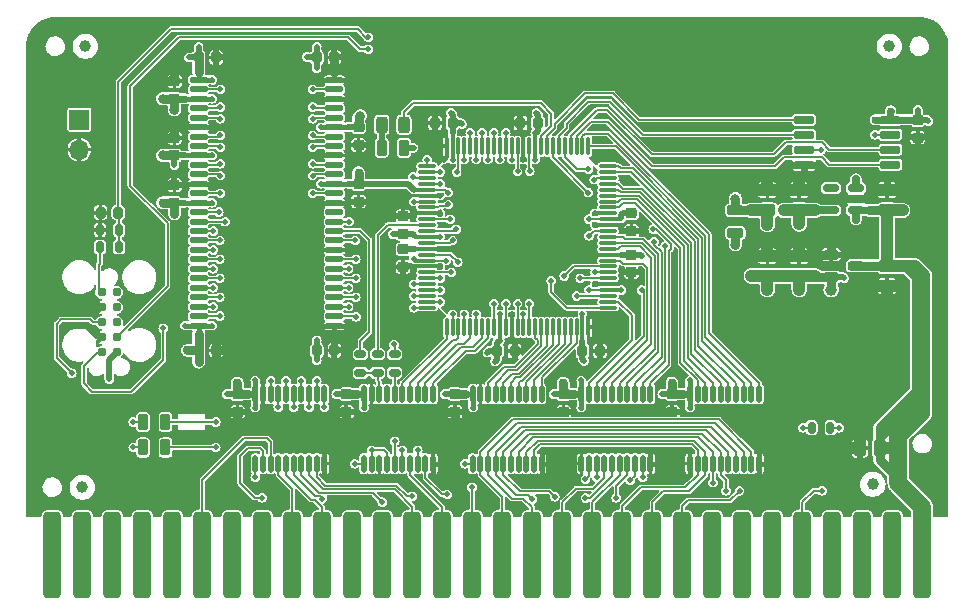
<source format=gtl>
G04 #@! TF.GenerationSoftware,KiCad,Pcbnew,7.0.1-0*
G04 #@! TF.CreationDate,2023-09-21T07:21:14-04:00*
G04 #@! TF.ProjectId,RAM2E,52414d32-452e-46b6-9963-61645f706362,2.0*
G04 #@! TF.SameCoordinates,Original*
G04 #@! TF.FileFunction,Copper,L1,Top*
G04 #@! TF.FilePolarity,Positive*
%FSLAX46Y46*%
G04 Gerber Fmt 4.6, Leading zero omitted, Abs format (unit mm)*
G04 Created by KiCad (PCBNEW 7.0.1-0) date 2023-09-21 07:21:14*
%MOMM*%
%LPD*%
G01*
G04 APERTURE LIST*
G04 Aperture macros list*
%AMRoundRect*
0 Rectangle with rounded corners*
0 $1 Rounding radius*
0 $2 $3 $4 $5 $6 $7 $8 $9 X,Y pos of 4 corners*
0 Add a 4 corners polygon primitive as box body*
4,1,4,$2,$3,$4,$5,$6,$7,$8,$9,$2,$3,0*
0 Add four circle primitives for the rounded corners*
1,1,$1+$1,$2,$3*
1,1,$1+$1,$4,$5*
1,1,$1+$1,$6,$7*
1,1,$1+$1,$8,$9*
0 Add four rect primitives between the rounded corners*
20,1,$1+$1,$2,$3,$4,$5,0*
20,1,$1+$1,$4,$5,$6,$7,0*
20,1,$1+$1,$6,$7,$8,$9,0*
20,1,$1+$1,$8,$9,$2,$3,0*%
G04 Aperture macros list end*
G04 #@! TA.AperFunction,SMDPad,CuDef*
%ADD10C,1.000000*%
G04 #@! TD*
G04 #@! TA.AperFunction,SMDPad,CuDef*
%ADD11RoundRect,0.112500X0.112500X-0.612500X0.112500X0.612500X-0.112500X0.612500X-0.112500X-0.612500X0*%
G04 #@! TD*
G04 #@! TA.AperFunction,SMDPad,CuDef*
%ADD12RoundRect,0.212500X-0.262500X0.212500X-0.262500X-0.212500X0.262500X-0.212500X0.262500X0.212500X0*%
G04 #@! TD*
G04 #@! TA.AperFunction,SMDPad,CuDef*
%ADD13RoundRect,0.381000X0.381000X3.289000X-0.381000X3.289000X-0.381000X-3.289000X0.381000X-3.289000X0*%
G04 #@! TD*
G04 #@! TA.AperFunction,SMDPad,CuDef*
%ADD14RoundRect,0.212500X0.262500X-0.212500X0.262500X0.212500X-0.262500X0.212500X-0.262500X-0.212500X0*%
G04 #@! TD*
G04 #@! TA.AperFunction,SMDPad,CuDef*
%ADD15RoundRect,0.114500X-0.640500X-0.114500X0.640500X-0.114500X0.640500X0.114500X-0.640500X0.114500X0*%
G04 #@! TD*
G04 #@! TA.AperFunction,ComponentPad*
%ADD16C,2.000000*%
G04 #@! TD*
G04 #@! TA.AperFunction,SMDPad,CuDef*
%ADD17RoundRect,0.262500X0.262500X0.437500X-0.262500X0.437500X-0.262500X-0.437500X0.262500X-0.437500X0*%
G04 #@! TD*
G04 #@! TA.AperFunction,SMDPad,CuDef*
%ADD18RoundRect,0.262500X-0.437500X0.262500X-0.437500X-0.262500X0.437500X-0.262500X0.437500X0.262500X0*%
G04 #@! TD*
G04 #@! TA.AperFunction,SMDPad,CuDef*
%ADD19RoundRect,0.212500X-0.212500X-0.262500X0.212500X-0.262500X0.212500X0.262500X-0.212500X0.262500X0*%
G04 #@! TD*
G04 #@! TA.AperFunction,ConnectorPad*
%ADD20C,0.787400*%
G04 #@! TD*
G04 #@! TA.AperFunction,SMDPad,CuDef*
%ADD21RoundRect,0.212500X-0.212500X-0.487500X0.212500X-0.487500X0.212500X0.487500X-0.212500X0.487500X0*%
G04 #@! TD*
G04 #@! TA.AperFunction,SMDPad,CuDef*
%ADD22RoundRect,0.262500X0.437500X-0.262500X0.437500X0.262500X-0.437500X0.262500X-0.437500X-0.262500X0*%
G04 #@! TD*
G04 #@! TA.AperFunction,SMDPad,CuDef*
%ADD23RoundRect,0.200000X-0.475000X-0.200000X0.475000X-0.200000X0.475000X0.200000X-0.475000X0.200000X0*%
G04 #@! TD*
G04 #@! TA.AperFunction,SMDPad,CuDef*
%ADD24RoundRect,0.162500X0.512500X0.162500X-0.512500X0.162500X-0.512500X-0.162500X0.512500X-0.162500X0*%
G04 #@! TD*
G04 #@! TA.AperFunction,SMDPad,CuDef*
%ADD25RoundRect,0.212500X0.487500X-0.212500X0.487500X0.212500X-0.487500X0.212500X-0.487500X-0.212500X0*%
G04 #@! TD*
G04 #@! TA.AperFunction,SMDPad,CuDef*
%ADD26RoundRect,0.175000X-0.300000X0.175000X-0.300000X-0.175000X0.300000X-0.175000X0.300000X0.175000X0*%
G04 #@! TD*
G04 #@! TA.AperFunction,ComponentPad*
%ADD27R,1.700000X1.700000*%
G04 #@! TD*
G04 #@! TA.AperFunction,ComponentPad*
%ADD28O,1.700000X1.700000*%
G04 #@! TD*
G04 #@! TA.AperFunction,SMDPad,CuDef*
%ADD29RoundRect,0.175000X-0.175000X-0.300000X0.175000X-0.300000X0.175000X0.300000X-0.175000X0.300000X0*%
G04 #@! TD*
G04 #@! TA.AperFunction,SMDPad,CuDef*
%ADD30RoundRect,0.075000X0.075000X-0.662500X0.075000X0.662500X-0.075000X0.662500X-0.075000X-0.662500X0*%
G04 #@! TD*
G04 #@! TA.AperFunction,SMDPad,CuDef*
%ADD31RoundRect,0.075000X0.662500X-0.075000X0.662500X0.075000X-0.662500X0.075000X-0.662500X-0.075000X0*%
G04 #@! TD*
G04 #@! TA.AperFunction,SMDPad,CuDef*
%ADD32RoundRect,0.212500X0.212500X0.262500X-0.212500X0.262500X-0.212500X-0.262500X0.212500X-0.262500X0*%
G04 #@! TD*
G04 #@! TA.AperFunction,SMDPad,CuDef*
%ADD33RoundRect,0.243750X0.243750X0.456250X-0.243750X0.456250X-0.243750X-0.456250X0.243750X-0.456250X0*%
G04 #@! TD*
G04 #@! TA.AperFunction,SMDPad,CuDef*
%ADD34RoundRect,0.175000X0.175000X0.300000X-0.175000X0.300000X-0.175000X-0.300000X0.175000X-0.300000X0*%
G04 #@! TD*
G04 #@! TA.AperFunction,SMDPad,CuDef*
%ADD35RoundRect,0.175000X-0.675000X-0.175000X0.675000X-0.175000X0.675000X0.175000X-0.675000X0.175000X0*%
G04 #@! TD*
G04 #@! TA.AperFunction,ViaPad*
%ADD36C,0.500000*%
G04 #@! TD*
G04 #@! TA.AperFunction,ViaPad*
%ADD37C,0.762000*%
G04 #@! TD*
G04 #@! TA.AperFunction,ViaPad*
%ADD38C,0.600000*%
G04 #@! TD*
G04 #@! TA.AperFunction,ViaPad*
%ADD39C,1.000000*%
G04 #@! TD*
G04 #@! TA.AperFunction,ViaPad*
%ADD40C,0.800000*%
G04 #@! TD*
G04 #@! TA.AperFunction,ViaPad*
%ADD41C,0.508000*%
G04 #@! TD*
G04 #@! TA.AperFunction,Conductor*
%ADD42C,0.150000*%
G04 #@! TD*
G04 #@! TA.AperFunction,Conductor*
%ADD43C,0.762000*%
G04 #@! TD*
G04 #@! TA.AperFunction,Conductor*
%ADD44C,0.450000*%
G04 #@! TD*
G04 #@! TA.AperFunction,Conductor*
%ADD45C,0.800000*%
G04 #@! TD*
G04 #@! TA.AperFunction,Conductor*
%ADD46C,1.000000*%
G04 #@! TD*
G04 #@! TA.AperFunction,Conductor*
%ADD47C,0.600000*%
G04 #@! TD*
G04 #@! TA.AperFunction,Conductor*
%ADD48C,0.650000*%
G04 #@! TD*
G04 #@! TA.AperFunction,Conductor*
%ADD49C,0.508000*%
G04 #@! TD*
G04 #@! TA.AperFunction,Conductor*
%ADD50C,1.524000*%
G04 #@! TD*
G04 #@! TA.AperFunction,Conductor*
%ADD51C,0.500000*%
G04 #@! TD*
G04 #@! TA.AperFunction,Conductor*
%ADD52C,0.300000*%
G04 #@! TD*
G04 #@! TA.AperFunction,Conductor*
%ADD53C,0.200000*%
G04 #@! TD*
G04 #@! TA.AperFunction,Conductor*
%ADD54C,0.152400*%
G04 #@! TD*
G04 APERTURE END LIST*
D10*
X203200000Y-129540000D03*
X271526000Y-92202000D03*
D11*
X236250000Y-127550000D03*
X236900000Y-127550000D03*
X237550000Y-127550000D03*
X238200000Y-127550000D03*
X238850000Y-127550000D03*
X239500000Y-127550000D03*
X240150000Y-127550000D03*
X240800000Y-127550000D03*
X241450000Y-127550000D03*
X242100000Y-127550000D03*
X242100000Y-121650000D03*
X241450000Y-121650000D03*
X240800000Y-121650000D03*
X240150000Y-121650000D03*
X239500000Y-121650000D03*
X238850000Y-121650000D03*
X238200000Y-121650000D03*
X237550000Y-121650000D03*
X236900000Y-121650000D03*
X236250000Y-121650000D03*
D12*
X234750000Y-121650000D03*
X234750000Y-123150000D03*
X253150000Y-121650000D03*
X253150000Y-123150000D03*
D11*
X254650000Y-127550000D03*
X255300000Y-127550000D03*
X255950000Y-127550000D03*
X256600000Y-127550000D03*
X257250000Y-127550000D03*
X257900000Y-127550000D03*
X258550000Y-127550000D03*
X259200000Y-127550000D03*
X259850000Y-127550000D03*
X260500000Y-127550000D03*
X260500000Y-121650000D03*
X259850000Y-121650000D03*
X259200000Y-121650000D03*
X258550000Y-121650000D03*
X257900000Y-121650000D03*
X257250000Y-121650000D03*
X256600000Y-121650000D03*
X255950000Y-121650000D03*
X255300000Y-121650000D03*
X254650000Y-121650000D03*
D12*
X243950000Y-121650000D03*
X243950000Y-123150000D03*
D11*
X217850000Y-127550000D03*
X218500000Y-127550000D03*
X219150000Y-127550000D03*
X219800000Y-127550000D03*
X220450000Y-127550000D03*
X221100000Y-127550000D03*
X221750000Y-127550000D03*
X222400000Y-127550000D03*
X223050000Y-127550000D03*
X223700000Y-127550000D03*
X223700000Y-121650000D03*
X223050000Y-121650000D03*
X222400000Y-121650000D03*
X221750000Y-121650000D03*
X221100000Y-121650000D03*
X220450000Y-121650000D03*
X219800000Y-121650000D03*
X219150000Y-121650000D03*
X218500000Y-121650000D03*
X217850000Y-121650000D03*
X245450000Y-127550000D03*
X246100000Y-127550000D03*
X246750000Y-127550000D03*
X247400000Y-127550000D03*
X248050000Y-127550000D03*
X248700000Y-127550000D03*
X249350000Y-127550000D03*
X250000000Y-127550000D03*
X250650000Y-127550000D03*
X251300000Y-127550000D03*
X251300000Y-121650000D03*
X250650000Y-121650000D03*
X250000000Y-121650000D03*
X249350000Y-121650000D03*
X248700000Y-121650000D03*
X248050000Y-121650000D03*
X247400000Y-121650000D03*
X246750000Y-121650000D03*
X246100000Y-121650000D03*
X245450000Y-121650000D03*
D13*
X200660000Y-135282000D03*
X203200000Y-135282000D03*
X205740000Y-135282000D03*
X208280000Y-135282000D03*
X210820000Y-135282000D03*
X213360000Y-135282000D03*
X215900000Y-135282000D03*
X218440000Y-135282000D03*
X220980000Y-135282000D03*
X223520000Y-135282000D03*
X226060000Y-135282000D03*
X228600000Y-135282000D03*
X231140000Y-135282000D03*
X233680000Y-135282000D03*
X236220000Y-135282000D03*
X238760000Y-135282000D03*
X241300000Y-135282000D03*
X243840000Y-135282000D03*
X246380000Y-135282000D03*
X248920000Y-135282000D03*
X251460000Y-135282000D03*
X254000000Y-135282000D03*
X256540000Y-135282000D03*
X259080000Y-135282000D03*
X261620000Y-135282000D03*
X264160000Y-135282000D03*
X266700000Y-135282000D03*
X269240000Y-135282000D03*
X271780000Y-135282000D03*
X274320000Y-135282000D03*
D11*
X227050000Y-127550000D03*
X227700000Y-127550000D03*
X228350000Y-127550000D03*
X229000000Y-127550000D03*
X229650000Y-127550000D03*
X230300000Y-127550000D03*
X230950000Y-127550000D03*
X231600000Y-127550000D03*
X232250000Y-127550000D03*
X232900000Y-127550000D03*
X232900000Y-121650000D03*
X232250000Y-121650000D03*
X231600000Y-121650000D03*
X230950000Y-121650000D03*
X230300000Y-121650000D03*
X229650000Y-121650000D03*
X229000000Y-121650000D03*
X228350000Y-121650000D03*
X227700000Y-121650000D03*
X227050000Y-121650000D03*
D12*
X225550000Y-121650000D03*
X225550000Y-123150000D03*
X226600000Y-103850000D03*
X226600000Y-105350000D03*
D14*
X211000000Y-101450000D03*
X211000000Y-99950000D03*
X211000000Y-96650000D03*
X211000000Y-95150000D03*
X211000000Y-105450000D03*
X211000000Y-103950000D03*
D12*
X226600000Y-99050000D03*
X226600000Y-100550000D03*
D15*
X213050000Y-95050000D03*
X213050000Y-95850000D03*
X213050000Y-96650000D03*
X213050000Y-97450000D03*
X213050000Y-98250000D03*
X213050000Y-99050000D03*
X213050000Y-99850000D03*
X213050000Y-100650000D03*
X213050000Y-101450000D03*
X213050000Y-102250000D03*
X213050000Y-103050000D03*
X213050000Y-103850000D03*
X213050000Y-104650000D03*
X213050000Y-105450000D03*
X213050000Y-106250000D03*
X213050000Y-107050000D03*
X213050000Y-107850000D03*
X213050000Y-108650000D03*
X213050000Y-109450000D03*
X213050000Y-110250000D03*
X213050000Y-111050000D03*
X213050000Y-111850000D03*
X213050000Y-112650000D03*
X213050000Y-113450000D03*
X213050000Y-114250000D03*
X213050000Y-115050000D03*
X213050000Y-115850000D03*
X224550000Y-115850000D03*
X224550000Y-115050000D03*
X224550000Y-114250000D03*
X224550000Y-113450000D03*
X224550000Y-112650000D03*
X224550000Y-111850000D03*
X224550000Y-111050000D03*
X224550000Y-110250000D03*
X224550000Y-109450000D03*
X224550000Y-108650000D03*
X224550000Y-107850000D03*
X224550000Y-107050000D03*
X224550000Y-106250000D03*
X224550000Y-105450000D03*
X224550000Y-104650000D03*
X224550000Y-103850000D03*
X224550000Y-103050000D03*
X224550000Y-102250000D03*
X224550000Y-101450000D03*
X224550000Y-100650000D03*
X224550000Y-99850000D03*
X224550000Y-99050000D03*
X224550000Y-98250000D03*
X224550000Y-97450000D03*
X224550000Y-96650000D03*
X224550000Y-95850000D03*
X224550000Y-95050000D03*
D10*
X203454000Y-92202000D03*
D16*
X274320000Y-128397000D03*
D17*
X270725000Y-126238000D03*
X269025000Y-126238000D03*
D10*
X270129000Y-129286000D03*
D18*
X271350000Y-110800000D03*
X271350000Y-112500000D03*
D19*
X223050000Y-93150000D03*
X224550000Y-93150000D03*
D20*
X204851000Y-113030000D03*
X204851000Y-114300000D03*
X204851000Y-115570000D03*
X204851000Y-116840000D03*
X204851000Y-118110000D03*
X206121000Y-118110000D03*
X206121000Y-116840000D03*
X206121000Y-115570000D03*
X206121000Y-114300000D03*
X206121000Y-113030000D03*
D21*
X208346000Y-126174500D03*
X210246000Y-126174500D03*
X208346000Y-124015500D03*
X210246000Y-124015500D03*
D22*
X263900000Y-111650000D03*
X263900000Y-109950000D03*
D23*
X266600000Y-109850000D03*
X266600000Y-111750000D03*
X268700000Y-110800000D03*
D22*
X261200000Y-111650000D03*
X261200000Y-109950000D03*
D19*
X213050000Y-93150000D03*
X214550000Y-93150000D03*
D12*
X216350000Y-121650000D03*
X216350000Y-123150000D03*
D19*
X213050000Y-117950000D03*
X214550000Y-117950000D03*
D24*
X268700000Y-106100000D03*
X268700000Y-105150000D03*
X268700000Y-104200000D03*
X266600000Y-104200000D03*
X266600000Y-106100000D03*
D22*
X263900000Y-106100000D03*
X263900000Y-104400000D03*
X261200000Y-106100000D03*
X261200000Y-104400000D03*
X271350000Y-106100000D03*
X271350000Y-104400000D03*
D25*
X258500000Y-108000000D03*
X258500000Y-106100000D03*
D19*
X223050000Y-117950000D03*
X224550000Y-117950000D03*
D26*
X229650000Y-118250000D03*
X229650000Y-119850000D03*
D27*
X202946000Y-98425000D03*
D28*
X202946000Y-100965000D03*
D29*
X264950000Y-124500000D03*
X266550000Y-124500000D03*
D30*
X234050000Y-116012500D03*
X234550000Y-116012500D03*
X235050000Y-116012500D03*
X235550000Y-116012500D03*
X236050000Y-116012500D03*
X236550000Y-116012500D03*
X237050000Y-116012500D03*
X237550000Y-116012500D03*
X238050000Y-116012500D03*
X238550000Y-116012500D03*
X239050000Y-116012500D03*
X239550000Y-116012500D03*
X240050000Y-116012500D03*
X240550000Y-116012500D03*
X241050000Y-116012500D03*
X241550000Y-116012500D03*
X242050000Y-116012500D03*
X242550000Y-116012500D03*
X243050000Y-116012500D03*
X243550000Y-116012500D03*
X244050000Y-116012500D03*
X244550000Y-116012500D03*
X245050000Y-116012500D03*
X245550000Y-116012500D03*
X246050000Y-116012500D03*
D31*
X247712500Y-114350000D03*
X247712500Y-113850000D03*
X247712500Y-113350000D03*
X247712500Y-112850000D03*
X247712500Y-112350000D03*
X247712500Y-111850000D03*
X247712500Y-111350000D03*
X247712500Y-110850000D03*
X247712500Y-110350000D03*
X247712500Y-109850000D03*
X247712500Y-109350000D03*
X247712500Y-108850000D03*
X247712500Y-108350000D03*
X247712500Y-107850000D03*
X247712500Y-107350000D03*
X247712500Y-106850000D03*
X247712500Y-106350000D03*
X247712500Y-105850000D03*
X247712500Y-105350000D03*
X247712500Y-104850000D03*
X247712500Y-104350000D03*
X247712500Y-103850000D03*
X247712500Y-103350000D03*
X247712500Y-102850000D03*
X247712500Y-102350000D03*
D30*
X246050000Y-100687500D03*
X245550000Y-100687500D03*
X245050000Y-100687500D03*
X244550000Y-100687500D03*
X244050000Y-100687500D03*
X243550000Y-100687500D03*
X243050000Y-100687500D03*
X242550000Y-100687500D03*
X242050000Y-100687500D03*
X241550000Y-100687500D03*
X241050000Y-100687500D03*
X240550000Y-100687500D03*
X240050000Y-100687500D03*
X239550000Y-100687500D03*
X239050000Y-100687500D03*
X238550000Y-100687500D03*
X238050000Y-100687500D03*
X237550000Y-100687500D03*
X237050000Y-100687500D03*
X236550000Y-100687500D03*
X236050000Y-100687500D03*
X235550000Y-100687500D03*
X235050000Y-100687500D03*
X234550000Y-100687500D03*
X234050000Y-100687500D03*
D31*
X232387500Y-102350000D03*
X232387500Y-102850000D03*
X232387500Y-103350000D03*
X232387500Y-103850000D03*
X232387500Y-104350000D03*
X232387500Y-104850000D03*
X232387500Y-105350000D03*
X232387500Y-105850000D03*
X232387500Y-106350000D03*
X232387500Y-106850000D03*
X232387500Y-107350000D03*
X232387500Y-107850000D03*
X232387500Y-108350000D03*
X232387500Y-108850000D03*
X232387500Y-109350000D03*
X232387500Y-109850000D03*
X232387500Y-110350000D03*
X232387500Y-110850000D03*
X232387500Y-111350000D03*
X232387500Y-111850000D03*
X232387500Y-112350000D03*
X232387500Y-112850000D03*
X232387500Y-113350000D03*
X232387500Y-113850000D03*
X232387500Y-114350000D03*
D32*
X234550000Y-98700000D03*
X233050000Y-98700000D03*
D19*
X238300000Y-118000000D03*
X239800000Y-118000000D03*
X245550000Y-118000000D03*
X247050000Y-118000000D03*
D12*
X249700000Y-106350000D03*
X249700000Y-107850000D03*
D32*
X241800000Y-98700000D03*
X240300000Y-98700000D03*
D12*
X249700000Y-109850000D03*
X249700000Y-111350000D03*
X230350000Y-109400000D03*
X230350000Y-110900000D03*
D14*
X230350000Y-108100000D03*
X230350000Y-106600000D03*
D12*
X273939000Y-98437000D03*
X273939000Y-99937000D03*
D21*
X228550000Y-100800000D03*
X230450000Y-100800000D03*
D33*
X230437500Y-98850000D03*
X228562500Y-98850000D03*
D26*
X226750000Y-118250000D03*
X226750000Y-119850000D03*
X228200000Y-118250000D03*
X228200000Y-119850000D03*
D32*
X206250000Y-106300000D03*
X204750000Y-106300000D03*
D34*
X206300000Y-107750000D03*
X204700000Y-107750000D03*
X206300000Y-109200000D03*
X204700000Y-109200000D03*
D35*
X264320000Y-98425000D03*
X264320000Y-99695000D03*
X264320000Y-100965000D03*
X264320000Y-102235000D03*
X271620000Y-102235000D03*
X271620000Y-100965000D03*
X271620000Y-99695000D03*
X271620000Y-98425000D03*
D36*
X242900000Y-112050000D03*
X245050000Y-113350000D03*
X244000000Y-111650000D03*
X245350000Y-111850000D03*
X245450000Y-122800000D03*
D37*
X243925000Y-120700000D03*
D36*
X244825000Y-121650000D03*
X245450000Y-120500000D03*
X254650000Y-122800000D03*
D37*
X253125000Y-120700000D03*
D36*
X254025000Y-121650000D03*
X254650000Y-120500000D03*
D38*
X269800000Y-106100000D03*
D39*
X272650000Y-106100000D03*
X271350000Y-107250000D03*
D38*
X268700000Y-106900000D03*
D39*
X274193000Y-123190000D03*
D36*
X243100000Y-121650000D03*
X252300000Y-121650000D03*
D38*
X268700000Y-103450000D03*
D36*
X222250000Y-131191000D03*
X224790000Y-131191000D03*
X227330000Y-131191000D03*
X229870000Y-131191000D03*
X232410000Y-131191000D03*
X234950000Y-131191000D03*
X217170000Y-131191000D03*
D38*
X214630000Y-131191000D03*
X212090000Y-131191000D03*
D36*
X209550000Y-131191000D03*
X275844000Y-131191000D03*
X270510000Y-131191000D03*
X265430000Y-131191000D03*
X262890000Y-131191000D03*
X260350000Y-131191000D03*
X257810000Y-131191000D03*
X255270000Y-131191000D03*
X252730000Y-131191000D03*
X250190000Y-131191000D03*
X247650000Y-131191000D03*
X245110000Y-131191000D03*
X242570000Y-131191000D03*
X240030000Y-131191000D03*
X237490000Y-131191000D03*
X275844000Y-118364000D03*
X275844000Y-98044000D03*
X275844000Y-93091000D03*
X199136000Y-93091000D03*
X267970000Y-90424000D03*
X262890000Y-90424000D03*
X257810000Y-90424000D03*
X252730000Y-90424000D03*
X242570000Y-90424000D03*
X247650000Y-90424000D03*
X237998000Y-90424000D03*
X227330000Y-90424000D03*
X232410000Y-90424000D03*
X222250000Y-90274000D03*
X212090000Y-90274000D03*
X217170000Y-90274000D03*
X206756000Y-90424000D03*
X202057000Y-90424000D03*
X199771000Y-90932000D03*
X199136000Y-128270000D03*
X199136000Y-122555000D03*
X199136000Y-117475000D03*
X199136000Y-112395000D03*
X199136000Y-107315000D03*
X275209000Y-90932000D03*
X235625000Y-123150000D03*
D37*
X233750000Y-123150000D03*
D36*
X244825000Y-123150000D03*
D37*
X242950000Y-123150000D03*
D36*
X254025000Y-123150000D03*
D37*
X252150000Y-123150000D03*
X215350000Y-123150000D03*
X216325000Y-124100000D03*
D36*
X217225000Y-123150000D03*
X226425000Y-123150000D03*
D37*
X224550000Y-123150000D03*
D36*
X211900000Y-103850000D03*
X223400000Y-115850000D03*
X214200000Y-99050000D03*
X225700000Y-115850000D03*
X214200000Y-103850000D03*
D37*
X211000000Y-99000000D03*
D36*
X211000000Y-103100000D03*
D37*
X210000000Y-103950000D03*
D36*
X226400000Y-106200000D03*
X223400000Y-95050000D03*
X225700000Y-95050000D03*
X225700000Y-105450000D03*
X223400000Y-101450000D03*
X223400000Y-105450000D03*
X223400000Y-96650000D03*
X225700000Y-96650000D03*
X229000000Y-92550000D03*
X230250000Y-124800000D03*
X211650000Y-113200000D03*
X265303000Y-123190000D03*
X204470000Y-131191000D03*
X199136000Y-131191000D03*
X201930000Y-131191000D03*
X207010000Y-131191000D03*
X267970000Y-131191000D03*
X228250000Y-91900000D03*
X275844000Y-123444000D03*
X255270000Y-92964000D03*
X267970000Y-95504000D03*
X262890000Y-95504000D03*
X257810000Y-95504000D03*
X229870000Y-93599000D03*
X201676000Y-125095000D03*
X204216000Y-122555000D03*
X205486000Y-110490000D03*
X209296000Y-122555000D03*
X206756000Y-125095000D03*
X273050000Y-95504000D03*
D38*
X211836000Y-125095000D03*
D36*
X211836000Y-120015000D03*
X270383000Y-123190000D03*
X272923000Y-90424000D03*
X218650000Y-125900000D03*
X217050000Y-127100000D03*
X220000000Y-105450000D03*
X217600000Y-105450000D03*
X218800000Y-103850000D03*
X218800000Y-101450000D03*
X218800000Y-99050000D03*
X218800000Y-96650000D03*
X218800000Y-95050000D03*
X218800000Y-102650000D03*
X218800000Y-97850000D03*
X218800000Y-100250000D03*
X220000000Y-115850000D03*
X217600000Y-115850000D03*
X242800000Y-120550000D03*
X233200000Y-94500000D03*
X209931000Y-107696000D03*
X199136000Y-102235000D03*
X199136000Y-97155000D03*
X201676000Y-94615000D03*
X201676000Y-104775000D03*
X206756000Y-99695000D03*
X206756000Y-104775000D03*
X219710000Y-92964000D03*
D39*
X269300000Y-112800000D03*
D36*
X260350000Y-97917000D03*
X275844000Y-113284000D03*
X275844000Y-103124000D03*
D39*
X267950000Y-113950000D03*
X265250000Y-113950000D03*
X262550000Y-113950000D03*
X259850000Y-113950000D03*
D36*
X275844000Y-108204000D03*
X260223000Y-123190000D03*
X263144000Y-125730000D03*
X273050000Y-131699000D03*
D39*
X258500000Y-112800000D03*
D36*
X214550000Y-94050000D03*
X215400000Y-93150000D03*
X214550000Y-92250000D03*
X229000000Y-102450000D03*
D37*
X214550000Y-116950000D03*
X214550000Y-118950000D03*
D36*
X226300000Y-91300000D03*
X248850000Y-107450000D03*
X239550000Y-117150000D03*
X240550000Y-99550000D03*
X231250000Y-106350000D03*
X233500000Y-106350000D03*
X240450000Y-97850000D03*
X233200000Y-99550000D03*
X233200000Y-97850000D03*
X233500000Y-110850000D03*
X239650000Y-118850000D03*
X229500000Y-106750000D03*
X250550000Y-107700000D03*
X248850000Y-111100000D03*
X250550000Y-111200000D03*
X249700000Y-112150000D03*
X246900000Y-117150000D03*
X246900000Y-118850000D03*
X230400000Y-111700000D03*
X231250000Y-111200000D03*
X249400000Y-103600000D03*
X249050000Y-102050000D03*
X239550000Y-114900000D03*
X246300000Y-114900000D03*
X246600000Y-116000000D03*
X240550000Y-101800000D03*
X233800000Y-101800000D03*
X246600000Y-106350000D03*
X246600000Y-107350000D03*
X247550000Y-100150000D03*
X246450000Y-99100000D03*
X246950000Y-98100000D03*
X244700000Y-98950000D03*
X243700000Y-98950000D03*
X252730000Y-95504000D03*
X247650000Y-95504000D03*
X253350000Y-110750000D03*
X249250000Y-116900000D03*
X262509000Y-99060000D03*
X255270000Y-97917000D03*
X250250000Y-116550000D03*
X206756000Y-93980000D03*
X209296000Y-92837000D03*
X262180000Y-100196000D03*
X261620000Y-101854000D03*
X266700000Y-101600000D03*
X255651000Y-104140000D03*
X272923000Y-115570000D03*
X262763000Y-115570000D03*
X265303000Y-118110000D03*
X262763000Y-120650000D03*
X267843000Y-115570000D03*
X270383000Y-118110000D03*
X272923000Y-120650000D03*
X267843000Y-120650000D03*
X260223000Y-118110000D03*
X257683000Y-115570000D03*
D38*
X269800000Y-105000000D03*
X271350000Y-103450000D03*
X267600000Y-105150000D03*
D39*
X272650000Y-104400000D03*
D36*
X254250000Y-128850000D03*
X260500000Y-128700000D03*
D39*
X269050000Y-124850000D03*
D36*
X274828000Y-99758500D03*
X223700000Y-126400000D03*
D39*
X261200000Y-108800000D03*
D36*
X267700000Y-109850000D03*
X260500000Y-126400000D03*
D38*
X263017000Y-102235000D03*
D36*
X204030000Y-114300000D03*
X273050000Y-99758500D03*
X218500000Y-122800000D03*
D39*
X265200000Y-104400000D03*
D40*
X215500000Y-117950000D03*
D36*
X232900000Y-128700000D03*
D39*
X262600000Y-104400000D03*
D36*
X225400000Y-93150000D03*
D40*
X225550000Y-124750000D03*
D39*
X271350000Y-113650000D03*
D36*
X233500000Y-104850000D03*
D39*
X265250000Y-109950000D03*
D40*
X210000000Y-95150000D03*
D36*
X225350000Y-117950000D03*
D39*
X272700000Y-112500000D03*
D38*
X224550000Y-94350000D03*
D36*
X240600000Y-117850000D03*
D40*
X211000000Y-94200000D03*
D36*
X227475000Y-105150000D03*
D39*
X263900000Y-103250000D03*
D36*
X242150000Y-126400000D03*
D39*
X263900000Y-108800000D03*
X262550000Y-109950000D03*
D36*
X219710000Y-131191000D03*
X245450000Y-126400000D03*
X226600000Y-101400000D03*
X227500000Y-100750000D03*
X224550000Y-92250000D03*
X223700000Y-128650000D03*
D38*
X224550000Y-116550000D03*
D40*
X210000000Y-99950000D03*
D36*
X228350000Y-128700000D03*
X239500000Y-98600000D03*
D38*
X265620500Y-102235000D03*
D36*
X230550000Y-104600000D03*
X233150000Y-100850000D03*
X227700000Y-122800000D03*
D39*
X266600000Y-108800000D03*
D36*
X251950000Y-127550000D03*
X242750000Y-127550000D03*
X261150000Y-127550000D03*
X233550000Y-127550000D03*
D39*
X261200000Y-103250000D03*
D36*
X269050000Y-127350000D03*
X201580000Y-115850000D03*
X246600000Y-112350000D03*
X242100000Y-128700000D03*
D40*
X234750000Y-124150000D03*
D36*
X251300000Y-126400000D03*
X237000000Y-122800000D03*
D39*
X267850000Y-126200000D03*
X259850000Y-109950000D03*
D36*
X224550000Y-118800000D03*
D39*
X259850000Y-104400000D03*
D36*
X254650000Y-126400000D03*
X273939000Y-100774500D03*
X230300000Y-126400000D03*
X231600000Y-126400000D03*
X257700000Y-129850000D03*
X256600000Y-129150000D03*
X243200000Y-130350000D03*
X241300000Y-130550000D03*
X214503000Y-124015500D03*
X214503000Y-126174500D03*
X229650000Y-125650000D03*
X265850000Y-129850000D03*
X218440000Y-130429000D03*
X234100000Y-130150000D03*
X231140000Y-130302000D03*
X228600000Y-130810000D03*
X223520000Y-130500000D03*
X267300000Y-124500000D03*
X249600000Y-128950000D03*
X245800000Y-130450000D03*
X248412000Y-130429000D03*
X246750000Y-128700000D03*
X258850000Y-129850000D03*
X250650000Y-128700000D03*
X245800000Y-128850000D03*
X236200000Y-129550000D03*
X236300000Y-122800000D03*
X235625000Y-121650000D03*
X217850000Y-120500000D03*
X215450000Y-121650000D03*
X217225000Y-121650000D03*
D37*
X216325000Y-120700000D03*
D36*
X217850000Y-122800000D03*
X226425000Y-121650000D03*
X227050000Y-122800000D03*
X214200000Y-101450000D03*
D41*
X214200000Y-96650000D03*
D36*
X211900000Y-101450000D03*
X211900000Y-105450000D03*
X211900000Y-115850000D03*
X214200000Y-115850000D03*
X211900000Y-96650000D03*
D37*
X210000000Y-105450000D03*
D41*
X214200000Y-95050000D03*
D36*
X211000000Y-102300000D03*
D37*
X211000000Y-106400000D03*
X226600000Y-102900000D03*
D36*
X223400000Y-99050000D03*
X223400000Y-103850000D03*
X225700000Y-99050000D03*
X225700000Y-103850000D03*
X213050000Y-92250000D03*
X212200000Y-93150000D03*
D38*
X213050000Y-116550000D03*
D37*
X213050000Y-118950000D03*
X212100000Y-117950000D03*
D36*
X248850000Y-106750000D03*
X245550000Y-117150000D03*
X233500000Y-108350000D03*
X238550000Y-114900000D03*
X245550000Y-114900000D03*
X241550000Y-101800000D03*
X234550000Y-101800000D03*
X238550000Y-117150000D03*
X234000000Y-110350000D03*
X234550000Y-99550000D03*
X241650000Y-97850000D03*
X234400000Y-97850000D03*
X241550000Y-99550000D03*
X245700000Y-118850000D03*
X231250000Y-110200000D03*
X231250000Y-108200000D03*
X229500000Y-108100000D03*
X231250000Y-100800000D03*
X205486000Y-120396000D03*
X223050000Y-92250000D03*
D39*
X261200000Y-112800000D03*
D38*
X213050000Y-94350000D03*
D36*
X235350000Y-98800000D03*
D38*
X270319500Y-98425000D03*
D36*
X222200000Y-93100000D03*
D40*
X210000000Y-96650000D03*
D36*
X265747500Y-100965000D03*
X217850000Y-128700000D03*
X226250000Y-127550000D03*
X231250000Y-104350000D03*
X274828000Y-98552000D03*
X267700000Y-111850000D03*
X227500000Y-103850000D03*
X233900000Y-121650000D03*
D38*
X272986500Y-98425000D03*
D40*
X211000000Y-97600000D03*
D36*
X235600000Y-127550000D03*
D39*
X265250000Y-111650000D03*
X266600000Y-112800000D03*
D36*
X246100000Y-106850000D03*
X237500000Y-118150000D03*
X273939000Y-97599500D03*
D39*
X259850000Y-111650000D03*
D36*
X223050000Y-94050000D03*
X223050000Y-117100000D03*
X234200000Y-104600000D03*
X270319500Y-99695000D03*
X238150000Y-118900000D03*
D41*
X214200000Y-105450000D03*
D39*
X263900000Y-112800000D03*
D40*
X210000000Y-101450000D03*
X258500000Y-109000000D03*
D38*
X271653000Y-97663000D03*
D36*
X246550000Y-103500000D03*
X224700000Y-121650000D03*
D40*
X226750000Y-98100000D03*
D36*
X246100000Y-112850000D03*
X223050000Y-118800000D03*
X248850000Y-112850000D03*
D39*
X262550000Y-111650000D03*
D36*
X210058000Y-116078000D03*
X202311000Y-119888000D03*
X227400000Y-92450000D03*
X222700000Y-102150000D03*
D41*
X214900000Y-102150000D03*
D36*
X237050000Y-99550000D03*
X222700000Y-100750000D03*
X214900000Y-100750000D03*
X237550000Y-101800000D03*
X222700000Y-99750000D03*
D41*
X214900000Y-99750000D03*
D36*
X238050000Y-99550000D03*
X222700000Y-98350000D03*
X238550000Y-101800000D03*
X214900000Y-98350000D03*
X222700000Y-104650000D03*
D41*
X214900000Y-104650000D03*
D36*
X236050000Y-99550000D03*
X222700000Y-103150000D03*
X214900000Y-103150000D03*
X236550000Y-101800000D03*
D41*
X222700000Y-95850000D03*
D36*
X239550000Y-101800000D03*
D41*
X214900000Y-95850000D03*
X222700000Y-97350000D03*
D36*
X239050000Y-99550000D03*
D41*
X214900000Y-97350000D03*
D36*
X225800000Y-107050000D03*
X232400000Y-101800000D03*
X231200000Y-103250000D03*
X215300000Y-107050000D03*
X214300000Y-107850000D03*
X235550000Y-101800000D03*
X231250000Y-105350000D03*
X226300000Y-108650000D03*
X214850000Y-108650000D03*
X234900000Y-102850000D03*
X214850000Y-110250000D03*
X240050000Y-102800000D03*
X226350000Y-110250000D03*
X233500000Y-103850000D03*
X214300000Y-109450000D03*
X233500000Y-102850000D03*
X214300000Y-111050000D03*
X234200000Y-105600000D03*
X225750000Y-111050000D03*
X234350000Y-106850000D03*
X214850000Y-111850000D03*
X234850000Y-107700000D03*
X226350000Y-111850000D03*
X231250000Y-112350000D03*
X214300000Y-112650000D03*
X231250000Y-113350000D03*
X225750000Y-112650000D03*
X231250000Y-114350000D03*
X214850000Y-113450000D03*
X234550000Y-108650000D03*
X226350000Y-113450000D03*
X235000000Y-110500000D03*
X233500000Y-113850000D03*
X226400000Y-115100000D03*
X214850000Y-115050000D03*
X233500000Y-112850000D03*
X225750000Y-114250000D03*
X233500000Y-111850000D03*
X214300000Y-114250000D03*
X234450000Y-111350000D03*
X241100000Y-102800000D03*
D41*
X214750000Y-106250000D03*
D36*
X240550000Y-114900000D03*
X219800000Y-122750000D03*
X219150000Y-120550000D03*
X241050000Y-114000000D03*
X235550000Y-114900000D03*
X221750000Y-120550000D03*
X238050000Y-114000000D03*
X221100000Y-122750000D03*
X222400000Y-122750000D03*
X239050000Y-114000000D03*
X240050000Y-114000000D03*
X223700000Y-122750000D03*
X236550000Y-114900000D03*
X223050000Y-120550000D03*
X234550000Y-114900000D03*
X220450000Y-120550000D03*
X250550000Y-112850000D03*
X246600000Y-111350000D03*
X246100000Y-108250000D03*
X251550000Y-107700000D03*
X251600000Y-108750000D03*
X246050000Y-104600000D03*
X252550000Y-109150000D03*
X246050000Y-102600000D03*
X207518000Y-124015500D03*
X207518000Y-126174500D03*
X229600000Y-117450000D03*
X227700000Y-126400000D03*
X264200000Y-124500000D03*
X248850000Y-109850000D03*
X250550000Y-110000000D03*
X246600000Y-109850000D03*
D39*
X263900000Y-107250000D03*
X259850000Y-106100000D03*
X261200000Y-107300000D03*
X265250000Y-106100000D03*
X262600000Y-106100000D03*
D40*
X258500000Y-105100000D03*
D36*
X227400000Y-91440000D03*
D42*
X247712500Y-114350000D02*
X244200000Y-114350000D01*
X244200000Y-114350000D02*
X242900000Y-113050000D01*
X242900000Y-113050000D02*
X242900000Y-112050000D01*
X245050000Y-113350000D02*
X247712500Y-113350000D01*
X247712500Y-110850000D02*
X244800000Y-110850000D01*
X244800000Y-110850000D02*
X244000000Y-111650000D01*
X245350000Y-111850000D02*
X247712500Y-111850000D01*
D43*
X243925000Y-121650000D02*
X244825000Y-121650000D01*
D44*
X245450000Y-121650000D02*
X245450000Y-122800000D01*
X245450000Y-121650000D02*
X245450000Y-120500000D01*
D43*
X243925000Y-121650000D02*
X243925000Y-120700000D01*
D44*
X245450000Y-121650000D02*
X244825000Y-121650000D01*
D43*
X253125000Y-121650000D02*
X254025000Y-121650000D01*
D44*
X254650000Y-121650000D02*
X254025000Y-121650000D01*
D43*
X253125000Y-121650000D02*
X253125000Y-120700000D01*
D44*
X254650000Y-121650000D02*
X254650000Y-120500000D01*
X254650000Y-121650000D02*
X254650000Y-122800000D01*
D45*
X269800000Y-106100000D02*
X271350000Y-106100000D01*
D46*
X271350000Y-110800000D02*
X271350000Y-107250000D01*
X271350000Y-107250000D02*
X271350000Y-106100000D01*
D47*
X268700000Y-106100000D02*
X269800000Y-106100000D01*
D46*
X271350000Y-106100000D02*
X272650000Y-106100000D01*
D48*
X268700000Y-106100000D02*
X268700000Y-106900000D01*
D46*
X273800000Y-111600000D02*
X274500000Y-111600000D01*
D45*
X270725000Y-127215000D02*
X272288000Y-128778000D01*
D46*
X270725000Y-126238000D02*
X272288000Y-126238000D01*
D48*
X268700000Y-104200000D02*
X268700000Y-103450000D01*
D46*
X271350000Y-110800000D02*
X273700000Y-110800000D01*
X272288000Y-125512000D02*
X272288000Y-129159000D01*
D49*
X253125000Y-121650000D02*
X252300000Y-121650000D01*
D46*
X272288000Y-128778000D02*
X272288000Y-129159000D01*
D45*
X270725000Y-124475000D02*
X274500000Y-120700000D01*
D46*
X273000000Y-110800000D02*
X273800000Y-111600000D01*
D50*
X274129500Y-123253500D02*
X272288000Y-125095000D01*
D45*
X270725000Y-126238000D02*
X270725000Y-125261000D01*
D46*
X273700000Y-110800000D02*
X274500000Y-111600000D01*
D45*
X268700000Y-110800000D02*
X271350000Y-110800000D01*
D50*
X272288000Y-125095000D02*
X272288000Y-126238000D01*
X274193000Y-123190000D02*
X274129500Y-123253500D01*
D46*
X274500000Y-111600000D02*
X274500000Y-123300000D01*
D50*
X272288000Y-129159000D02*
X274320000Y-131191000D01*
X274193000Y-123190000D02*
X272288000Y-125095000D01*
X272288000Y-126238000D02*
X272288000Y-129159000D01*
D45*
X270725000Y-126238000D02*
X270725000Y-127215000D01*
X270725000Y-125261000D02*
X270725000Y-124475000D01*
D50*
X274193000Y-123190000D02*
X274193000Y-111693000D01*
D45*
X270725000Y-125261000D02*
X274193000Y-121793000D01*
D46*
X274500000Y-123300000D02*
X272288000Y-125512000D01*
X271350000Y-110800000D02*
X273000000Y-110800000D01*
D49*
X243925000Y-121650000D02*
X243100000Y-121650000D01*
D45*
X274500000Y-120700000D02*
X274500000Y-111600000D01*
D50*
X274320000Y-131191000D02*
X274320000Y-135282000D01*
D43*
X234725000Y-123150000D02*
X233750000Y-123150000D01*
D49*
X234725000Y-123150000D02*
X235625000Y-123150000D01*
D43*
X243925000Y-123150000D02*
X242950000Y-123150000D01*
D49*
X243925000Y-123150000D02*
X244825000Y-123150000D01*
D43*
X253125000Y-123150000D02*
X252150000Y-123150000D01*
D49*
X253125000Y-123150000D02*
X254025000Y-123150000D01*
X216325000Y-123150000D02*
X217225000Y-123150000D01*
D43*
X216325000Y-123150000D02*
X215350000Y-123150000D01*
X216325000Y-123150000D02*
X216325000Y-124100000D01*
D49*
X225525000Y-123150000D02*
X226425000Y-123150000D01*
D43*
X225525000Y-123150000D02*
X224550000Y-123150000D01*
D44*
X224550000Y-115850000D02*
X223400000Y-115850000D01*
X213050000Y-99050000D02*
X214200000Y-99050000D01*
X213050000Y-103850000D02*
X214200000Y-103850000D01*
X213050000Y-103850000D02*
X211900000Y-103850000D01*
X224550000Y-115850000D02*
X225700000Y-115850000D01*
D43*
X211000000Y-99950000D02*
X211000000Y-99000000D01*
D49*
X211000000Y-103950000D02*
X211800000Y-103950000D01*
X226600000Y-105350000D02*
X225800000Y-105350000D01*
D43*
X211000000Y-103950000D02*
X210000000Y-103950000D01*
D49*
X211800000Y-103950000D02*
X211900000Y-103850000D01*
X211050000Y-99050000D02*
X211000000Y-99000000D01*
X225800000Y-105350000D02*
X225700000Y-105450000D01*
X211000000Y-103950000D02*
X211000000Y-103100000D01*
X213050000Y-99050000D02*
X211050000Y-99050000D01*
D44*
X224550000Y-96650000D02*
X225700000Y-96650000D01*
X224550000Y-105450000D02*
X225700000Y-105450000D01*
X224550000Y-96650000D02*
X223400000Y-96650000D01*
X224550000Y-95050000D02*
X223400000Y-95050000D01*
X224550000Y-105450000D02*
X223400000Y-105450000D01*
X224550000Y-95050000D02*
X225700000Y-95050000D01*
X224550000Y-101450000D02*
X223400000Y-101450000D01*
D51*
X214550000Y-93150000D02*
X214550000Y-94050000D01*
X214550000Y-93150000D02*
X215400000Y-93150000D01*
X214550000Y-93150000D02*
X214550000Y-92250000D01*
D43*
X214550000Y-117950000D02*
X214550000Y-116950000D01*
X214550000Y-117950000D02*
X214550000Y-118950000D01*
D52*
X248850000Y-107450000D02*
X248750000Y-107350000D01*
X239550000Y-116012500D02*
X239550000Y-117150000D01*
X232387500Y-110850000D02*
X233500000Y-110850000D01*
X240550000Y-100687500D02*
X240550000Y-99550000D01*
X232387500Y-106350000D02*
X231250000Y-106350000D01*
X232387500Y-106350000D02*
X233500000Y-106350000D01*
D51*
X249700000Y-107850000D02*
X249000000Y-107850000D01*
X248850000Y-107700000D02*
X248850000Y-107450000D01*
X249000000Y-107850000D02*
X248850000Y-107700000D01*
X240300000Y-98000000D02*
X240450000Y-97850000D01*
X240300000Y-98700000D02*
X240300000Y-98000000D01*
X233050000Y-99400000D02*
X233200000Y-99550000D01*
X233050000Y-98700000D02*
X233050000Y-99400000D01*
X233050000Y-98000000D02*
X233200000Y-97850000D01*
X233050000Y-98700000D02*
X233050000Y-98000000D01*
X239800000Y-118700000D02*
X239650000Y-118850000D01*
X239800000Y-118000000D02*
X239800000Y-118700000D01*
D52*
X248750000Y-107350000D02*
X247712500Y-107350000D01*
D51*
X240300000Y-98700000D02*
X240300000Y-99400000D01*
X240450000Y-99550000D02*
X240550000Y-99550000D01*
X240300000Y-99400000D02*
X240450000Y-99550000D01*
X229650000Y-106600000D02*
X229500000Y-106750000D01*
X230350000Y-106600000D02*
X229650000Y-106600000D01*
X230350000Y-106600000D02*
X231050000Y-106600000D01*
X231250000Y-106400000D02*
X231050000Y-106600000D01*
X250400000Y-107850000D02*
X250550000Y-107700000D01*
X249700000Y-107850000D02*
X250400000Y-107850000D01*
X249700000Y-111350000D02*
X249000000Y-111350000D01*
X248850000Y-111200000D02*
X248850000Y-111100000D01*
X249000000Y-111350000D02*
X248850000Y-111200000D01*
X250400000Y-111350000D02*
X250550000Y-111200000D01*
X249700000Y-111350000D02*
X250400000Y-111350000D01*
X249700000Y-111350000D02*
X249700000Y-112150000D01*
X247050000Y-117300000D02*
X246900000Y-117150000D01*
X247050000Y-118000000D02*
X247050000Y-117300000D01*
X247050000Y-118700000D02*
X246900000Y-118850000D01*
X247050000Y-118000000D02*
X247050000Y-118700000D01*
X239800000Y-118000000D02*
X239800000Y-117300000D01*
X230350000Y-111650000D02*
X230400000Y-111700000D01*
X230350000Y-110850000D02*
X230350000Y-111650000D01*
X231050000Y-110850000D02*
X230350000Y-110850000D01*
X231250000Y-111050000D02*
X231050000Y-110850000D01*
X231250000Y-111200000D02*
X231250000Y-111050000D01*
D52*
X231450000Y-110850000D02*
X232387500Y-110850000D01*
X231250000Y-111050000D02*
X231450000Y-110850000D01*
X239550000Y-116012500D02*
X239550000Y-114900000D01*
X246050000Y-115150000D02*
X246300000Y-114900000D01*
X246050000Y-116012500D02*
X246050000Y-115150000D01*
X246587500Y-116012500D02*
X246600000Y-116000000D01*
X246050000Y-116012500D02*
X246587500Y-116012500D01*
X240550000Y-100687500D02*
X240550000Y-101800000D01*
X234050000Y-101550000D02*
X233800000Y-101800000D01*
X234050000Y-100687500D02*
X234050000Y-101550000D01*
X247712500Y-106350000D02*
X246600000Y-106350000D01*
X247712500Y-107350000D02*
X246600000Y-107350000D01*
D51*
X231250000Y-106350000D02*
X231250000Y-106400000D01*
D48*
X269650000Y-105150000D02*
X268700000Y-105150000D01*
X269800000Y-105000000D02*
X269650000Y-105150000D01*
X268700000Y-105150000D02*
X267600000Y-105150000D01*
D46*
X271350000Y-104400000D02*
X270500000Y-104400000D01*
D47*
X271350000Y-104400000D02*
X271350000Y-103450000D01*
D46*
X271350000Y-104400000D02*
X272650000Y-104400000D01*
D51*
X226600000Y-100550000D02*
X226600000Y-101400000D01*
D46*
X263900000Y-104400000D02*
X263900000Y-103250000D01*
D44*
X260500000Y-127550000D02*
X260500000Y-126400000D01*
D51*
X239800000Y-118000000D02*
X240450000Y-118000000D01*
D44*
X223700000Y-127550000D02*
X223700000Y-126400000D01*
D52*
X233150000Y-100850000D02*
X233312500Y-100687500D01*
D46*
X267888000Y-126238000D02*
X267850000Y-126200000D01*
D51*
X203580000Y-115850000D02*
X201580000Y-115850000D01*
D42*
X236900000Y-122700000D02*
X237000000Y-122800000D01*
D51*
X274661500Y-99925000D02*
X274828000Y-99758500D01*
D44*
X224550000Y-115850000D02*
X224550000Y-116550000D01*
D53*
X230800000Y-104850000D02*
X232387500Y-104850000D01*
D44*
X242100000Y-127550000D02*
X242100000Y-128700000D01*
X260500000Y-127550000D02*
X260500000Y-128700000D01*
X251300000Y-127550000D02*
X251300000Y-126400000D01*
D46*
X263900000Y-109950000D02*
X262550000Y-109950000D01*
D49*
X226600000Y-106000000D02*
X226600000Y-105350000D01*
D52*
X233312500Y-100687500D02*
X234050000Y-100687500D01*
D47*
X264320000Y-102830000D02*
X263900000Y-103250000D01*
D44*
X242100000Y-127550000D02*
X242750000Y-127550000D01*
D46*
X263900000Y-104400000D02*
X262600000Y-104400000D01*
D49*
X226400000Y-106200000D02*
X226600000Y-106000000D01*
D51*
X204570000Y-116840000D02*
X203580000Y-115850000D01*
D45*
X234750000Y-123150000D02*
X234750000Y-124150000D01*
D46*
X269025000Y-124875000D02*
X269050000Y-124850000D01*
D51*
X224550000Y-93150000D02*
X224550000Y-92250000D01*
D44*
X251300000Y-127550000D02*
X251950000Y-127550000D01*
D45*
X266600000Y-109850000D02*
X266600000Y-108800000D01*
X266600000Y-109850000D02*
X265350000Y-109850000D01*
D44*
X254650000Y-127550000D02*
X254650000Y-128500000D01*
D46*
X263900000Y-109950000D02*
X263900000Y-108800000D01*
D45*
X225550000Y-123150000D02*
X225550000Y-124750000D01*
D44*
X260500000Y-127550000D02*
X261150000Y-127550000D01*
D45*
X265350000Y-109850000D02*
X265250000Y-109950000D01*
D51*
X273939000Y-99925000D02*
X273939000Y-100774500D01*
D46*
X261200000Y-109950000D02*
X259850000Y-109950000D01*
D51*
X227300000Y-100550000D02*
X226600000Y-100550000D01*
X204851000Y-116840000D02*
X204570000Y-116840000D01*
X227500000Y-100750000D02*
X227300000Y-100550000D01*
X266600000Y-109850000D02*
X267700000Y-109850000D01*
D45*
X214550000Y-117950000D02*
X215500000Y-117950000D01*
D42*
X227700000Y-121650000D02*
X227700000Y-122800000D01*
D46*
X269600000Y-112500000D02*
X269300000Y-112800000D01*
D51*
X226600000Y-105350000D02*
X227275000Y-105350000D01*
X224550000Y-117950000D02*
X225350000Y-117950000D01*
D46*
X261200000Y-104400000D02*
X259850000Y-104400000D01*
D44*
X232900000Y-127550000D02*
X232900000Y-128700000D01*
D51*
X227275000Y-105350000D02*
X227475000Y-105150000D01*
D46*
X261200000Y-104400000D02*
X261200000Y-103250000D01*
D42*
X254650000Y-127550000D02*
X254650000Y-126400000D01*
D46*
X271350000Y-112500000D02*
X271350000Y-113650000D01*
X263900000Y-104400000D02*
X265200000Y-104400000D01*
D51*
X273939000Y-99925000D02*
X273216500Y-99925000D01*
D46*
X261200000Y-109950000D02*
X261200000Y-108800000D01*
D47*
X224550000Y-117950000D02*
X224550000Y-116550000D01*
D51*
X224550000Y-93150000D02*
X225400000Y-93150000D01*
X273939000Y-99925000D02*
X274661500Y-99925000D01*
X240450000Y-118000000D02*
X240600000Y-117850000D01*
D44*
X242100000Y-127550000D02*
X242100000Y-126450000D01*
D51*
X273216500Y-99925000D02*
X273050000Y-99758500D01*
D45*
X211000000Y-99950000D02*
X210000000Y-99950000D01*
D51*
X224550000Y-117950000D02*
X224550000Y-118800000D01*
D47*
X264320000Y-102235000D02*
X263017000Y-102235000D01*
D51*
X269025000Y-127325000D02*
X269050000Y-127350000D01*
D46*
X263900000Y-109950000D02*
X265250000Y-109950000D01*
D44*
X254300000Y-128850000D02*
X254250000Y-128850000D01*
D42*
X236900000Y-121650000D02*
X236900000Y-122700000D01*
D46*
X269025000Y-126238000D02*
X269025000Y-124875000D01*
D47*
X264320000Y-102235000D02*
X264320000Y-102830000D01*
D52*
X247712500Y-112350000D02*
X248600000Y-112350000D01*
D46*
X269025000Y-126238000D02*
X267888000Y-126238000D01*
D44*
X242100000Y-126450000D02*
X242150000Y-126400000D01*
D52*
X247712500Y-112350000D02*
X246600000Y-112350000D01*
D51*
X204851000Y-114300000D02*
X204030000Y-114300000D01*
D44*
X232900000Y-127550000D02*
X233550000Y-127550000D01*
D51*
X240300000Y-98700000D02*
X239600000Y-98700000D01*
D46*
X261200000Y-104400000D02*
X262600000Y-104400000D01*
D44*
X224550000Y-95050000D02*
X224550000Y-94350000D01*
D53*
X230550000Y-104600000D02*
X230800000Y-104850000D01*
D44*
X223700000Y-127550000D02*
X223700000Y-128650000D01*
X254650000Y-128500000D02*
X254300000Y-128850000D01*
D52*
X232387500Y-104850000D02*
X233500000Y-104850000D01*
D42*
X245450000Y-127550000D02*
X245450000Y-126400000D01*
D47*
X264320000Y-102235000D02*
X265620500Y-102235000D01*
D45*
X224550000Y-94350000D02*
X224550000Y-93150000D01*
D46*
X271350000Y-112500000D02*
X272700000Y-112500000D01*
X271350000Y-112500000D02*
X269600000Y-112500000D01*
D45*
X211000000Y-95150000D02*
X211000000Y-94200000D01*
D46*
X261200000Y-109950000D02*
X262550000Y-109950000D01*
D51*
X239600000Y-98700000D02*
X239500000Y-98600000D01*
D45*
X211000000Y-95150000D02*
X210000000Y-95150000D01*
D51*
X269025000Y-126238000D02*
X269025000Y-127325000D01*
D42*
X228350000Y-127550000D02*
X228350000Y-128700000D01*
X218500000Y-121650000D02*
X218500000Y-122800000D01*
X219150000Y-127550000D02*
X219150000Y-125700000D01*
D54*
X213360000Y-130810000D02*
X213360000Y-135382000D01*
D42*
X216865000Y-125400000D02*
X213360000Y-128905000D01*
X213360000Y-128905000D02*
X213360000Y-130810000D01*
X219150000Y-125700000D02*
X218850000Y-125400000D01*
X218850000Y-125400000D02*
X216865000Y-125400000D01*
X236900000Y-128500000D02*
X236900000Y-127550000D01*
X259850000Y-126550000D02*
X257100000Y-123800000D01*
X257100000Y-123800000D02*
X239650000Y-123800000D01*
X238760000Y-135282000D02*
X238760000Y-130360000D01*
X259850000Y-127550000D02*
X259850000Y-126550000D01*
X239650000Y-123800000D02*
X236900000Y-126550000D01*
X236900000Y-126550000D02*
X236900000Y-127550000D01*
X238760000Y-130360000D02*
X236900000Y-128500000D01*
X259200000Y-126550000D02*
X259200000Y-127550000D01*
X256750000Y-124100000D02*
X259200000Y-126550000D01*
X240000000Y-124100000D02*
X237550000Y-126550000D01*
X237550000Y-126550000D02*
X237550000Y-127550000D01*
X239550000Y-130500000D02*
X237550000Y-128500000D01*
X240000000Y-124100000D02*
X247550000Y-124100000D01*
X237550000Y-128500000D02*
X237550000Y-127550000D01*
X241300000Y-131250000D02*
X240550000Y-130500000D01*
X241300000Y-135282000D02*
X241300000Y-131250000D01*
X240550000Y-130500000D02*
X239550000Y-130500000D01*
X256750000Y-124100000D02*
X247550000Y-124100000D01*
X241450000Y-127550000D02*
X241450000Y-126400000D01*
X255300000Y-128500000D02*
X255300000Y-127550000D01*
X241950000Y-125900000D02*
X254850000Y-125900000D01*
X250507500Y-129550000D02*
X254250000Y-129550000D01*
X255300000Y-126350000D02*
X255300000Y-127550000D01*
X248920000Y-135282000D02*
X248920000Y-131137500D01*
X248920000Y-131137500D02*
X250507500Y-129550000D01*
X254250000Y-129550000D02*
X255300000Y-128500000D01*
X254850000Y-125900000D02*
X255300000Y-126350000D01*
X241450000Y-126400000D02*
X241950000Y-125900000D01*
X255950000Y-127550000D02*
X255950000Y-126550000D01*
X255950000Y-126550000D02*
X255000000Y-125600000D01*
X240800000Y-126550000D02*
X241750000Y-125600000D01*
X240800000Y-127550000D02*
X240800000Y-126550000D01*
X251460000Y-130810000D02*
X252370000Y-129900000D01*
D54*
X251460000Y-130810000D02*
X251460000Y-135382000D01*
D42*
X245800000Y-125600000D02*
X241750000Y-125600000D01*
X252370000Y-129900000D02*
X254550000Y-129900000D01*
X254550000Y-129900000D02*
X255950000Y-128500000D01*
X255950000Y-128500000D02*
X255950000Y-127550000D01*
X245800000Y-125600000D02*
X255000000Y-125600000D01*
X230300000Y-126400000D02*
X230300000Y-127550000D01*
X231600000Y-126400000D02*
X231600000Y-127550000D01*
X255700000Y-125000000D02*
X257250000Y-126550000D01*
X257250000Y-126550000D02*
X257250000Y-127550000D01*
X239500000Y-126550000D02*
X239500000Y-127550000D01*
X241050000Y-125000000D02*
X239500000Y-126550000D01*
X257250000Y-128500000D02*
X257250000Y-127550000D01*
X257700000Y-129850000D02*
X257700000Y-128950000D01*
X257700000Y-128950000D02*
X257250000Y-128500000D01*
X246500000Y-125000000D02*
X241050000Y-125000000D01*
X246500000Y-125000000D02*
X255700000Y-125000000D01*
X256600000Y-127550000D02*
X256600000Y-126550000D01*
X256600000Y-126550000D02*
X255350000Y-125300000D01*
X240150000Y-126550000D02*
X241400000Y-125300000D01*
X240150000Y-127550000D02*
X240150000Y-126550000D01*
X241400000Y-125300000D02*
X246150000Y-125300000D01*
X255350000Y-125300000D02*
X246150000Y-125300000D01*
X256600000Y-129150000D02*
X256600000Y-127550000D01*
X257900000Y-126550000D02*
X256050000Y-124700000D01*
X257900000Y-127550000D02*
X257900000Y-126550000D01*
X238850000Y-127550000D02*
X238850000Y-126550000D01*
X238850000Y-126550000D02*
X240700000Y-124700000D01*
X242750000Y-129900000D02*
X240250000Y-129900000D01*
X240250000Y-129900000D02*
X238850000Y-128500000D01*
X240700000Y-124700000D02*
X246850000Y-124700000D01*
X256050000Y-124700000D02*
X246850000Y-124700000D01*
X238850000Y-128500000D02*
X238850000Y-127550000D01*
X243200000Y-130350000D02*
X242750000Y-129900000D01*
X258550000Y-126550000D02*
X256400000Y-124400000D01*
X258550000Y-127550000D02*
X258550000Y-126550000D01*
X238200000Y-127550000D02*
X238200000Y-126550000D01*
X238200000Y-126550000D02*
X240350000Y-124400000D01*
X247200000Y-124400000D02*
X256400000Y-124400000D01*
X241300000Y-130550000D02*
X240950000Y-130200000D01*
X247200000Y-124400000D02*
X240350000Y-124400000D01*
X238200000Y-128500000D02*
X238200000Y-127550000D01*
X239900000Y-130200000D02*
X238200000Y-128500000D01*
X240950000Y-130200000D02*
X239900000Y-130200000D01*
X210246000Y-126174500D02*
X214503000Y-126174500D01*
X214503000Y-124015500D02*
X210246000Y-124015500D01*
X265850000Y-129850000D02*
X265120000Y-129850000D01*
X264160000Y-130810000D02*
X264160000Y-135282000D01*
X229650000Y-125650000D02*
X229650000Y-127550000D01*
X265120000Y-129850000D02*
X264160000Y-130810000D01*
X218287500Y-126250000D02*
X218500000Y-126462500D01*
X217200000Y-126250000D02*
X218287500Y-126250000D01*
X218440000Y-130429000D02*
X217805000Y-130429000D01*
X217805000Y-130429000D02*
X216550000Y-129174000D01*
X216550000Y-129174000D02*
X216550000Y-126900000D01*
X216550000Y-126900000D02*
X217200000Y-126250000D01*
X218500000Y-126462500D02*
X218500000Y-127550000D01*
X234100000Y-130150000D02*
X233650000Y-130150000D01*
X232250000Y-128750000D02*
X232250000Y-127550000D01*
X233650000Y-130150000D02*
X232250000Y-128750000D01*
X230950000Y-128500000D02*
X230950000Y-127550000D01*
X233680000Y-131230000D02*
X230950000Y-128500000D01*
X233680000Y-135282000D02*
X233680000Y-131230000D01*
X231140000Y-131191000D02*
X229649000Y-129700000D01*
X231140000Y-135282000D02*
X231140000Y-131191000D01*
X229649000Y-129700000D02*
X223600000Y-129700000D01*
X223600000Y-129700000D02*
X222400000Y-128500000D01*
X222400000Y-128500000D02*
X222400000Y-127550000D01*
X223050000Y-128700000D02*
X223750000Y-129400000D01*
X229800000Y-129400000D02*
X230702000Y-130302000D01*
X223050000Y-127550000D02*
X223050000Y-128700000D01*
X230702000Y-130302000D02*
X231140000Y-130302000D01*
X223750000Y-129400000D02*
X229800000Y-129400000D01*
X221750000Y-128500000D02*
X223250000Y-130000000D01*
X223250000Y-130000000D02*
X227790000Y-130000000D01*
X221750000Y-127550000D02*
X221750000Y-128500000D01*
X227790000Y-130000000D02*
X228600000Y-130810000D01*
X223520000Y-131220000D02*
X222900000Y-130600000D01*
X222900000Y-130600000D02*
X222550000Y-130600000D01*
X223520000Y-135282000D02*
X223520000Y-131220000D01*
X222550000Y-130600000D02*
X220450000Y-128500000D01*
X220450000Y-128500000D02*
X220450000Y-127550000D01*
X223320000Y-130300000D02*
X222900000Y-130300000D01*
X223520000Y-130500000D02*
X223320000Y-130300000D01*
X221100000Y-128500000D02*
X221100000Y-127550000D01*
X222900000Y-130300000D02*
X221100000Y-128500000D01*
X220980000Y-135282000D02*
X220980000Y-129680000D01*
X219800000Y-128500000D02*
X219800000Y-127550000D01*
X220980000Y-129680000D02*
X219800000Y-128500000D01*
X266550000Y-124500000D02*
X267300000Y-124500000D01*
X249600000Y-128950000D02*
X250000000Y-128550000D01*
X250000000Y-128550000D02*
X250000000Y-127550000D01*
X245800000Y-130450000D02*
X246200000Y-130450000D01*
X248050000Y-128600000D02*
X248050000Y-127550000D01*
X246200000Y-130450000D02*
X248050000Y-128600000D01*
X249350000Y-128500000D02*
X249350000Y-127550000D01*
X248412000Y-130429000D02*
X248412000Y-129438000D01*
X248412000Y-129438000D02*
X249350000Y-128500000D01*
X246750000Y-127550000D02*
X246750000Y-128700000D01*
X254000000Y-131150000D02*
X254000000Y-135282000D01*
X258050000Y-130650000D02*
X254500000Y-130650000D01*
X250650000Y-128700000D02*
X250650000Y-127550000D01*
X254500000Y-130650000D02*
X254000000Y-131150000D01*
X258850000Y-129850000D02*
X258050000Y-130650000D01*
X248700000Y-127550000D02*
X248700000Y-128500000D01*
X246380000Y-130820000D02*
X248700000Y-128500000D01*
X246380000Y-135282000D02*
X246380000Y-130820000D01*
X247400000Y-128725000D02*
X246475000Y-129650000D01*
D54*
X243840000Y-130810000D02*
X243840000Y-135382000D01*
D42*
X247400000Y-127550000D02*
X247400000Y-128725000D01*
X245000000Y-129650000D02*
X243840000Y-130810000D01*
X246475000Y-129650000D02*
X245000000Y-129650000D01*
X236220000Y-129570000D02*
X236200000Y-129550000D01*
X245800000Y-128850000D02*
X246100000Y-128550000D01*
X236220000Y-135282000D02*
X236220000Y-129570000D01*
X246100000Y-128550000D02*
X246100000Y-127550000D01*
D43*
X234725000Y-121650000D02*
X235625000Y-121650000D01*
D44*
X236250000Y-121650000D02*
X235625000Y-121650000D01*
X217850000Y-121650000D02*
X217225000Y-121650000D01*
D43*
X216325000Y-121650000D02*
X216325000Y-120700000D01*
D44*
X217850000Y-121650000D02*
X217850000Y-120500000D01*
X217850000Y-121650000D02*
X217850000Y-122800000D01*
D43*
X216325000Y-121650000D02*
X217225000Y-121650000D01*
D49*
X216325000Y-121650000D02*
X215450000Y-121650000D01*
D43*
X225525000Y-121650000D02*
X226425000Y-121650000D01*
D44*
X227050000Y-121650000D02*
X226425000Y-121650000D01*
X227050000Y-121650000D02*
X227050000Y-122800000D01*
X213050000Y-115850000D02*
X214200000Y-115850000D01*
X213050000Y-96650000D02*
X214200000Y-96650000D01*
X213050000Y-101450000D02*
X214200000Y-101450000D01*
X213050000Y-101450000D02*
X211900000Y-101450000D01*
X213050000Y-96650000D02*
X211900000Y-96650000D01*
X213050000Y-105450000D02*
X211900000Y-105450000D01*
X213050000Y-115850000D02*
X211900000Y-115850000D01*
D43*
X226600000Y-103850000D02*
X226600000Y-102900000D01*
X211000000Y-105450000D02*
X210000000Y-105450000D01*
X211000000Y-105450000D02*
X211000000Y-106400000D01*
D49*
X225700000Y-103850000D02*
X226600000Y-103850000D01*
X211000000Y-101450000D02*
X211000000Y-102300000D01*
X211000000Y-105450000D02*
X211900000Y-105450000D01*
X211000000Y-101450000D02*
X211900000Y-101450000D01*
D44*
X213050000Y-95050000D02*
X214200000Y-95050000D01*
D49*
X226600000Y-99050000D02*
X225700000Y-99050000D01*
D44*
X224550000Y-103850000D02*
X223400000Y-103850000D01*
X224550000Y-103850000D02*
X225700000Y-103850000D01*
X224550000Y-99050000D02*
X225700000Y-99050000D01*
X224550000Y-99050000D02*
X223400000Y-99050000D01*
D51*
X213050000Y-93150000D02*
X212200000Y-93150000D01*
X213050000Y-93150000D02*
X213050000Y-92250000D01*
D43*
X213050000Y-117950000D02*
X213050000Y-118950000D01*
X213050000Y-117950000D02*
X212100000Y-117950000D01*
D52*
X245550000Y-116012500D02*
X245550000Y-117150000D01*
X248850000Y-106750000D02*
X248750000Y-106850000D01*
X232387500Y-108350000D02*
X233500000Y-108350000D01*
X238550000Y-116012500D02*
X238550000Y-114900000D01*
X245550000Y-116012500D02*
X245550000Y-114900000D01*
X241550000Y-100687500D02*
X241550000Y-101800000D01*
X234550000Y-100687500D02*
X234550000Y-101800000D01*
X238550000Y-116012500D02*
X238550000Y-117150000D01*
X248750000Y-106850000D02*
X247712500Y-106850000D01*
D42*
X232387500Y-110350000D02*
X234000000Y-110350000D01*
D52*
X234550000Y-100687500D02*
X234550000Y-99550000D01*
D51*
X249700000Y-106350000D02*
X249000000Y-106350000D01*
X248850000Y-106500000D02*
X248850000Y-106750000D01*
X249000000Y-106350000D02*
X248850000Y-106500000D01*
X241800000Y-98000000D02*
X241650000Y-97850000D01*
X241800000Y-98700000D02*
X241800000Y-98000000D01*
X234550000Y-98000000D02*
X234400000Y-97850000D01*
X234550000Y-98700000D02*
X234550000Y-98000000D01*
X238300000Y-118000000D02*
X238300000Y-117300000D01*
X238450000Y-117150000D02*
X238550000Y-117150000D01*
X238300000Y-117300000D02*
X238450000Y-117150000D01*
X245550000Y-118000000D02*
X245550000Y-117150000D01*
D52*
X241550000Y-100687500D02*
X241550000Y-99550000D01*
D51*
X241800000Y-98700000D02*
X241800000Y-99400000D01*
X241650000Y-99550000D02*
X241550000Y-99550000D01*
X241800000Y-99400000D02*
X241650000Y-99550000D01*
X234550000Y-98700000D02*
X234550000Y-99550000D01*
X245550000Y-118700000D02*
X245700000Y-118850000D01*
X245550000Y-118000000D02*
X245550000Y-118700000D01*
D52*
X231400000Y-110350000D02*
X232387500Y-110350000D01*
X231250000Y-110200000D02*
X231400000Y-110350000D01*
X232387500Y-108350000D02*
X231400000Y-108350000D01*
X231400000Y-108350000D02*
X231250000Y-108200000D01*
D51*
X231150000Y-108100000D02*
X231250000Y-108200000D01*
X230350000Y-108100000D02*
X231150000Y-108100000D01*
X229500000Y-108100000D02*
X230350000Y-108100000D01*
X230450000Y-100800000D02*
X231250000Y-100800000D01*
D44*
X213050000Y-95050000D02*
X213050000Y-94350000D01*
D42*
X246550000Y-103500000D02*
X246700000Y-103350000D01*
D46*
X261200000Y-111650000D02*
X259850000Y-111650000D01*
D44*
X236250000Y-121650000D02*
X236250000Y-122750000D01*
D45*
X211000000Y-101450000D02*
X210000000Y-101450000D01*
X265350000Y-111750000D02*
X265250000Y-111650000D01*
X266600000Y-111750000D02*
X266600000Y-112800000D01*
D51*
X234550000Y-98700000D02*
X235250000Y-98700000D01*
X267600000Y-111750000D02*
X266600000Y-111750000D01*
D44*
X213050000Y-115850000D02*
X213050000Y-116550000D01*
D46*
X263900000Y-111650000D02*
X265250000Y-111650000D01*
D47*
X273939000Y-98425000D02*
X272986500Y-98425000D01*
D51*
X230750000Y-103850000D02*
X231250000Y-104350000D01*
X206121000Y-118110000D02*
X205486000Y-118745000D01*
D45*
X266600000Y-111750000D02*
X265350000Y-111750000D01*
D42*
X264300000Y-100965000D02*
X265747500Y-100965000D01*
X271620000Y-99695000D02*
X270319500Y-99695000D01*
D51*
X238150000Y-118900000D02*
X238300000Y-118750000D01*
D42*
X246700000Y-103350000D02*
X247712500Y-103350000D01*
D51*
X267700000Y-111850000D02*
X267600000Y-111750000D01*
D45*
X226600000Y-98250000D02*
X226600000Y-99050000D01*
D51*
X237650000Y-118000000D02*
X238300000Y-118000000D01*
D46*
X263900000Y-111650000D02*
X263900000Y-112800000D01*
D44*
X213050000Y-105450000D02*
X214200000Y-105450000D01*
D51*
X237500000Y-118150000D02*
X237650000Y-118000000D01*
D47*
X271620000Y-98425000D02*
X270319500Y-98425000D01*
D51*
X235250000Y-98700000D02*
X235350000Y-98800000D01*
D42*
X226250000Y-127550000D02*
X227050000Y-127550000D01*
D51*
X205486000Y-118745000D02*
X205486000Y-120396000D01*
D45*
X213050000Y-94350000D02*
X213050000Y-93150000D01*
D51*
X238300000Y-118750000D02*
X238300000Y-118000000D01*
D45*
X211000000Y-96650000D02*
X210000000Y-96650000D01*
D47*
X271620000Y-98425000D02*
X271620000Y-97696000D01*
D51*
X274701000Y-98425000D02*
X274828000Y-98552000D01*
D49*
X224700000Y-121650000D02*
X225550000Y-121650000D01*
D46*
X261200000Y-111650000D02*
X262550000Y-111650000D01*
D42*
X236250000Y-127550000D02*
X235600000Y-127550000D01*
D45*
X258500000Y-108000000D02*
X258500000Y-109000000D01*
D53*
X234200000Y-104600000D02*
X233950000Y-104350000D01*
X247712500Y-106850000D02*
X246100000Y-106850000D01*
X247712500Y-112850000D02*
X246100000Y-112850000D01*
D51*
X223050000Y-117950000D02*
X223050000Y-118800000D01*
D52*
X232387500Y-104350000D02*
X231250000Y-104350000D01*
D51*
X223050000Y-117950000D02*
X223050000Y-117100000D01*
D53*
X233950000Y-104350000D02*
X232387500Y-104350000D01*
D44*
X236250000Y-122750000D02*
X236300000Y-122800000D01*
D51*
X223050000Y-93150000D02*
X222250000Y-93150000D01*
D46*
X261200000Y-111650000D02*
X261200000Y-112800000D01*
D51*
X273939000Y-98425000D02*
X273939000Y-97599500D01*
D52*
X247712500Y-112850000D02*
X248850000Y-112850000D01*
D45*
X226750000Y-98100000D02*
X226600000Y-98250000D01*
D47*
X271620000Y-98425000D02*
X272986500Y-98425000D01*
D51*
X222250000Y-93150000D02*
X222200000Y-93100000D01*
D45*
X213050000Y-117950000D02*
X213050000Y-116550000D01*
D49*
X234725000Y-121650000D02*
X233900000Y-121650000D01*
D51*
X227500000Y-103850000D02*
X230750000Y-103850000D01*
D46*
X263900000Y-111650000D02*
X262550000Y-111650000D01*
D47*
X211900000Y-96650000D02*
X211000000Y-96650000D01*
D42*
X217850000Y-127550000D02*
X217850000Y-128700000D01*
D51*
X223050000Y-93150000D02*
X223050000Y-94050000D01*
X273939000Y-98425000D02*
X274701000Y-98425000D01*
X223050000Y-93150000D02*
X223050000Y-92250000D01*
D45*
X211000000Y-96650000D02*
X211000000Y-97600000D01*
D49*
X227500000Y-103850000D02*
X226600000Y-103850000D01*
D47*
X271620000Y-97696000D02*
X271653000Y-97663000D01*
D42*
X203350000Y-120750000D02*
X203350000Y-119275000D01*
X204515000Y-118110000D02*
X204851000Y-118110000D01*
X210058000Y-116078000D02*
X210058000Y-118745000D01*
X207353000Y-121450000D02*
X204050000Y-121450000D01*
X203350000Y-119275000D02*
X204515000Y-118110000D01*
X204050000Y-121450000D02*
X203350000Y-120750000D01*
X210058000Y-118745000D02*
X207353000Y-121450000D01*
X201422000Y-115316000D02*
X203866000Y-115316000D01*
X204120000Y-115570000D02*
X204851000Y-115570000D01*
X204750000Y-115570000D02*
X204851000Y-115570000D01*
X201041000Y-115697000D02*
X201422000Y-115316000D01*
X201041000Y-118618000D02*
X201041000Y-115697000D01*
X203866000Y-115316000D02*
X204120000Y-115570000D01*
X202311000Y-119888000D02*
X201041000Y-118618000D01*
X226689000Y-92450000D02*
X225689000Y-91450000D01*
X211400000Y-91450000D02*
X207250000Y-95600000D01*
X210439000Y-112522000D02*
X206121000Y-116840000D01*
X207250000Y-103999000D02*
X210439000Y-107188000D01*
X225689000Y-91450000D02*
X211400000Y-91450000D01*
X207250000Y-95600000D02*
X207250000Y-103999000D01*
X227400000Y-92450000D02*
X226689000Y-92450000D01*
X210439000Y-107188000D02*
X210439000Y-112522000D01*
X204597000Y-110703000D02*
X204597000Y-113030000D01*
X204597000Y-113030000D02*
X204851000Y-113030000D01*
X204700000Y-110600000D02*
X204597000Y-110703000D01*
X204700000Y-109200000D02*
X204700000Y-110600000D01*
X224550000Y-102250000D02*
X222850000Y-102250000D01*
X222800000Y-102250000D02*
X222700000Y-102150000D01*
X214900000Y-102150000D02*
X214800000Y-102250000D01*
X214800000Y-102250000D02*
X213050000Y-102250000D01*
X237050000Y-100687500D02*
X237050000Y-99550000D01*
X224550000Y-100650000D02*
X222850000Y-100650000D01*
X222800000Y-100650000D02*
X222700000Y-100750000D01*
X214800000Y-100650000D02*
X213050000Y-100650000D01*
X214900000Y-100750000D02*
X214800000Y-100650000D01*
X237550000Y-100687500D02*
X237550000Y-101800000D01*
X222800000Y-99850000D02*
X222700000Y-99750000D01*
X224550000Y-99850000D02*
X222850000Y-99850000D01*
X214800000Y-99850000D02*
X213050000Y-99850000D01*
X214900000Y-99750000D02*
X214800000Y-99850000D01*
X238050000Y-100687500D02*
X238050000Y-99550000D01*
X224550000Y-98250000D02*
X222850000Y-98250000D01*
X222800000Y-98250000D02*
X222700000Y-98350000D01*
X238550000Y-100687500D02*
X238550000Y-101800000D01*
X214800000Y-98250000D02*
X213050000Y-98250000D01*
X214900000Y-98350000D02*
X214800000Y-98250000D01*
X222750000Y-104650000D02*
X224550000Y-104650000D01*
X213050000Y-104650000D02*
X214900000Y-104650000D01*
X236050000Y-100687500D02*
X236050000Y-99550000D01*
X222800000Y-103050000D02*
X222700000Y-103150000D01*
X224550000Y-103050000D02*
X222850000Y-103050000D01*
X214900000Y-103150000D02*
X214800000Y-103050000D01*
X214800000Y-103050000D02*
X213050000Y-103050000D01*
X236550000Y-100687500D02*
X236550000Y-101800000D01*
X224550000Y-95850000D02*
X222750000Y-95850000D01*
X239550000Y-100687500D02*
X239550000Y-101800000D01*
X213050000Y-95850000D02*
X214900000Y-95850000D01*
X239050000Y-100687500D02*
X239050000Y-99550000D01*
X224550000Y-97450000D02*
X222800000Y-97450000D01*
X214800000Y-97450000D02*
X213050000Y-97450000D01*
X214900000Y-97350000D02*
X214800000Y-97450000D01*
X222800000Y-97450000D02*
X222700000Y-97350000D01*
X224550000Y-107050000D02*
X225800000Y-107050000D01*
X232400000Y-101800000D02*
X232387500Y-101812500D01*
X232387500Y-101812500D02*
X232387500Y-102350000D01*
X213050000Y-107050000D02*
X215300000Y-107050000D01*
X231300000Y-103350000D02*
X232387500Y-103350000D01*
X231200000Y-103250000D02*
X231300000Y-103350000D01*
X213050000Y-107850000D02*
X214300000Y-107850000D01*
X235550000Y-100687500D02*
X235550000Y-101800000D01*
X232387500Y-105350000D02*
X231250000Y-105350000D01*
X226300000Y-108650000D02*
X224550000Y-108650000D01*
X213050000Y-108650000D02*
X214850000Y-108650000D01*
X235050000Y-102700000D02*
X234900000Y-102850000D01*
X235050000Y-100687500D02*
X235050000Y-102700000D01*
X213050000Y-110250000D02*
X214850000Y-110250000D01*
X240050000Y-100687500D02*
X240050000Y-102800000D01*
X224550000Y-110250000D02*
X226350000Y-110250000D01*
X232387500Y-103850000D02*
X233500000Y-103850000D01*
X213050000Y-109450000D02*
X214300000Y-109450000D01*
X232387500Y-102850000D02*
X233500000Y-102850000D01*
X213050000Y-111050000D02*
X214300000Y-111050000D01*
X233300000Y-105850000D02*
X232387500Y-105850000D01*
X233450000Y-105700000D02*
X233300000Y-105850000D01*
X234200000Y-105600000D02*
X234100000Y-105700000D01*
X234100000Y-105700000D02*
X233450000Y-105700000D01*
X224550000Y-111050000D02*
X225750000Y-111050000D01*
X234350000Y-106850000D02*
X232387500Y-106850000D01*
X213050000Y-111850000D02*
X214850000Y-111850000D01*
X234700000Y-107850000D02*
X232387500Y-107850000D01*
X234850000Y-107700000D02*
X234700000Y-107850000D01*
X224550000Y-111850000D02*
X226350000Y-111850000D01*
X232387500Y-112350000D02*
X231250000Y-112350000D01*
X213050000Y-112650000D02*
X214300000Y-112650000D01*
X232387500Y-113350000D02*
X231250000Y-113350000D01*
X224550000Y-112650000D02*
X225750000Y-112650000D01*
X232387500Y-114350000D02*
X231250000Y-114350000D01*
X213050000Y-113450000D02*
X214850000Y-113450000D01*
X232387500Y-108850000D02*
X234350000Y-108850000D01*
X234350000Y-108850000D02*
X234550000Y-108650000D01*
X224550000Y-113450000D02*
X226350000Y-113450000D01*
X235000000Y-110500000D02*
X234350000Y-109850000D01*
X234350000Y-109850000D02*
X232387500Y-109850000D01*
X232387500Y-113850000D02*
X233500000Y-113850000D01*
X226350000Y-115050000D02*
X226400000Y-115100000D01*
X224550000Y-115050000D02*
X226350000Y-115050000D01*
X213050000Y-115050000D02*
X214850000Y-115050000D01*
X232387500Y-112850000D02*
X233500000Y-112850000D01*
X234050000Y-117000000D02*
X230300000Y-120750000D01*
X234050000Y-116012500D02*
X234050000Y-117000000D01*
X230300000Y-120750000D02*
X230300000Y-121650000D01*
X224550000Y-114250000D02*
X225750000Y-114250000D01*
X232387500Y-111850000D02*
X233500000Y-111850000D01*
X213050000Y-114250000D02*
X214300000Y-114250000D01*
X232387500Y-111350000D02*
X234450000Y-111350000D01*
X235050000Y-116900000D02*
X234850000Y-117100000D01*
X234600000Y-117100000D02*
X230950000Y-120750000D01*
X235050000Y-116012500D02*
X235050000Y-116900000D01*
X234850000Y-117100000D02*
X234600000Y-117100000D01*
X230950000Y-120750000D02*
X230950000Y-121650000D01*
X234950000Y-117400000D02*
X231600000Y-120750000D01*
X235550000Y-117400000D02*
X234950000Y-117400000D01*
X231600000Y-120750000D02*
X231600000Y-121650000D01*
X236050000Y-116900000D02*
X235550000Y-117400000D01*
X236050000Y-116012500D02*
X236050000Y-116900000D01*
X232250000Y-120750000D02*
X232250000Y-121650000D01*
X237050000Y-116012500D02*
X237050000Y-116900000D01*
X237050000Y-116900000D02*
X236250000Y-117700000D01*
X235300000Y-117700000D02*
X232250000Y-120750000D01*
X236250000Y-117700000D02*
X235300000Y-117700000D01*
X237550000Y-116900000D02*
X236450000Y-118000000D01*
X232900000Y-120750000D02*
X232900000Y-121650000D01*
X237550000Y-116012500D02*
X237550000Y-116900000D01*
X236450000Y-118000000D02*
X235650000Y-118000000D01*
X235650000Y-118000000D02*
X232900000Y-120750000D01*
X241100000Y-102800000D02*
X241050000Y-102750000D01*
X241050000Y-102750000D02*
X241050000Y-100687500D01*
X213050000Y-106250000D02*
X214750000Y-106250000D01*
X219800000Y-121650000D02*
X219800000Y-122750000D01*
X240550000Y-116012500D02*
X240550000Y-114900000D01*
X219150000Y-121650000D02*
X219150000Y-120550000D01*
X241050000Y-116012500D02*
X241050000Y-114000000D01*
X235550000Y-116012500D02*
X235550000Y-114900000D01*
X221750000Y-121650000D02*
X221750000Y-120550000D01*
X221100000Y-121650000D02*
X221100000Y-122750000D01*
X238050000Y-116012500D02*
X238050000Y-114000000D01*
X222400000Y-121650000D02*
X222400000Y-122750000D01*
X239050000Y-116012500D02*
X239050000Y-114000000D01*
X240050000Y-116012500D02*
X240050000Y-114000000D01*
X223700000Y-121650000D02*
X223700000Y-122750000D01*
X236550000Y-116012500D02*
X236550000Y-114900000D01*
X223050000Y-121650000D02*
X223050000Y-120550000D01*
X220450000Y-121650000D02*
X220450000Y-120550000D01*
X234550000Y-116012500D02*
X234550000Y-114900000D01*
X242550000Y-117550000D02*
X240150000Y-119950000D01*
X240150000Y-119950000D02*
X239600000Y-119950000D01*
X238850000Y-120700000D02*
X238850000Y-121650000D01*
X239600000Y-119950000D02*
X238850000Y-120700000D01*
X242550000Y-116012500D02*
X242550000Y-117550000D01*
X239950000Y-120250000D02*
X239500000Y-120700000D01*
X240300000Y-120250000D02*
X239950000Y-120250000D01*
X243050000Y-116012500D02*
X243050000Y-117500000D01*
X239500000Y-120700000D02*
X239500000Y-121650000D01*
X243050000Y-117500000D02*
X240300000Y-120250000D01*
X244050000Y-117400000D02*
X244050000Y-116012500D01*
X240800000Y-121650000D02*
X240800000Y-120650000D01*
X240800000Y-120650000D02*
X244050000Y-117400000D01*
X243550000Y-116012500D02*
X243550000Y-117450000D01*
X240450000Y-120550000D02*
X240300000Y-120550000D01*
X243550000Y-117450000D02*
X240450000Y-120550000D01*
X240300000Y-120550000D02*
X240150000Y-120700000D01*
X240150000Y-120700000D02*
X240150000Y-121650000D01*
X241450000Y-121650000D02*
X241450000Y-120450000D01*
X241450000Y-120450000D02*
X244550000Y-117350000D01*
X244550000Y-117350000D02*
X244550000Y-116012500D01*
X245050000Y-116012500D02*
X245050000Y-117300000D01*
X242100000Y-120250000D02*
X242100000Y-121650000D01*
X245050000Y-117300000D02*
X242100000Y-120250000D01*
X242050000Y-117600000D02*
X242050000Y-116012500D01*
X240000000Y-119650000D02*
X242050000Y-117600000D01*
X239250000Y-119650000D02*
X240000000Y-119650000D01*
X238200000Y-121650000D02*
X238200000Y-120700000D01*
X238200000Y-120700000D02*
X239250000Y-119650000D01*
X241750000Y-117450000D02*
X239850000Y-119350000D01*
X237550000Y-120700000D02*
X237550000Y-121650000D01*
X239850000Y-119350000D02*
X238900000Y-119350000D01*
X241550000Y-116900000D02*
X241750000Y-117100000D01*
X241750000Y-117100000D02*
X241750000Y-117450000D01*
X241550000Y-116012500D02*
X241550000Y-116900000D01*
X238900000Y-119350000D02*
X237550000Y-120700000D01*
X249750000Y-115000000D02*
X248600000Y-113850000D01*
X246100000Y-121650000D02*
X246100000Y-120750000D01*
X249750000Y-117100000D02*
X249750000Y-115000000D01*
X248600000Y-113850000D02*
X247712500Y-113850000D01*
X246100000Y-120750000D02*
X249750000Y-117100000D01*
X247712500Y-111350000D02*
X246600000Y-111350000D01*
X246750000Y-120750000D02*
X246750000Y-121650000D01*
X250750000Y-113050000D02*
X250750000Y-116750000D01*
X250550000Y-112850000D02*
X250750000Y-113050000D01*
X250750000Y-116750000D02*
X246750000Y-120750000D01*
X248050000Y-121650000D02*
X248050000Y-120750000D01*
X248600000Y-109350000D02*
X247712500Y-109350000D01*
X248050000Y-120750000D02*
X251350000Y-117450000D01*
X250400000Y-109150000D02*
X248800000Y-109150000D01*
X248800000Y-109150000D02*
X248600000Y-109350000D01*
X251350000Y-110100000D02*
X250400000Y-109150000D01*
X251350000Y-117450000D02*
X251350000Y-110100000D01*
X249350000Y-121650000D02*
X249350000Y-120700000D01*
X251950000Y-109800000D02*
X250700000Y-108550000D01*
X249350000Y-120700000D02*
X251950000Y-118100000D01*
X251950000Y-118100000D02*
X251950000Y-109800000D01*
X248950000Y-108350000D02*
X247712500Y-108350000D01*
X250700000Y-108550000D02*
X249150000Y-108550000D01*
X249150000Y-108550000D02*
X248950000Y-108350000D01*
X251300000Y-120750000D02*
X252850000Y-119200000D01*
X252850000Y-119200000D02*
X252850000Y-109550000D01*
X246100000Y-108250000D02*
X246500000Y-107850000D01*
X251300000Y-121650000D02*
X251300000Y-120750000D01*
X253050000Y-109350000D02*
X253050000Y-108950000D01*
X253050000Y-108950000D02*
X251800000Y-107700000D01*
X252850000Y-109550000D02*
X253050000Y-109350000D01*
X246500000Y-107850000D02*
X247712500Y-107850000D01*
X251800000Y-107700000D02*
X251550000Y-107700000D01*
X248950000Y-110600000D02*
X250650000Y-110600000D01*
X251050000Y-111000000D02*
X251050000Y-117100000D01*
X248950000Y-110600000D02*
X248700000Y-110350000D01*
X247400000Y-120750000D02*
X247400000Y-121650000D01*
X251050000Y-117100000D02*
X247400000Y-120750000D01*
X248700000Y-110350000D02*
X247712500Y-110350000D01*
X250650000Y-110600000D02*
X251050000Y-111000000D01*
X246050000Y-104600000D02*
X243050000Y-101600000D01*
X252250000Y-109650000D02*
X252250000Y-118500000D01*
X250000000Y-120750000D02*
X250000000Y-121650000D01*
X243050000Y-101600000D02*
X243050000Y-100687500D01*
X251600000Y-108750000D02*
X251600000Y-109000000D01*
X251600000Y-109000000D02*
X252250000Y-109650000D01*
X252250000Y-118500000D02*
X250000000Y-120750000D01*
X248700000Y-120750000D02*
X248700000Y-121650000D01*
X251650000Y-117800000D02*
X248700000Y-120750000D01*
X247712500Y-108850000D02*
X250550000Y-108850000D01*
X251650000Y-109950000D02*
X251650000Y-117800000D01*
X250550000Y-108850000D02*
X251650000Y-109950000D01*
X246050000Y-102600000D02*
X245050000Y-102600000D01*
X252550000Y-118850000D02*
X250650000Y-120750000D01*
X250650000Y-120750000D02*
X250650000Y-121650000D01*
X245050000Y-102600000D02*
X244050000Y-101600000D01*
X244050000Y-101600000D02*
X244050000Y-100687500D01*
X252550000Y-109150000D02*
X252550000Y-118850000D01*
X249012500Y-105450000D02*
X250000000Y-105450000D01*
X253850000Y-109300000D02*
X253850000Y-119000000D01*
X250000000Y-105450000D02*
X253850000Y-109300000D01*
X255300000Y-120450000D02*
X255300000Y-121650000D01*
X247712500Y-105850000D02*
X248612500Y-105850000D01*
X248612500Y-105850000D02*
X249012500Y-105450000D01*
X253850000Y-119000000D02*
X255300000Y-120450000D01*
X259200000Y-120750000D02*
X255650000Y-117200000D01*
X259200000Y-121650000D02*
X259200000Y-120750000D01*
X249800000Y-102550000D02*
X248800000Y-102550000D01*
X255650000Y-108400000D02*
X249800000Y-102550000D01*
X248600000Y-102350000D02*
X247712500Y-102350000D01*
X255650000Y-117200000D02*
X255650000Y-108400000D01*
X248800000Y-102550000D02*
X248600000Y-102350000D01*
X255350000Y-108543750D02*
X255350000Y-117550000D01*
X255350000Y-117550000D02*
X258550000Y-120750000D01*
X249656250Y-102850000D02*
X255350000Y-108543750D01*
X258550000Y-120750000D02*
X258550000Y-121650000D01*
X247712500Y-102850000D02*
X249656250Y-102850000D01*
X254750000Y-118250000D02*
X257250000Y-120750000D01*
X257250000Y-120750000D02*
X257250000Y-121650000D01*
X248800000Y-104550000D02*
X250450000Y-104550000D01*
X250450000Y-104550000D02*
X254750000Y-108850000D01*
X254750000Y-108850000D02*
X254750000Y-118250000D01*
X248600000Y-104350000D02*
X248800000Y-104550000D01*
X247712500Y-104350000D02*
X248600000Y-104350000D01*
X255050000Y-108700000D02*
X250600000Y-104250000D01*
X257900000Y-120750000D02*
X255050000Y-117900000D01*
X249000000Y-104250000D02*
X248600000Y-103850000D01*
X248600000Y-103850000D02*
X247712500Y-103850000D01*
X257900000Y-121650000D02*
X257900000Y-120750000D01*
X250600000Y-104250000D02*
X249000000Y-104250000D01*
X255050000Y-117900000D02*
X255050000Y-108700000D01*
X254450000Y-118600000D02*
X254450000Y-109000000D01*
X256600000Y-120750000D02*
X254450000Y-118600000D01*
X254450000Y-109000000D02*
X250300000Y-104850000D01*
X256600000Y-121650000D02*
X256600000Y-120750000D01*
X250300000Y-104850000D02*
X248600000Y-104850000D01*
X248600000Y-104850000D02*
X247712500Y-104850000D01*
X248800000Y-105150000D02*
X248600000Y-105350000D01*
X248600000Y-105350000D02*
X247712500Y-105350000D01*
X254150000Y-109150000D02*
X250150000Y-105150000D01*
X254150000Y-118875000D02*
X254150000Y-109150000D01*
X255950000Y-121650000D02*
X255950000Y-120675000D01*
X255950000Y-120675000D02*
X254150000Y-118875000D01*
X250150000Y-105150000D02*
X248800000Y-105150000D01*
X248387500Y-100687500D02*
X255950000Y-108250000D01*
X255950000Y-116850000D02*
X259850000Y-120750000D01*
X259850000Y-120750000D02*
X259850000Y-121650000D01*
X255950000Y-108250000D02*
X255950000Y-116850000D01*
X246050000Y-100687500D02*
X248387500Y-100687500D01*
X256250000Y-108100000D02*
X247750000Y-99600000D01*
X245550000Y-99800000D02*
X245550000Y-100687500D01*
X245750000Y-99600000D02*
X245550000Y-99800000D01*
X247750000Y-99600000D02*
X245750000Y-99600000D01*
X260500000Y-121650000D02*
X260500000Y-120750000D01*
X260500000Y-120750000D02*
X256250000Y-116500000D01*
X256250000Y-116500000D02*
X256250000Y-108100000D01*
X227500000Y-116400000D02*
X226750000Y-117150000D01*
X226750000Y-107850000D02*
X227500000Y-108600000D01*
X224550000Y-107850000D02*
X226750000Y-107850000D01*
X226750000Y-117150000D02*
X226750000Y-118250000D01*
X227500000Y-108600000D02*
X227500000Y-116400000D01*
X229050000Y-107350000D02*
X232387500Y-107350000D01*
X228200000Y-118250000D02*
X228200000Y-108200000D01*
X228200000Y-108200000D02*
X229050000Y-107350000D01*
X208346000Y-126174500D02*
X207518000Y-126174500D01*
X208346000Y-124015500D02*
X207518000Y-124015500D01*
X229650000Y-117500000D02*
X229600000Y-117450000D01*
X229650000Y-118250000D02*
X229650000Y-117500000D01*
X229650000Y-121650000D02*
X229650000Y-119850000D01*
X229000000Y-127550000D02*
X229000000Y-126650000D01*
X264950000Y-124500000D02*
X264200000Y-124500000D01*
X228750000Y-126400000D02*
X227700000Y-126400000D01*
X227700000Y-126400000D02*
X227700000Y-127550000D01*
X229000000Y-126650000D02*
X228750000Y-126400000D01*
D52*
X232387500Y-109350000D02*
X233500000Y-109350000D01*
X247712500Y-109850000D02*
X248850000Y-109850000D01*
D51*
X249700000Y-109850000D02*
X248850000Y-109850000D01*
X250400000Y-109850000D02*
X250550000Y-110000000D01*
X249700000Y-109850000D02*
X250400000Y-109850000D01*
D52*
X246600000Y-109850000D02*
X247712500Y-109850000D01*
D51*
X244200000Y-109350000D02*
X244700000Y-109850000D01*
X233500000Y-109350000D02*
X244200000Y-109350000D01*
D47*
X246600000Y-109850000D02*
X244700000Y-109850000D01*
D51*
X244600000Y-109900000D02*
X244050000Y-109350000D01*
D49*
X246550000Y-109900000D02*
X244650000Y-109900000D01*
X244650000Y-109900000D02*
X244600000Y-109900000D01*
X246600000Y-109850000D02*
X246550000Y-109900000D01*
D51*
X231350000Y-109350000D02*
X230400000Y-109350000D01*
D46*
X263900000Y-106100000D02*
X265250000Y-106100000D01*
D52*
X232387500Y-109350000D02*
X231350000Y-109350000D01*
D45*
X258500000Y-106100000D02*
X258500000Y-105100000D01*
D51*
X230400000Y-109350000D02*
X230350000Y-109400000D01*
D45*
X258500000Y-106100000D02*
X259850000Y-106100000D01*
D46*
X261200000Y-106100000D02*
X261200000Y-107300000D01*
X263900000Y-106100000D02*
X262600000Y-106100000D01*
D48*
X266600000Y-106100000D02*
X265250000Y-106100000D01*
D46*
X263900000Y-106100000D02*
X263900000Y-107250000D01*
X261200000Y-106100000D02*
X259850000Y-106100000D01*
D42*
X251396000Y-101346000D02*
X247650000Y-97600000D01*
X244550000Y-99800000D02*
X244550000Y-100687500D01*
X266446000Y-100965000D02*
X265811000Y-100330000D01*
X246750000Y-97600000D02*
X244550000Y-99800000D01*
X262763000Y-100330000D02*
X261747000Y-101346000D01*
X247650000Y-97600000D02*
X246750000Y-97600000D01*
X265811000Y-100330000D02*
X262763000Y-100330000D01*
X271620000Y-100965000D02*
X266446000Y-100965000D01*
X261747000Y-101346000D02*
X251396000Y-101346000D01*
X246250000Y-98600000D02*
X245050000Y-99800000D01*
X265811000Y-101600000D02*
X262636000Y-101600000D01*
X266446000Y-102235000D02*
X265811000Y-101600000D01*
X261874000Y-102362000D02*
X251462000Y-102362000D01*
X251462000Y-102362000D02*
X247700000Y-98600000D01*
X262636000Y-101600000D02*
X261874000Y-102362000D01*
X245050000Y-99800000D02*
X245050000Y-100687500D01*
X271620000Y-102235000D02*
X266446000Y-102235000D01*
X247700000Y-98600000D02*
X246250000Y-98600000D01*
X243550000Y-100687500D02*
X243550000Y-99800000D01*
X246050000Y-96900000D02*
X247900000Y-96900000D01*
X247900000Y-96900000D02*
X250695000Y-99695000D01*
X243550000Y-99800000D02*
X244200000Y-99150000D01*
X244200000Y-99150000D02*
X244200000Y-98750000D01*
X250695000Y-99695000D02*
X264320000Y-99695000D01*
X244200000Y-98750000D02*
X246050000Y-96900000D01*
X250375000Y-98425000D02*
X248150000Y-96200000D01*
X245750000Y-96200000D02*
X243200000Y-98750000D01*
X243200000Y-99150000D02*
X242550000Y-99800000D01*
X248150000Y-96200000D02*
X245750000Y-96200000D01*
X242550000Y-99800000D02*
X242550000Y-100687500D01*
X243200000Y-98750000D02*
X243200000Y-99150000D01*
X264320000Y-98425000D02*
X250375000Y-98425000D01*
X226750000Y-119850000D02*
X228200000Y-119850000D01*
X228350000Y-121650000D02*
X228350000Y-120650000D01*
X228350000Y-120650000D02*
X228200000Y-120500000D01*
X228200000Y-120500000D02*
X228200000Y-119850000D01*
X206250000Y-106300000D02*
X206250000Y-95200000D01*
X206250000Y-95200000D02*
X210700000Y-90750000D01*
X226513000Y-90750000D02*
X227330000Y-91567000D01*
X206300000Y-107750000D02*
X206300000Y-106350000D01*
X206300000Y-109200000D02*
X206300000Y-107750000D01*
X206300000Y-106350000D02*
X206250000Y-106300000D01*
X210700000Y-90750000D02*
X226513000Y-90750000D01*
X230437500Y-98850000D02*
X230437500Y-97762500D01*
X242900000Y-97900000D02*
X242900000Y-98971764D01*
X230437500Y-97762500D02*
X231200000Y-97000000D01*
X231200000Y-97000000D02*
X242000000Y-97000000D01*
X242000000Y-97000000D02*
X242900000Y-97900000D01*
X242050000Y-99821764D02*
X242050000Y-100687500D01*
X242900000Y-98971764D02*
X242050000Y-99821764D01*
D51*
X228550000Y-98862500D02*
X228562500Y-98850000D01*
X228550000Y-100800000D02*
X228550000Y-98862500D01*
G04 #@! TA.AperFunction,Conductor*
G36*
X242341776Y-101535076D02*
G01*
X242386078Y-101564677D01*
X242452553Y-101577900D01*
X242647446Y-101577899D01*
X242728593Y-101561759D01*
X242728963Y-101563619D01*
X242741930Y-101559422D01*
X242781823Y-101569190D01*
X242810634Y-101598462D01*
X242818452Y-101632736D01*
X242828688Y-101659400D01*
X242832040Y-101670716D01*
X242837152Y-101694766D01*
X242842169Y-101701672D01*
X242851535Y-101718921D01*
X242854597Y-101726896D01*
X242871986Y-101744285D01*
X242879644Y-101753251D01*
X242894099Y-101773146D01*
X242901493Y-101777415D01*
X242917066Y-101789365D01*
X245626691Y-104498990D01*
X245645036Y-104528926D01*
X245647791Y-104563927D01*
X245642078Y-104599999D01*
X245662042Y-104726054D01*
X245675544Y-104752552D01*
X245719984Y-104839771D01*
X245810229Y-104930016D01*
X245923945Y-104987957D01*
X246050000Y-105007922D01*
X246176055Y-104987957D01*
X246289771Y-104930016D01*
X246380016Y-104839771D01*
X246437957Y-104726055D01*
X246457922Y-104600000D01*
X246437957Y-104473945D01*
X246380016Y-104360229D01*
X246289771Y-104269984D01*
X246232913Y-104241013D01*
X246176054Y-104212042D01*
X246050001Y-104192078D01*
X246050000Y-104192078D01*
X246032067Y-104194918D01*
X246013925Y-104197791D01*
X245978925Y-104195035D01*
X245948990Y-104176690D01*
X243478573Y-101706273D01*
X243457992Y-101667770D01*
X243462271Y-101624321D01*
X243489968Y-101590572D01*
X243531745Y-101577899D01*
X243647446Y-101577899D01*
X243647447Y-101577899D01*
X243728593Y-101561759D01*
X243728963Y-101563619D01*
X243741930Y-101559422D01*
X243781823Y-101569190D01*
X243810634Y-101598462D01*
X243818452Y-101632736D01*
X243828688Y-101659400D01*
X243832040Y-101670716D01*
X243837152Y-101694766D01*
X243842169Y-101701672D01*
X243851535Y-101718921D01*
X243854597Y-101726896D01*
X243871986Y-101744285D01*
X243879644Y-101753251D01*
X243894099Y-101773146D01*
X243901493Y-101777415D01*
X243917066Y-101789365D01*
X244883231Y-102755530D01*
X244885942Y-102758386D01*
X244913051Y-102788494D01*
X244935517Y-102798497D01*
X244945887Y-102804127D01*
X244966504Y-102817516D01*
X244974932Y-102818851D01*
X244993750Y-102824424D01*
X245001558Y-102827900D01*
X245026147Y-102827900D01*
X245037910Y-102828825D01*
X245046104Y-102830123D01*
X245062193Y-102832672D01*
X245062193Y-102832671D01*
X245062194Y-102832672D01*
X245070442Y-102830461D01*
X245089905Y-102827900D01*
X245676964Y-102827900D01*
X245705742Y-102833624D01*
X245730138Y-102849925D01*
X245810229Y-102930016D01*
X245923945Y-102987957D01*
X246050000Y-103007922D01*
X246176055Y-102987957D01*
X246289771Y-102930016D01*
X246380016Y-102839771D01*
X246437957Y-102726055D01*
X246457922Y-102600000D01*
X246437957Y-102473945D01*
X246419876Y-102438459D01*
X246408354Y-102415845D01*
X246400491Y-102374628D01*
X246415937Y-102335615D01*
X246449884Y-102310951D01*
X246491761Y-102308316D01*
X246528531Y-102328531D01*
X246815321Y-102615321D01*
X246834109Y-102646666D01*
X246835902Y-102683166D01*
X246822100Y-102752552D01*
X246822100Y-102947446D01*
X246838241Y-103028593D01*
X246837261Y-103028787D01*
X246842026Y-103043212D01*
X246833236Y-103082350D01*
X246805576Y-103111401D01*
X246766916Y-103122100D01*
X246713847Y-103122100D01*
X246679708Y-103113904D01*
X246676055Y-103112043D01*
X246667531Y-103110693D01*
X246550000Y-103092078D01*
X246549999Y-103092078D01*
X246423945Y-103112042D01*
X246310227Y-103169985D01*
X246219985Y-103260227D01*
X246162042Y-103373945D01*
X246142078Y-103500000D01*
X246162042Y-103626054D01*
X246162043Y-103626055D01*
X246219984Y-103739771D01*
X246310229Y-103830016D01*
X246423945Y-103887957D01*
X246550000Y-103907922D01*
X246676055Y-103887957D01*
X246712760Y-103869254D01*
X246762533Y-103862701D01*
X246805339Y-103888931D01*
X246822100Y-103936254D01*
X246822100Y-103947444D01*
X246835322Y-104013921D01*
X246864922Y-104058221D01*
X246877595Y-104099998D01*
X246864923Y-104141776D01*
X246835322Y-104186078D01*
X246822100Y-104252552D01*
X246822100Y-104447446D01*
X246835322Y-104513920D01*
X246835322Y-104513921D01*
X246835323Y-104513922D01*
X246864923Y-104558223D01*
X246877596Y-104600000D01*
X246864923Y-104641776D01*
X246847623Y-104667669D01*
X246835322Y-104686079D01*
X246822100Y-104752552D01*
X246822100Y-104947446D01*
X246835322Y-105013922D01*
X246864922Y-105058222D01*
X246877595Y-105100000D01*
X246864922Y-105141778D01*
X246835322Y-105186077D01*
X246822100Y-105252552D01*
X246822100Y-105447446D01*
X246835322Y-105513922D01*
X246864922Y-105558222D01*
X246877595Y-105600000D01*
X246864922Y-105641778D01*
X246835322Y-105686077D01*
X246822100Y-105752553D01*
X246822100Y-105889207D01*
X246809968Y-105930164D01*
X246777487Y-105957906D01*
X246735136Y-105963481D01*
X246600000Y-105942078D01*
X246473945Y-105962042D01*
X246360227Y-106019985D01*
X246269985Y-106110227D01*
X246212042Y-106223945D01*
X246192078Y-106349999D01*
X246193215Y-106357179D01*
X246185943Y-106403081D01*
X246153081Y-106435943D01*
X246107179Y-106443215D01*
X246100000Y-106442078D01*
X246099999Y-106442078D01*
X245973945Y-106462042D01*
X245860227Y-106519985D01*
X245769985Y-106610227D01*
X245712042Y-106723945D01*
X245692078Y-106849999D01*
X245712042Y-106976054D01*
X245731337Y-107013922D01*
X245769984Y-107089771D01*
X245860229Y-107180016D01*
X245973945Y-107237957D01*
X246100000Y-107257922D01*
X246107175Y-107256785D01*
X246153076Y-107264052D01*
X246185942Y-107296914D01*
X246193215Y-107342818D01*
X246192078Y-107349999D01*
X246212042Y-107476054D01*
X246231337Y-107513922D01*
X246265535Y-107581040D01*
X246269985Y-107589772D01*
X246300782Y-107620569D01*
X246320246Y-107654280D01*
X246320246Y-107693206D01*
X246300783Y-107726915D01*
X246201645Y-107826054D01*
X246201008Y-107826691D01*
X246171073Y-107845035D01*
X246136072Y-107847790D01*
X246100001Y-107842077D01*
X245973945Y-107862042D01*
X245860227Y-107919985D01*
X245769985Y-108010227D01*
X245712042Y-108123945D01*
X245692078Y-108249999D01*
X245712042Y-108376054D01*
X245712043Y-108376055D01*
X245769984Y-108489771D01*
X245860229Y-108580016D01*
X245973945Y-108637957D01*
X246100000Y-108657922D01*
X246226055Y-108637957D01*
X246339771Y-108580016D01*
X246430016Y-108489771D01*
X246487957Y-108376055D01*
X246507922Y-108250000D01*
X246502208Y-108213926D01*
X246504963Y-108178926D01*
X246523306Y-108148991D01*
X246572374Y-108099924D01*
X246596771Y-108083624D01*
X246625548Y-108077900D01*
X246766916Y-108077900D01*
X246805576Y-108088599D01*
X246833236Y-108117650D01*
X246842026Y-108156788D01*
X246837260Y-108171213D01*
X246838241Y-108171408D01*
X246822100Y-108252552D01*
X246822100Y-108447446D01*
X246835322Y-108513920D01*
X246835322Y-108513921D01*
X246835323Y-108513922D01*
X246864923Y-108558223D01*
X246877596Y-108600000D01*
X246864923Y-108641776D01*
X246857492Y-108652900D01*
X246835322Y-108686079D01*
X246822100Y-108752552D01*
X246822100Y-108947446D01*
X246835322Y-109013922D01*
X246864922Y-109058222D01*
X246877595Y-109100000D01*
X246864922Y-109141778D01*
X246835322Y-109186077D01*
X246822100Y-109252552D01*
X246822100Y-109447446D01*
X246835322Y-109513922D01*
X246865223Y-109558672D01*
X246877896Y-109600450D01*
X246865223Y-109642229D01*
X246835794Y-109686272D01*
X246833064Y-109700000D01*
X247050000Y-109700000D01*
X247050000Y-110000000D01*
X246833064Y-110000000D01*
X246835794Y-110013729D01*
X246865222Y-110057770D01*
X246877896Y-110099548D01*
X246865223Y-110141327D01*
X246835322Y-110186077D01*
X246822100Y-110252552D01*
X246822100Y-110447446D01*
X246838241Y-110528593D01*
X246837261Y-110528787D01*
X246842026Y-110543212D01*
X246833236Y-110582350D01*
X246805576Y-110611401D01*
X246766916Y-110622100D01*
X244807936Y-110622100D01*
X244804000Y-110621997D01*
X244802192Y-110621902D01*
X244763551Y-110619876D01*
X244740597Y-110628688D01*
X244729286Y-110632038D01*
X244705235Y-110637150D01*
X244698325Y-110642171D01*
X244681082Y-110651533D01*
X244673104Y-110654596D01*
X244655713Y-110671986D01*
X244646744Y-110679646D01*
X244626853Y-110694098D01*
X244622582Y-110701496D01*
X244610634Y-110717065D01*
X244101008Y-111226690D01*
X244071073Y-111245035D01*
X244036072Y-111247790D01*
X244000001Y-111242077D01*
X243873945Y-111262042D01*
X243760227Y-111319985D01*
X243669985Y-111410227D01*
X243612042Y-111523945D01*
X243592078Y-111650000D01*
X243612042Y-111776054D01*
X243612043Y-111776055D01*
X243669984Y-111889771D01*
X243760229Y-111980016D01*
X243873945Y-112037957D01*
X244000000Y-112057922D01*
X244126055Y-112037957D01*
X244239771Y-111980016D01*
X244330016Y-111889771D01*
X244387957Y-111776055D01*
X244407922Y-111650000D01*
X244402208Y-111613926D01*
X244404962Y-111578926D01*
X244423306Y-111548991D01*
X244872374Y-111099925D01*
X244896771Y-111083624D01*
X244925549Y-111077900D01*
X246163741Y-111077900D01*
X246211066Y-111094659D01*
X246237298Y-111137465D01*
X246230745Y-111187240D01*
X246212042Y-111223945D01*
X246192078Y-111349999D01*
X246212042Y-111476054D01*
X246230745Y-111512760D01*
X246237298Y-111562535D01*
X246211066Y-111605341D01*
X246163741Y-111622100D01*
X245723036Y-111622100D01*
X245694258Y-111616376D01*
X245669862Y-111600075D01*
X245632322Y-111562535D01*
X245589771Y-111519984D01*
X245531829Y-111490461D01*
X245476054Y-111462042D01*
X245350000Y-111442078D01*
X245223945Y-111462042D01*
X245110227Y-111519985D01*
X245019985Y-111610227D01*
X244962042Y-111723945D01*
X244942078Y-111850000D01*
X244962042Y-111976054D01*
X244962043Y-111976055D01*
X245019984Y-112089771D01*
X245110229Y-112180016D01*
X245223945Y-112237957D01*
X245350000Y-112257922D01*
X245476055Y-112237957D01*
X245589771Y-112180016D01*
X245669861Y-112099925D01*
X245694258Y-112083624D01*
X245723036Y-112077900D01*
X246163741Y-112077900D01*
X246211066Y-112094659D01*
X246237298Y-112137465D01*
X246230745Y-112187240D01*
X246212042Y-112223945D01*
X246192078Y-112349999D01*
X246193215Y-112357179D01*
X246185943Y-112403081D01*
X246153081Y-112435943D01*
X246107179Y-112443215D01*
X246100000Y-112442078D01*
X246099999Y-112442078D01*
X245973945Y-112462042D01*
X245860227Y-112519985D01*
X245769985Y-112610227D01*
X245712042Y-112723945D01*
X245692078Y-112849999D01*
X245712042Y-112976054D01*
X245730745Y-113012760D01*
X245737298Y-113062535D01*
X245711066Y-113105341D01*
X245663741Y-113122100D01*
X245423036Y-113122100D01*
X245394258Y-113116376D01*
X245369862Y-113100075D01*
X245332322Y-113062535D01*
X245289771Y-113019984D01*
X245225729Y-112987353D01*
X245176054Y-112962042D01*
X245050000Y-112942078D01*
X244923945Y-112962042D01*
X244810227Y-113019985D01*
X244719985Y-113110227D01*
X244662042Y-113223945D01*
X244642078Y-113350000D01*
X244662042Y-113476054D01*
X244662043Y-113476055D01*
X244719984Y-113589771D01*
X244810229Y-113680016D01*
X244923945Y-113737957D01*
X245050000Y-113757922D01*
X245176055Y-113737957D01*
X245289771Y-113680016D01*
X245369862Y-113599924D01*
X245394258Y-113583624D01*
X245423036Y-113577900D01*
X246766916Y-113577900D01*
X246805576Y-113588599D01*
X246833236Y-113617650D01*
X246842026Y-113656788D01*
X246837260Y-113671213D01*
X246838241Y-113671408D01*
X246822100Y-113752552D01*
X246822100Y-113947446D01*
X246835902Y-114016833D01*
X246834109Y-114053332D01*
X246815323Y-114084676D01*
X246799927Y-114100073D01*
X246775530Y-114116375D01*
X246746751Y-114122100D01*
X244325548Y-114122100D01*
X244296770Y-114116376D01*
X244272374Y-114100074D01*
X243149926Y-112977626D01*
X243133624Y-112953230D01*
X243127900Y-112924452D01*
X243127900Y-112423036D01*
X243133624Y-112394258D01*
X243149925Y-112369862D01*
X243169788Y-112349999D01*
X243230016Y-112289771D01*
X243287957Y-112176055D01*
X243307922Y-112050000D01*
X243287957Y-111923945D01*
X243230016Y-111810229D01*
X243139771Y-111719984D01*
X243061329Y-111680016D01*
X243026054Y-111662042D01*
X242900000Y-111642078D01*
X242773945Y-111662042D01*
X242660227Y-111719985D01*
X242569985Y-111810227D01*
X242512042Y-111923945D01*
X242492078Y-112050000D01*
X242512042Y-112176054D01*
X242517150Y-112186078D01*
X242569984Y-112289771D01*
X242630212Y-112349999D01*
X242650075Y-112369862D01*
X242666376Y-112394258D01*
X242672100Y-112423036D01*
X242672100Y-113042064D01*
X242671997Y-113046000D01*
X242669876Y-113086447D01*
X242671153Y-113089772D01*
X242677129Y-113105341D01*
X242678688Y-113109400D01*
X242682040Y-113120716D01*
X242687152Y-113144766D01*
X242692169Y-113151672D01*
X242701535Y-113168921D01*
X242704597Y-113176896D01*
X242721986Y-113194285D01*
X242729644Y-113203251D01*
X242744099Y-113223146D01*
X242751493Y-113227415D01*
X242767066Y-113239365D01*
X244033231Y-114505530D01*
X244035942Y-114508386D01*
X244063051Y-114538494D01*
X244085517Y-114548497D01*
X244095887Y-114554127D01*
X244116504Y-114567516D01*
X244124932Y-114568851D01*
X244143750Y-114574424D01*
X244151558Y-114577900D01*
X244176147Y-114577900D01*
X244187910Y-114578825D01*
X244196104Y-114580123D01*
X244212193Y-114582672D01*
X244212193Y-114582671D01*
X244212194Y-114582672D01*
X244220442Y-114580461D01*
X244239905Y-114577900D01*
X245139218Y-114577900D01*
X245186543Y-114594659D01*
X245212775Y-114637465D01*
X245206222Y-114687238D01*
X245187354Y-114724267D01*
X245162042Y-114773945D01*
X245142078Y-114900000D01*
X245163481Y-115035136D01*
X245157906Y-115077487D01*
X245130164Y-115109968D01*
X245089208Y-115122100D01*
X244952553Y-115122100D01*
X244886077Y-115135322D01*
X244841778Y-115164922D01*
X244800000Y-115177595D01*
X244758222Y-115164922D01*
X244713922Y-115135322D01*
X244647447Y-115122100D01*
X244452553Y-115122100D01*
X244386077Y-115135322D01*
X244341778Y-115164922D01*
X244300000Y-115177595D01*
X244258222Y-115164922D01*
X244213922Y-115135322D01*
X244147447Y-115122100D01*
X243952553Y-115122100D01*
X243886077Y-115135322D01*
X243841778Y-115164922D01*
X243800000Y-115177595D01*
X243758222Y-115164922D01*
X243713922Y-115135322D01*
X243647447Y-115122100D01*
X243452553Y-115122100D01*
X243386077Y-115135322D01*
X243341778Y-115164922D01*
X243300000Y-115177595D01*
X243258222Y-115164922D01*
X243213922Y-115135322D01*
X243147447Y-115122100D01*
X242952553Y-115122100D01*
X242886077Y-115135322D01*
X242841778Y-115164922D01*
X242800000Y-115177595D01*
X242758222Y-115164922D01*
X242713922Y-115135322D01*
X242647447Y-115122100D01*
X242452553Y-115122100D01*
X242386077Y-115135322D01*
X242341778Y-115164922D01*
X242300000Y-115177595D01*
X242258222Y-115164922D01*
X242213922Y-115135322D01*
X242147447Y-115122100D01*
X241952553Y-115122100D01*
X241886077Y-115135322D01*
X241841778Y-115164922D01*
X241800000Y-115177595D01*
X241758222Y-115164922D01*
X241713922Y-115135322D01*
X241647447Y-115122100D01*
X241452553Y-115122100D01*
X241371407Y-115138241D01*
X241371212Y-115137261D01*
X241356788Y-115142026D01*
X241317650Y-115133236D01*
X241288599Y-115105576D01*
X241277900Y-115066916D01*
X241277900Y-114373036D01*
X241283624Y-114344258D01*
X241299925Y-114319862D01*
X241299925Y-114319861D01*
X241380016Y-114239771D01*
X241437957Y-114126055D01*
X241457922Y-114000000D01*
X241437957Y-113873945D01*
X241380016Y-113760229D01*
X241289771Y-113669984D01*
X241232913Y-113641013D01*
X241176054Y-113612042D01*
X241050000Y-113592078D01*
X240923945Y-113612042D01*
X240810227Y-113669985D01*
X240719985Y-113760227D01*
X240662042Y-113873945D01*
X240642078Y-113999999D01*
X240662042Y-114126054D01*
X240662043Y-114126055D01*
X240719984Y-114239771D01*
X240771835Y-114291622D01*
X240800075Y-114319862D01*
X240816376Y-114344258D01*
X240822100Y-114373036D01*
X240822100Y-114463741D01*
X240805341Y-114511066D01*
X240762535Y-114537298D01*
X240712760Y-114530745D01*
X240676054Y-114512042D01*
X240550000Y-114492078D01*
X240423945Y-114512042D01*
X240387240Y-114530745D01*
X240337465Y-114537298D01*
X240294659Y-114511066D01*
X240277900Y-114463741D01*
X240277900Y-114373036D01*
X240283624Y-114344258D01*
X240299925Y-114319862D01*
X240299925Y-114319861D01*
X240380016Y-114239771D01*
X240437957Y-114126055D01*
X240457922Y-114000000D01*
X240437957Y-113873945D01*
X240380016Y-113760229D01*
X240289771Y-113669984D01*
X240232913Y-113641013D01*
X240176054Y-113612042D01*
X240050000Y-113592078D01*
X239923945Y-113612042D01*
X239810227Y-113669985D01*
X239719985Y-113760227D01*
X239662042Y-113873945D01*
X239642078Y-113999999D01*
X239662042Y-114126054D01*
X239662043Y-114126055D01*
X239719984Y-114239771D01*
X239771835Y-114291622D01*
X239800075Y-114319862D01*
X239816376Y-114344258D01*
X239822100Y-114373036D01*
X239822100Y-114463741D01*
X239805341Y-114511066D01*
X239762535Y-114537298D01*
X239712760Y-114530745D01*
X239676054Y-114512042D01*
X239550000Y-114492078D01*
X239423945Y-114512042D01*
X239387240Y-114530745D01*
X239337465Y-114537298D01*
X239294659Y-114511066D01*
X239277900Y-114463741D01*
X239277900Y-114373036D01*
X239283624Y-114344258D01*
X239299925Y-114319862D01*
X239299925Y-114319861D01*
X239380016Y-114239771D01*
X239437957Y-114126055D01*
X239457922Y-114000000D01*
X239437957Y-113873945D01*
X239380016Y-113760229D01*
X239289771Y-113669984D01*
X239232913Y-113641013D01*
X239176054Y-113612042D01*
X239050000Y-113592078D01*
X238923945Y-113612042D01*
X238810227Y-113669985D01*
X238719985Y-113760227D01*
X238662042Y-113873945D01*
X238642078Y-113999999D01*
X238662042Y-114126054D01*
X238662043Y-114126055D01*
X238719984Y-114239771D01*
X238771835Y-114291622D01*
X238800075Y-114319862D01*
X238816376Y-114344258D01*
X238822100Y-114373036D01*
X238822100Y-114463741D01*
X238805341Y-114511066D01*
X238762535Y-114537298D01*
X238712760Y-114530745D01*
X238676054Y-114512042D01*
X238550000Y-114492078D01*
X238423945Y-114512042D01*
X238387240Y-114530745D01*
X238337465Y-114537298D01*
X238294659Y-114511066D01*
X238277900Y-114463741D01*
X238277900Y-114373036D01*
X238283624Y-114344258D01*
X238299925Y-114319862D01*
X238299925Y-114319861D01*
X238380016Y-114239771D01*
X238437957Y-114126055D01*
X238457922Y-114000000D01*
X238437957Y-113873945D01*
X238380016Y-113760229D01*
X238289771Y-113669984D01*
X238232913Y-113641013D01*
X238176054Y-113612042D01*
X238050000Y-113592078D01*
X237923945Y-113612042D01*
X237810227Y-113669985D01*
X237719985Y-113760227D01*
X237662042Y-113873945D01*
X237642078Y-113999999D01*
X237662042Y-114126054D01*
X237662043Y-114126055D01*
X237719984Y-114239771D01*
X237771835Y-114291622D01*
X237800075Y-114319862D01*
X237816376Y-114344258D01*
X237822100Y-114373036D01*
X237822100Y-115066916D01*
X237811401Y-115105576D01*
X237782350Y-115133236D01*
X237743212Y-115142026D01*
X237728786Y-115137260D01*
X237728592Y-115138241D01*
X237647447Y-115122100D01*
X237452553Y-115122100D01*
X237386077Y-115135322D01*
X237341778Y-115164922D01*
X237300000Y-115177595D01*
X237258222Y-115164922D01*
X237213922Y-115135322D01*
X237147447Y-115122100D01*
X237010792Y-115122100D01*
X236969835Y-115109968D01*
X236942093Y-115077486D01*
X236936518Y-115035136D01*
X236937955Y-115026057D01*
X236937957Y-115026055D01*
X236957922Y-114900000D01*
X236937957Y-114773945D01*
X236880016Y-114660229D01*
X236789771Y-114569984D01*
X236712760Y-114530745D01*
X236676054Y-114512042D01*
X236550000Y-114492078D01*
X236423945Y-114512042D01*
X236310227Y-114569985D01*
X236219985Y-114660227D01*
X236162042Y-114773945D01*
X236142078Y-114900000D01*
X236163481Y-115035136D01*
X236157906Y-115077487D01*
X236130164Y-115109968D01*
X236089207Y-115122100D01*
X236010792Y-115122100D01*
X235969835Y-115109968D01*
X235942093Y-115077486D01*
X235936518Y-115035136D01*
X235937955Y-115026057D01*
X235937957Y-115026055D01*
X235957922Y-114900000D01*
X235937957Y-114773945D01*
X235880016Y-114660229D01*
X235789771Y-114569984D01*
X235712760Y-114530745D01*
X235676054Y-114512042D01*
X235550000Y-114492078D01*
X235423945Y-114512042D01*
X235310227Y-114569985D01*
X235219985Y-114660227D01*
X235162042Y-114773945D01*
X235142078Y-114900000D01*
X235163481Y-115035136D01*
X235157906Y-115077487D01*
X235130164Y-115109968D01*
X235089207Y-115122100D01*
X235010792Y-115122100D01*
X234969835Y-115109968D01*
X234942093Y-115077486D01*
X234936518Y-115035136D01*
X234937955Y-115026057D01*
X234937957Y-115026055D01*
X234957922Y-114900000D01*
X234937957Y-114773945D01*
X234880016Y-114660229D01*
X234789771Y-114569984D01*
X234712760Y-114530745D01*
X234676054Y-114512042D01*
X234550000Y-114492078D01*
X234423945Y-114512042D01*
X234310227Y-114569985D01*
X234219985Y-114660227D01*
X234162042Y-114773946D01*
X234159412Y-114790554D01*
X234142320Y-114827629D01*
X234108376Y-114850310D01*
X234067583Y-114851912D01*
X234031964Y-114831964D01*
X233568035Y-114368035D01*
X233548087Y-114332415D01*
X233549690Y-114291622D01*
X233572372Y-114257677D01*
X233609443Y-114240587D01*
X233626055Y-114237957D01*
X233739771Y-114180016D01*
X233830016Y-114089771D01*
X233887957Y-113976055D01*
X233907922Y-113850000D01*
X233887957Y-113723945D01*
X233830016Y-113610229D01*
X233739771Y-113519984D01*
X233682912Y-113491013D01*
X233626054Y-113462042D01*
X233519963Y-113445239D01*
X233500000Y-113442078D01*
X233499999Y-113442078D01*
X233364862Y-113463481D01*
X233322512Y-113457906D01*
X233290031Y-113430164D01*
X233277899Y-113389209D01*
X233277899Y-113310790D01*
X233290031Y-113269835D01*
X233322512Y-113242093D01*
X233364863Y-113236518D01*
X233373943Y-113237956D01*
X233373945Y-113237957D01*
X233500000Y-113257922D01*
X233626055Y-113237957D01*
X233739771Y-113180016D01*
X233830016Y-113089771D01*
X233887957Y-112976055D01*
X233907922Y-112850000D01*
X233887957Y-112723945D01*
X233830016Y-112610229D01*
X233739771Y-112519984D01*
X233675729Y-112487353D01*
X233626054Y-112462042D01*
X233519964Y-112445239D01*
X233500000Y-112442078D01*
X233499999Y-112442078D01*
X233364862Y-112463481D01*
X233322512Y-112457906D01*
X233290031Y-112430164D01*
X233277899Y-112389209D01*
X233277899Y-112310790D01*
X233290031Y-112269835D01*
X233322512Y-112242093D01*
X233364863Y-112236518D01*
X233373943Y-112237956D01*
X233373945Y-112237957D01*
X233500000Y-112257922D01*
X233626055Y-112237957D01*
X233739771Y-112180016D01*
X233830016Y-112089771D01*
X233887957Y-111976055D01*
X233907922Y-111850000D01*
X233887957Y-111723945D01*
X233869255Y-111687240D01*
X233862702Y-111637465D01*
X233888934Y-111594659D01*
X233936259Y-111577900D01*
X234076964Y-111577900D01*
X234105742Y-111583624D01*
X234130138Y-111599924D01*
X234210229Y-111680016D01*
X234323945Y-111737957D01*
X234450000Y-111757922D01*
X234576055Y-111737957D01*
X234689771Y-111680016D01*
X234780016Y-111589771D01*
X234837957Y-111476055D01*
X234857922Y-111350000D01*
X234837957Y-111223945D01*
X234780016Y-111110229D01*
X234689771Y-111019984D01*
X234632912Y-110991013D01*
X234576054Y-110962042D01*
X234450000Y-110942078D01*
X234323945Y-110962042D01*
X234210229Y-111019984D01*
X234130138Y-111100075D01*
X234105742Y-111116376D01*
X234076964Y-111122100D01*
X233936259Y-111122100D01*
X233888934Y-111105341D01*
X233862702Y-111062535D01*
X233869255Y-111012760D01*
X233871467Y-111008418D01*
X233887957Y-110976055D01*
X233907922Y-110850000D01*
X233906784Y-110842820D01*
X233914054Y-110796919D01*
X233946919Y-110764054D01*
X233992820Y-110756784D01*
X234000000Y-110757922D01*
X234126055Y-110737957D01*
X234239771Y-110680016D01*
X234330016Y-110589771D01*
X234387957Y-110476055D01*
X234401211Y-110392369D01*
X234418302Y-110355295D01*
X234452247Y-110332614D01*
X234493040Y-110331011D01*
X234528659Y-110350959D01*
X234576690Y-110398990D01*
X234595035Y-110428925D01*
X234597791Y-110463925D01*
X234592078Y-110500001D01*
X234612042Y-110626054D01*
X234626585Y-110654596D01*
X234669984Y-110739771D01*
X234760229Y-110830016D01*
X234873945Y-110887957D01*
X235000000Y-110907922D01*
X235126055Y-110887957D01*
X235239771Y-110830016D01*
X235330016Y-110739771D01*
X235387957Y-110626055D01*
X235407922Y-110500000D01*
X235387957Y-110373945D01*
X235330016Y-110260229D01*
X235239771Y-110169984D01*
X235182913Y-110141013D01*
X235126054Y-110112042D01*
X235000001Y-110092078D01*
X235000000Y-110092078D01*
X234982067Y-110094918D01*
X234963925Y-110097791D01*
X234928925Y-110095035D01*
X234898990Y-110076690D01*
X234516758Y-109694458D01*
X234514047Y-109691602D01*
X234486948Y-109661505D01*
X234464485Y-109651504D01*
X234454116Y-109645874D01*
X234433496Y-109632483D01*
X234425064Y-109631148D01*
X234406245Y-109625574D01*
X234398442Y-109622100D01*
X234398441Y-109622100D01*
X234373848Y-109622100D01*
X234362084Y-109621174D01*
X234337806Y-109617328D01*
X234329561Y-109619538D01*
X234310098Y-109622100D01*
X233332484Y-109622100D01*
X233293825Y-109611402D01*
X233266165Y-109582352D01*
X233257374Y-109543215D01*
X233262206Y-109528582D01*
X233261288Y-109528400D01*
X233266936Y-109500000D01*
X233050000Y-109500000D01*
X233050000Y-109200000D01*
X233266935Y-109200000D01*
X233261288Y-109171600D01*
X233262206Y-109171417D01*
X233257374Y-109156795D01*
X233266161Y-109117654D01*
X233293821Y-109088600D01*
X233332483Y-109077900D01*
X234342064Y-109077900D01*
X234346000Y-109078003D01*
X234386448Y-109080123D01*
X234409406Y-109071308D01*
X234420706Y-109067961D01*
X234444766Y-109062848D01*
X234444768Y-109062846D01*
X234445621Y-109062665D01*
X234470611Y-109051144D01*
X234499929Y-109049991D01*
X234550000Y-109057922D01*
X234676055Y-109037957D01*
X234789771Y-108980016D01*
X234880016Y-108889771D01*
X234937957Y-108776055D01*
X234957922Y-108650000D01*
X234937957Y-108523945D01*
X234880016Y-108410229D01*
X234789771Y-108319984D01*
X234732912Y-108291013D01*
X234676054Y-108262042D01*
X234550000Y-108242078D01*
X234423945Y-108262042D01*
X234310227Y-108319985D01*
X234219985Y-108410227D01*
X234162042Y-108523945D01*
X234156544Y-108558664D01*
X234143108Y-108591101D01*
X234116410Y-108613904D01*
X234082270Y-108622100D01*
X233936259Y-108622100D01*
X233888934Y-108605341D01*
X233862702Y-108562535D01*
X233869255Y-108512760D01*
X233880968Y-108489771D01*
X233887957Y-108476055D01*
X233907922Y-108350000D01*
X233887957Y-108223945D01*
X233869255Y-108187240D01*
X233862702Y-108137465D01*
X233888934Y-108094659D01*
X233936259Y-108077900D01*
X234686153Y-108077900D01*
X234720294Y-108086097D01*
X234723944Y-108087957D01*
X234741179Y-108090686D01*
X234850000Y-108107922D01*
X234976055Y-108087957D01*
X235089771Y-108030016D01*
X235180016Y-107939771D01*
X235237957Y-107826055D01*
X235257922Y-107700000D01*
X235237957Y-107573945D01*
X235180016Y-107460229D01*
X235089771Y-107369984D01*
X235032913Y-107341013D01*
X234976054Y-107312042D01*
X234850000Y-107292078D01*
X234723945Y-107312042D01*
X234610227Y-107369985D01*
X234519985Y-107460227D01*
X234458428Y-107581040D01*
X234430716Y-107611019D01*
X234391424Y-107622100D01*
X233333084Y-107622100D01*
X233294424Y-107611401D01*
X233266764Y-107582350D01*
X233257974Y-107543212D01*
X233262739Y-107528786D01*
X233261759Y-107528592D01*
X233272209Y-107476055D01*
X233277900Y-107447447D01*
X233277899Y-107252554D01*
X233264677Y-107186078D01*
X233261759Y-107171407D01*
X233262738Y-107171212D01*
X233257974Y-107156788D01*
X233266764Y-107117650D01*
X233294424Y-107088599D01*
X233333084Y-107077900D01*
X233976964Y-107077900D01*
X234005742Y-107083624D01*
X234030138Y-107099925D01*
X234110229Y-107180016D01*
X234223945Y-107237957D01*
X234350000Y-107257922D01*
X234476055Y-107237957D01*
X234589771Y-107180016D01*
X234680016Y-107089771D01*
X234737957Y-106976055D01*
X234757922Y-106850000D01*
X234737957Y-106723945D01*
X234680016Y-106610229D01*
X234589771Y-106519984D01*
X234532913Y-106491013D01*
X234476054Y-106462042D01*
X234350000Y-106442078D01*
X234223945Y-106462042D01*
X234110229Y-106519984D01*
X234030138Y-106600075D01*
X234005742Y-106616376D01*
X233976964Y-106622100D01*
X233936259Y-106622100D01*
X233888934Y-106605341D01*
X233862702Y-106562535D01*
X233869255Y-106512760D01*
X233871467Y-106508418D01*
X233887957Y-106476055D01*
X233907922Y-106350000D01*
X233887957Y-106223945D01*
X233830016Y-106110229D01*
X233776060Y-106056273D01*
X233755480Y-106017771D01*
X233759759Y-105974322D01*
X233787456Y-105940573D01*
X233829235Y-105927900D01*
X233938023Y-105927900D01*
X233972160Y-105936095D01*
X234073945Y-105987957D01*
X234200000Y-106007922D01*
X234326055Y-105987957D01*
X234439771Y-105930016D01*
X234530016Y-105839771D01*
X234587957Y-105726055D01*
X234607922Y-105600000D01*
X234587957Y-105473945D01*
X234530016Y-105360229D01*
X234439771Y-105269984D01*
X234374090Y-105236518D01*
X234326054Y-105212042D01*
X234200000Y-105192078D01*
X234073945Y-105212042D01*
X233960227Y-105269985D01*
X233869984Y-105360228D01*
X233833903Y-105431041D01*
X233806192Y-105461019D01*
X233766900Y-105472100D01*
X233457936Y-105472100D01*
X233454000Y-105471997D01*
X233452192Y-105471902D01*
X233413551Y-105469876D01*
X233390597Y-105478688D01*
X233379287Y-105482038D01*
X233368737Y-105484281D01*
X233324931Y-105480450D01*
X233290756Y-105452777D01*
X233277899Y-105410727D01*
X233277899Y-105310790D01*
X233290031Y-105269835D01*
X233322512Y-105242093D01*
X233364863Y-105236518D01*
X233373943Y-105237956D01*
X233373945Y-105237957D01*
X233500000Y-105257922D01*
X233626055Y-105237957D01*
X233739771Y-105180016D01*
X233830016Y-105089771D01*
X233887338Y-104977269D01*
X233913382Y-104948345D01*
X233950404Y-104936316D01*
X233988478Y-104944409D01*
X234033028Y-104967109D01*
X234073944Y-104987957D01*
X234091179Y-104990686D01*
X234200000Y-105007922D01*
X234326055Y-104987957D01*
X234439771Y-104930016D01*
X234530016Y-104839771D01*
X234587957Y-104726055D01*
X234607922Y-104600000D01*
X234587957Y-104473945D01*
X234530016Y-104360229D01*
X234439771Y-104269984D01*
X234382913Y-104241013D01*
X234326054Y-104212042D01*
X234189499Y-104190414D01*
X234159197Y-104186524D01*
X234145428Y-104174995D01*
X234144770Y-104175980D01*
X234117374Y-104157675D01*
X234117371Y-104157672D01*
X234117371Y-104157673D01*
X234111214Y-104153559D01*
X234111213Y-104153558D01*
X234048677Y-104111773D01*
X234048676Y-104111772D01*
X234048675Y-104111772D01*
X233937391Y-104089637D01*
X233897513Y-104067645D01*
X233877640Y-104026670D01*
X233885059Y-103981741D01*
X233887957Y-103976055D01*
X233907922Y-103850000D01*
X233887957Y-103723945D01*
X233830016Y-103610229D01*
X233739771Y-103519984D01*
X233682913Y-103491013D01*
X233626054Y-103462042D01*
X233519963Y-103445239D01*
X233500000Y-103442078D01*
X233499999Y-103442078D01*
X233364862Y-103463481D01*
X233322512Y-103457906D01*
X233290031Y-103430164D01*
X233277899Y-103389209D01*
X233277899Y-103310790D01*
X233290031Y-103269835D01*
X233322512Y-103242093D01*
X233364863Y-103236518D01*
X233373943Y-103237956D01*
X233373945Y-103237957D01*
X233500000Y-103257922D01*
X233626055Y-103237957D01*
X233739771Y-103180016D01*
X233830016Y-103089771D01*
X233887957Y-102976055D01*
X233907922Y-102850000D01*
X233887957Y-102723945D01*
X233830016Y-102610229D01*
X233739771Y-102519984D01*
X233626055Y-102462043D01*
X233626054Y-102462042D01*
X233626053Y-102462042D01*
X233609445Y-102459412D01*
X233572370Y-102442321D01*
X233549689Y-102408376D01*
X233548086Y-102367583D01*
X233568031Y-102331968D01*
X233679744Y-102220255D01*
X233709675Y-102201913D01*
X233744673Y-102199159D01*
X233800000Y-102207922D01*
X233926055Y-102187957D01*
X234039771Y-102130016D01*
X234121826Y-102047960D01*
X234155537Y-102028497D01*
X234194463Y-102028497D01*
X234228174Y-102047961D01*
X234310229Y-102130016D01*
X234423945Y-102187957D01*
X234550000Y-102207922D01*
X234676055Y-102187957D01*
X234712759Y-102169255D01*
X234762535Y-102162702D01*
X234805341Y-102188934D01*
X234822100Y-102236259D01*
X234822100Y-102391424D01*
X234811019Y-102430716D01*
X234781040Y-102458428D01*
X234773945Y-102462042D01*
X234773945Y-102462043D01*
X234688179Y-102505743D01*
X234660227Y-102519985D01*
X234569985Y-102610227D01*
X234512042Y-102723945D01*
X234492078Y-102849999D01*
X234512042Y-102976054D01*
X234512043Y-102976055D01*
X234569984Y-103089771D01*
X234660229Y-103180016D01*
X234773945Y-103237957D01*
X234900000Y-103257922D01*
X235026055Y-103237957D01*
X235139771Y-103180016D01*
X235230016Y-103089771D01*
X235287957Y-102976055D01*
X235307922Y-102850000D01*
X235287957Y-102723945D01*
X235286094Y-102712181D01*
X235287905Y-102711894D01*
X235286143Y-102700767D01*
X235280462Y-102679562D01*
X235277900Y-102660099D01*
X235277900Y-102236259D01*
X235294659Y-102188934D01*
X235337465Y-102162702D01*
X235387240Y-102169255D01*
X235423945Y-102187957D01*
X235550000Y-102207922D01*
X235676055Y-102187957D01*
X235789771Y-102130016D01*
X235880016Y-102039771D01*
X235937957Y-101926055D01*
X235957922Y-101800000D01*
X235937957Y-101673945D01*
X235937956Y-101673943D01*
X235936518Y-101664863D01*
X235942093Y-101622512D01*
X235969835Y-101590031D01*
X236010789Y-101577899D01*
X236089208Y-101577899D01*
X236130164Y-101590031D01*
X236157906Y-101622512D01*
X236163481Y-101664862D01*
X236142078Y-101799999D01*
X236162042Y-101926054D01*
X236191013Y-101982912D01*
X236219984Y-102039771D01*
X236310229Y-102130016D01*
X236423945Y-102187957D01*
X236550000Y-102207922D01*
X236676055Y-102187957D01*
X236789771Y-102130016D01*
X236880016Y-102039771D01*
X236937957Y-101926055D01*
X236957922Y-101800000D01*
X236937957Y-101673945D01*
X236937956Y-101673943D01*
X236936518Y-101664863D01*
X236942093Y-101622512D01*
X236969835Y-101590031D01*
X237010789Y-101577899D01*
X237089208Y-101577899D01*
X237130164Y-101590031D01*
X237157906Y-101622512D01*
X237163481Y-101664862D01*
X237142078Y-101799999D01*
X237162042Y-101926054D01*
X237191013Y-101982912D01*
X237219984Y-102039771D01*
X237310229Y-102130016D01*
X237423945Y-102187957D01*
X237550000Y-102207922D01*
X237676055Y-102187957D01*
X237789771Y-102130016D01*
X237880016Y-102039771D01*
X237937957Y-101926055D01*
X237957922Y-101800000D01*
X237937957Y-101673945D01*
X237937956Y-101673943D01*
X237936518Y-101664863D01*
X237942093Y-101622512D01*
X237969835Y-101590031D01*
X238010789Y-101577899D01*
X238089208Y-101577899D01*
X238130164Y-101590031D01*
X238157906Y-101622512D01*
X238163481Y-101664862D01*
X238142078Y-101799999D01*
X238162042Y-101926054D01*
X238191013Y-101982912D01*
X238219984Y-102039771D01*
X238310229Y-102130016D01*
X238423945Y-102187957D01*
X238550000Y-102207922D01*
X238676055Y-102187957D01*
X238789771Y-102130016D01*
X238880016Y-102039771D01*
X238937957Y-101926055D01*
X238957922Y-101800000D01*
X238937957Y-101673945D01*
X238937956Y-101673943D01*
X238936518Y-101664863D01*
X238942093Y-101622512D01*
X238969835Y-101590031D01*
X239010789Y-101577899D01*
X239089208Y-101577899D01*
X239130164Y-101590031D01*
X239157906Y-101622512D01*
X239163481Y-101664862D01*
X239142078Y-101799999D01*
X239162042Y-101926054D01*
X239191013Y-101982912D01*
X239219984Y-102039771D01*
X239310229Y-102130016D01*
X239423945Y-102187957D01*
X239550000Y-102207922D01*
X239676055Y-102187957D01*
X239712759Y-102169255D01*
X239762535Y-102162702D01*
X239805341Y-102188934D01*
X239822100Y-102236259D01*
X239822100Y-102426964D01*
X239816376Y-102455742D01*
X239800075Y-102480138D01*
X239719984Y-102560229D01*
X239662042Y-102673945D01*
X239642078Y-102799999D01*
X239662042Y-102926054D01*
X239687519Y-102976054D01*
X239719984Y-103039771D01*
X239810229Y-103130016D01*
X239923945Y-103187957D01*
X240050000Y-103207922D01*
X240176055Y-103187957D01*
X240289771Y-103130016D01*
X240380016Y-103039771D01*
X240437957Y-102926055D01*
X240457922Y-102800000D01*
X240437957Y-102673945D01*
X240380016Y-102560229D01*
X240299925Y-102480138D01*
X240283624Y-102455742D01*
X240277900Y-102426964D01*
X240277900Y-102236259D01*
X240294659Y-102188934D01*
X240337465Y-102162702D01*
X240387240Y-102169255D01*
X240423945Y-102187957D01*
X240550000Y-102207922D01*
X240676055Y-102187957D01*
X240712759Y-102169255D01*
X240762535Y-102162702D01*
X240805341Y-102188934D01*
X240822100Y-102236259D01*
X240822100Y-102476965D01*
X240816376Y-102505743D01*
X240800074Y-102530139D01*
X240769985Y-102560227D01*
X240712042Y-102673945D01*
X240692078Y-102799999D01*
X240712042Y-102926054D01*
X240737519Y-102976054D01*
X240769984Y-103039771D01*
X240860229Y-103130016D01*
X240973945Y-103187957D01*
X241100000Y-103207922D01*
X241226055Y-103187957D01*
X241339771Y-103130016D01*
X241430016Y-103039771D01*
X241487957Y-102926055D01*
X241507922Y-102800000D01*
X241487957Y-102673945D01*
X241430016Y-102560229D01*
X241339771Y-102469984D01*
X241318958Y-102459379D01*
X241288981Y-102431669D01*
X241277900Y-102392377D01*
X241277900Y-102236259D01*
X241294659Y-102188934D01*
X241337465Y-102162702D01*
X241387240Y-102169255D01*
X241423945Y-102187957D01*
X241550000Y-102207922D01*
X241676055Y-102187957D01*
X241789771Y-102130016D01*
X241880016Y-102039771D01*
X241937957Y-101926055D01*
X241957922Y-101800000D01*
X241937957Y-101673945D01*
X241937956Y-101673943D01*
X241936518Y-101664863D01*
X241942093Y-101622512D01*
X241969835Y-101590031D01*
X242010789Y-101577899D01*
X242147446Y-101577899D01*
X242147447Y-101577899D01*
X242169604Y-101573491D01*
X242213922Y-101564677D01*
X242258223Y-101535076D01*
X242300000Y-101522404D01*
X242341776Y-101535076D01*
G37*
G04 #@! TD.AperFunction*
G04 #@! TA.AperFunction,Conductor*
G36*
X248734239Y-110708801D02*
G01*
X248782065Y-110756627D01*
X248784804Y-110759513D01*
X248812088Y-110789816D01*
X248812089Y-110789816D01*
X248812090Y-110789817D01*
X248834699Y-110799883D01*
X248845164Y-110805565D01*
X248865917Y-110819042D01*
X248874367Y-110820380D01*
X248893390Y-110826015D01*
X248901217Y-110829500D01*
X248901218Y-110829500D01*
X248925963Y-110829500D01*
X248937852Y-110830436D01*
X248962279Y-110834305D01*
X248970552Y-110832088D01*
X248990216Y-110829500D01*
X249058370Y-110829500D01*
X249105872Y-110846174D01*
X249132531Y-110888880D01*
X249126648Y-110938879D01*
X249081378Y-111031479D01*
X249071000Y-111102715D01*
X249071000Y-111200000D01*
X250328999Y-111200000D01*
X250328999Y-111102715D01*
X250318621Y-111031479D01*
X250273352Y-110938879D01*
X250267469Y-110888880D01*
X250294128Y-110846174D01*
X250341630Y-110829500D01*
X250523458Y-110829500D01*
X250552542Y-110835285D01*
X250577198Y-110851760D01*
X250798240Y-111072802D01*
X250814715Y-111097458D01*
X250820500Y-111126542D01*
X250820500Y-112409825D01*
X250803563Y-112457653D01*
X250760301Y-112484164D01*
X250709997Y-112477542D01*
X250676555Y-112460502D01*
X250676554Y-112460501D01*
X250676553Y-112460501D01*
X250550000Y-112440458D01*
X250423446Y-112460501D01*
X250309275Y-112518674D01*
X250218674Y-112609275D01*
X250160501Y-112723446D01*
X250140458Y-112849999D01*
X250160501Y-112976553D01*
X250218674Y-113090724D01*
X250309275Y-113181325D01*
X250309277Y-113181326D01*
X250423445Y-113239498D01*
X250442481Y-113242513D01*
X250456389Y-113244716D01*
X250489172Y-113258295D01*
X250512217Y-113285277D01*
X250520500Y-113319780D01*
X250520500Y-116623458D01*
X250514715Y-116652542D01*
X250498240Y-116677198D01*
X250109240Y-117066197D01*
X250070327Y-117086997D01*
X250026416Y-117082672D01*
X249992308Y-117054680D01*
X249979500Y-117012457D01*
X249979500Y-115007993D01*
X249979604Y-115004016D01*
X249980282Y-114991074D01*
X249981738Y-114963296D01*
X249972869Y-114940194D01*
X249969485Y-114928768D01*
X249964342Y-114904569D01*
X249964341Y-114904567D01*
X249959311Y-114897644D01*
X249949842Y-114880204D01*
X249946775Y-114872213D01*
X249929282Y-114854720D01*
X249921536Y-114845651D01*
X249906995Y-114825636D01*
X249899576Y-114821353D01*
X249883839Y-114809277D01*
X248767933Y-113693371D01*
X248765194Y-113690485D01*
X248737910Y-113660183D01*
X248715309Y-113650120D01*
X248704833Y-113644432D01*
X248684082Y-113630956D01*
X248675626Y-113629617D01*
X248656606Y-113623983D01*
X248634025Y-113613930D01*
X248634550Y-113612749D01*
X248623519Y-113609698D01*
X248595567Y-113580361D01*
X248586663Y-113540830D01*
X248590300Y-113529784D01*
X248588234Y-113529373D01*
X248591182Y-113514547D01*
X248591184Y-113514546D01*
X248604500Y-113447603D01*
X248604499Y-113302911D01*
X248621436Y-113255084D01*
X248664698Y-113228573D01*
X248715001Y-113235195D01*
X248723445Y-113239498D01*
X248850000Y-113259542D01*
X248976555Y-113239498D01*
X249090723Y-113181326D01*
X249181326Y-113090723D01*
X249239498Y-112976555D01*
X249259542Y-112850000D01*
X249239498Y-112723445D01*
X249181326Y-112609277D01*
X249181325Y-112609275D01*
X249090724Y-112518674D01*
X248976553Y-112460501D01*
X248850000Y-112440458D01*
X248723446Y-112460501D01*
X248678924Y-112483186D01*
X248664303Y-112490637D01*
X248662183Y-112491717D01*
X248627680Y-112500000D01*
X246831433Y-112500000D01*
X246832363Y-112504676D01*
X246828037Y-112548586D01*
X246800046Y-112582692D01*
X246757823Y-112595500D01*
X246449029Y-112595500D01*
X246419945Y-112589715D01*
X246395289Y-112573240D01*
X246353506Y-112531457D01*
X246333345Y-112495457D01*
X246334967Y-112454229D01*
X246342513Y-112431008D01*
X246343478Y-112428038D01*
X246350750Y-112382136D01*
X246350750Y-112373750D01*
X246351684Y-112361874D01*
X246363742Y-112285733D01*
X246371091Y-112263121D01*
X246372859Y-112259654D01*
X246388880Y-112208059D01*
X246395433Y-112158284D01*
X246395432Y-112158282D01*
X246396279Y-112151857D01*
X246396965Y-112151947D01*
X246404590Y-112119239D01*
X246432522Y-112090186D01*
X246471382Y-112079500D01*
X246763028Y-112079500D01*
X246802106Y-112090316D01*
X246830060Y-112119686D01*
X246838935Y-112159249D01*
X246835238Y-112170426D01*
X246837236Y-112170824D01*
X246831431Y-112199999D01*
X246831432Y-112200000D01*
X248593567Y-112200000D01*
X248593566Y-112199999D01*
X248590713Y-112185649D01*
X248561997Y-112142672D01*
X248549189Y-112100448D01*
X248561997Y-112058226D01*
X248591184Y-112014546D01*
X248604500Y-111947603D01*
X248604499Y-111752398D01*
X248591184Y-111685454D01*
X248562296Y-111642220D01*
X248549489Y-111599999D01*
X248562296Y-111557778D01*
X248591184Y-111514546D01*
X248594077Y-111500000D01*
X249071001Y-111500000D01*
X249071001Y-111597285D01*
X249081378Y-111668520D01*
X249135100Y-111778410D01*
X249221589Y-111864899D01*
X249331479Y-111918621D01*
X249402715Y-111929000D01*
X249550000Y-111929000D01*
X249550000Y-111500000D01*
X249850000Y-111500000D01*
X249850000Y-111928999D01*
X249997285Y-111928999D01*
X250068520Y-111918621D01*
X250178410Y-111864899D01*
X250264899Y-111778410D01*
X250318621Y-111668520D01*
X250329000Y-111597285D01*
X250329000Y-111500000D01*
X249850000Y-111500000D01*
X249550000Y-111500000D01*
X249071001Y-111500000D01*
X248594077Y-111500000D01*
X248604500Y-111447603D01*
X248604499Y-111252398D01*
X248591184Y-111185454D01*
X248562296Y-111142220D01*
X248549489Y-111099999D01*
X248562296Y-111057778D01*
X248591184Y-111014546D01*
X248604500Y-110947603D01*
X248604499Y-110762540D01*
X248617307Y-110720318D01*
X248651415Y-110692326D01*
X248695326Y-110688001D01*
X248734239Y-110708801D01*
G37*
G04 #@! TD.AperFunction*
G04 #@! TA.AperFunction,Conductor*
G36*
X250459239Y-106233801D02*
G01*
X251424001Y-107198563D01*
X251445325Y-107240414D01*
X251437978Y-107286806D01*
X251404765Y-107320019D01*
X251309276Y-107368673D01*
X251218674Y-107459275D01*
X251160501Y-107573446D01*
X251140458Y-107700000D01*
X251160501Y-107826553D01*
X251218674Y-107940724D01*
X251309275Y-108031325D01*
X251309277Y-108031326D01*
X251423445Y-108089498D01*
X251550000Y-108109542D01*
X251676555Y-108089498D01*
X251730346Y-108062090D01*
X251752151Y-108050980D01*
X251798543Y-108043632D01*
X251840394Y-108064956D01*
X252424001Y-108648563D01*
X252445325Y-108690414D01*
X252437978Y-108736806D01*
X252404765Y-108770019D01*
X252309276Y-108818673D01*
X252218674Y-108909275D01*
X252160501Y-109023447D01*
X252154781Y-109059564D01*
X252137508Y-109097033D01*
X252103202Y-109119955D01*
X252061975Y-109121575D01*
X252025977Y-109101415D01*
X251964956Y-109040394D01*
X251943632Y-108998543D01*
X251950980Y-108952151D01*
X251962294Y-108929943D01*
X251989498Y-108876555D01*
X252009542Y-108750000D01*
X251989498Y-108623445D01*
X251931326Y-108509277D01*
X251931325Y-108509275D01*
X251840724Y-108418674D01*
X251726553Y-108360501D01*
X251600000Y-108340458D01*
X251473446Y-108360501D01*
X251359275Y-108418674D01*
X251268673Y-108509276D01*
X251220019Y-108604765D01*
X251186806Y-108637978D01*
X251140414Y-108645325D01*
X251098563Y-108624001D01*
X250867933Y-108393371D01*
X250865194Y-108390485D01*
X250837910Y-108360183D01*
X250837909Y-108360182D01*
X250815309Y-108350120D01*
X250804833Y-108344432D01*
X250784082Y-108330956D01*
X250775626Y-108329617D01*
X250756606Y-108323983D01*
X250748783Y-108320500D01*
X250748782Y-108320500D01*
X250724037Y-108320500D01*
X250712148Y-108319564D01*
X250687722Y-108315695D01*
X250687721Y-108315695D01*
X250679446Y-108317911D01*
X250659783Y-108320500D01*
X250366073Y-108320500D01*
X250318571Y-108303826D01*
X250291912Y-108261119D01*
X250297795Y-108211121D01*
X250318621Y-108168520D01*
X250329000Y-108097285D01*
X250329000Y-108000000D01*
X249071001Y-108000000D01*
X249071001Y-108044500D01*
X249060819Y-108082500D01*
X249033001Y-108110318D01*
X248995001Y-108120500D01*
X248974037Y-108120500D01*
X248962148Y-108119564D01*
X248937722Y-108115695D01*
X248937721Y-108115695D01*
X248929446Y-108117911D01*
X248909783Y-108120500D01*
X248662574Y-108120500D01*
X248623519Y-108109698D01*
X248595567Y-108080361D01*
X248586663Y-108040830D01*
X248590300Y-108029784D01*
X248588234Y-108029373D01*
X248591182Y-108014547D01*
X248591184Y-108014546D01*
X248604500Y-107947603D01*
X248604499Y-107752398D01*
X248594077Y-107700000D01*
X249071000Y-107700000D01*
X249550000Y-107700000D01*
X249550000Y-107271001D01*
X249402715Y-107271001D01*
X249331479Y-107281378D01*
X249221589Y-107335100D01*
X249135100Y-107421589D01*
X249081378Y-107531479D01*
X249071000Y-107602715D01*
X249071000Y-107700000D01*
X248594077Y-107700000D01*
X248591184Y-107685454D01*
X248561996Y-107641771D01*
X248549189Y-107599550D01*
X248561997Y-107557327D01*
X248590713Y-107514349D01*
X248593568Y-107500000D01*
X246831433Y-107500000D01*
X246837236Y-107529179D01*
X246835237Y-107529576D01*
X246838937Y-107540778D01*
X246830052Y-107580330D01*
X246802098Y-107609689D01*
X246763028Y-107620500D01*
X246528200Y-107620500D01*
X246485981Y-107607694D01*
X246461836Y-107578280D01*
X246460866Y-107578841D01*
X246440087Y-107542853D01*
X246438911Y-107540816D01*
X246436001Y-107537023D01*
X246413566Y-107507784D01*
X246409139Y-107503357D01*
X246395163Y-107484120D01*
X246371092Y-107436878D01*
X246363744Y-107414264D01*
X246351686Y-107338130D01*
X246350750Y-107326241D01*
X246350750Y-107317859D01*
X246350224Y-107314542D01*
X246345589Y-107285285D01*
X246343477Y-107271953D01*
X246343167Y-107271000D01*
X249850000Y-107271000D01*
X249850000Y-107700000D01*
X250328999Y-107700000D01*
X250328999Y-107602715D01*
X250318621Y-107531479D01*
X250264899Y-107421589D01*
X250178410Y-107335100D01*
X250068520Y-107281378D01*
X249997285Y-107271000D01*
X249850000Y-107271000D01*
X246343167Y-107271000D01*
X246339066Y-107258382D01*
X246334967Y-107245771D01*
X246333345Y-107204543D01*
X246353505Y-107168543D01*
X246395290Y-107126758D01*
X246419945Y-107110285D01*
X246449029Y-107104500D01*
X246757822Y-107104500D01*
X246800046Y-107117309D01*
X246828037Y-107151417D01*
X246832361Y-107195329D01*
X246831431Y-107199999D01*
X246831432Y-107200000D01*
X248593566Y-107200000D01*
X248608105Y-107182285D01*
X248634359Y-107161797D01*
X248666853Y-107154500D01*
X248687931Y-107154500D01*
X248703190Y-107156989D01*
X248707201Y-107156803D01*
X248707203Y-107156804D01*
X248755282Y-107154580D01*
X248758792Y-107154500D01*
X248778214Y-107154500D01*
X248779978Y-107154170D01*
X248790438Y-107152954D01*
X248796614Y-107152669D01*
X248812000Y-107153523D01*
X248850000Y-107159542D01*
X248976555Y-107139498D01*
X249090723Y-107081326D01*
X249181326Y-106990723D01*
X249206516Y-106941284D01*
X249232488Y-106912279D01*
X249269417Y-106899941D01*
X249307611Y-106907510D01*
X249320965Y-106914038D01*
X249331334Y-106919107D01*
X249402667Y-106929500D01*
X249997332Y-106929499D01*
X249997333Y-106929499D01*
X250038291Y-106923532D01*
X250068666Y-106919107D01*
X250178704Y-106865313D01*
X250265313Y-106778704D01*
X250319107Y-106668666D01*
X250329500Y-106597333D01*
X250329499Y-106287539D01*
X250342307Y-106245318D01*
X250376415Y-106217326D01*
X250420326Y-106213001D01*
X250459239Y-106233801D01*
G37*
G04 #@! TD.AperFunction*
G04 #@! TA.AperFunction,Conductor*
G36*
X246710185Y-106121017D02*
G01*
X246723035Y-106121185D01*
X246755414Y-106121610D01*
X246797193Y-106134782D01*
X246824760Y-106168826D01*
X246827273Y-106194932D01*
X246831432Y-106200000D01*
X247786500Y-106200000D01*
X247824500Y-106210182D01*
X247852318Y-106238000D01*
X247862500Y-106276000D01*
X247862500Y-106424000D01*
X247852318Y-106462000D01*
X247824500Y-106489818D01*
X247786500Y-106500000D01*
X246831433Y-106500000D01*
X246832363Y-106504676D01*
X246828037Y-106548586D01*
X246800046Y-106582692D01*
X246757823Y-106595500D01*
X246449029Y-106595500D01*
X246419945Y-106589715D01*
X246395289Y-106573240D01*
X246353506Y-106531457D01*
X246333345Y-106495457D01*
X246334967Y-106454229D01*
X246335208Y-106453487D01*
X246343478Y-106428038D01*
X246350750Y-106382136D01*
X246350750Y-106373751D01*
X246351686Y-106361863D01*
X246359255Y-106314071D01*
X246363743Y-106285735D01*
X246371087Y-106263129D01*
X246395167Y-106215869D01*
X246409138Y-106196640D01*
X246446642Y-106159136D01*
X246465867Y-106145168D01*
X246513125Y-106121088D01*
X246535731Y-106113744D01*
X246588118Y-106105448D01*
X246611885Y-106105448D01*
X246710185Y-106121017D01*
G37*
G04 #@! TD.AperFunction*
G04 #@! TA.AperFunction,Conductor*
G36*
X249558792Y-103085285D02*
G01*
X249583448Y-103101760D01*
X250372448Y-103890760D01*
X250393248Y-103929673D01*
X250388923Y-103973584D01*
X250360931Y-104007692D01*
X250318708Y-104020500D01*
X249126542Y-104020500D01*
X249097458Y-104014715D01*
X249072802Y-103998240D01*
X248767933Y-103693371D01*
X248765194Y-103690485D01*
X248737910Y-103660183D01*
X248736470Y-103659542D01*
X248715309Y-103650120D01*
X248704833Y-103644432D01*
X248684082Y-103630956D01*
X248675626Y-103629617D01*
X248656606Y-103623983D01*
X248634025Y-103613930D01*
X248634550Y-103612749D01*
X248623519Y-103609698D01*
X248595567Y-103580361D01*
X248586663Y-103540830D01*
X248590300Y-103529784D01*
X248588234Y-103529373D01*
X248591182Y-103514547D01*
X248591184Y-103514546D01*
X248604500Y-103447603D01*
X248604499Y-103252398D01*
X248591710Y-103188097D01*
X248588235Y-103170627D01*
X248590297Y-103170216D01*
X248586665Y-103159213D01*
X248595553Y-103119664D01*
X248623507Y-103090310D01*
X248662574Y-103079500D01*
X249529708Y-103079500D01*
X249558792Y-103085285D01*
G37*
G04 #@! TD.AperFunction*
G04 #@! TA.AperFunction,Conductor*
G36*
X248290042Y-100922785D02*
G01*
X248314698Y-100939260D01*
X249566198Y-102190760D01*
X249586998Y-102229673D01*
X249582673Y-102273584D01*
X249554681Y-102307692D01*
X249512458Y-102320500D01*
X248926542Y-102320500D01*
X248897458Y-102314715D01*
X248872802Y-102298240D01*
X248767933Y-102193371D01*
X248765194Y-102190485D01*
X248737910Y-102160183D01*
X248721006Y-102152657D01*
X248715309Y-102150120D01*
X248704833Y-102144432D01*
X248684082Y-102130956D01*
X248675626Y-102129617D01*
X248656606Y-102123983D01*
X248648783Y-102120500D01*
X248648782Y-102120500D01*
X248624037Y-102120500D01*
X248612148Y-102119564D01*
X248581284Y-102114675D01*
X248561772Y-102115634D01*
X248531931Y-102103841D01*
X248464546Y-102058816D01*
X248464545Y-102058815D01*
X248397603Y-102045500D01*
X248397600Y-102045500D01*
X247027398Y-102045500D01*
X246960454Y-102058815D01*
X246884540Y-102109539D01*
X246833815Y-102185455D01*
X246824590Y-102231831D01*
X246806363Y-102268042D01*
X246772112Y-102289731D01*
X246731584Y-102290725D01*
X246696311Y-102270743D01*
X246641315Y-102215747D01*
X246605372Y-102188761D01*
X246568601Y-102168545D01*
X246537451Y-102156774D01*
X246510576Y-102139421D01*
X246493224Y-102112546D01*
X246481454Y-102081399D01*
X246480960Y-102080500D01*
X246461238Y-102044627D01*
X246434252Y-102008684D01*
X246129256Y-101703688D01*
X246109274Y-101668414D01*
X246110269Y-101627886D01*
X246131958Y-101593635D01*
X246168170Y-101575408D01*
X246185214Y-101572018D01*
X246214546Y-101566184D01*
X246290460Y-101515460D01*
X246341184Y-101439546D01*
X246354500Y-101372603D01*
X246354500Y-100993000D01*
X246364682Y-100955000D01*
X246392500Y-100927182D01*
X246430500Y-100917000D01*
X248260958Y-100917000D01*
X248290042Y-100922785D01*
G37*
G04 #@! TD.AperFunction*
G04 #@! TA.AperFunction,Conductor*
G36*
X247552542Y-97835285D02*
G01*
X247577198Y-97851760D01*
X251228066Y-101502628D01*
X251230804Y-101505513D01*
X251258090Y-101535817D01*
X251280691Y-101545879D01*
X251291157Y-101551561D01*
X251311917Y-101565043D01*
X251320379Y-101566383D01*
X251339394Y-101572016D01*
X251347218Y-101575500D01*
X251371963Y-101575500D01*
X251383851Y-101576435D01*
X251408280Y-101580305D01*
X251416553Y-101578088D01*
X251436217Y-101575500D01*
X261739008Y-101575500D01*
X261742983Y-101575603D01*
X261783704Y-101577738D01*
X261806796Y-101568872D01*
X261818232Y-101565485D01*
X261842431Y-101560342D01*
X261849350Y-101555314D01*
X261866792Y-101545843D01*
X261874787Y-101542775D01*
X261892283Y-101525278D01*
X261901338Y-101517542D01*
X261921362Y-101502996D01*
X261925643Y-101495578D01*
X261937716Y-101479844D01*
X262835801Y-100581760D01*
X262860458Y-100565285D01*
X262889542Y-100559500D01*
X263269625Y-100559500D01*
X263316763Y-100575884D01*
X263343576Y-100617973D01*
X263338504Y-100667619D01*
X263321818Y-100703401D01*
X263321818Y-100703404D01*
X263315500Y-100751392D01*
X263315500Y-101178608D01*
X263316216Y-101184043D01*
X263321818Y-101226598D01*
X263338504Y-101262381D01*
X263343576Y-101312027D01*
X263316763Y-101354116D01*
X263269625Y-101370500D01*
X262643993Y-101370500D01*
X262640016Y-101370396D01*
X262599296Y-101368262D01*
X262599295Y-101368262D01*
X262576193Y-101377129D01*
X262564766Y-101380513D01*
X262540569Y-101385657D01*
X262533639Y-101390692D01*
X262516211Y-101400154D01*
X262508212Y-101403224D01*
X262490715Y-101420721D01*
X262481651Y-101428463D01*
X262461636Y-101443005D01*
X262457354Y-101450422D01*
X262445279Y-101466157D01*
X261801198Y-102110240D01*
X261776542Y-102126715D01*
X261747458Y-102132500D01*
X251588542Y-102132500D01*
X251559458Y-102126715D01*
X251534802Y-102110240D01*
X247867933Y-98443371D01*
X247865194Y-98440485D01*
X247837910Y-98410183D01*
X247836284Y-98409459D01*
X247815309Y-98400120D01*
X247804833Y-98394432D01*
X247784082Y-98380956D01*
X247775626Y-98379617D01*
X247756606Y-98373983D01*
X247748783Y-98370500D01*
X247748782Y-98370500D01*
X247724037Y-98370500D01*
X247712148Y-98369564D01*
X247687722Y-98365695D01*
X247687721Y-98365695D01*
X247679446Y-98367911D01*
X247659783Y-98370500D01*
X246487542Y-98370500D01*
X246445319Y-98357692D01*
X246417327Y-98323584D01*
X246413002Y-98279673D01*
X246433802Y-98240760D01*
X246822802Y-97851760D01*
X246847458Y-97835285D01*
X246876542Y-97829500D01*
X247523458Y-97829500D01*
X247552542Y-97835285D01*
G37*
G04 #@! TD.AperFunction*
G04 #@! TA.AperFunction,Conductor*
G36*
X247802542Y-97135285D02*
G01*
X247827198Y-97151760D01*
X250527066Y-99851628D01*
X250529805Y-99854514D01*
X250547185Y-99873817D01*
X250557090Y-99884817D01*
X250579691Y-99894879D01*
X250590168Y-99900567D01*
X250610917Y-99914043D01*
X250619372Y-99915381D01*
X250638392Y-99921015D01*
X250646218Y-99924500D01*
X250670958Y-99924500D01*
X250682846Y-99925435D01*
X250707280Y-99929306D01*
X250715550Y-99927089D01*
X250735220Y-99924500D01*
X263258434Y-99924500D01*
X263299269Y-99936403D01*
X263327313Y-99968381D01*
X263328535Y-99971000D01*
X263338505Y-99992382D01*
X263343576Y-100042027D01*
X263316763Y-100084116D01*
X263269625Y-100100500D01*
X262770992Y-100100500D01*
X262767016Y-100100396D01*
X262726296Y-100098262D01*
X262726295Y-100098262D01*
X262703193Y-100107129D01*
X262691766Y-100110513D01*
X262667569Y-100115657D01*
X262660639Y-100120692D01*
X262643211Y-100130154D01*
X262635212Y-100133224D01*
X262617715Y-100150721D01*
X262608651Y-100158463D01*
X262588636Y-100173005D01*
X262584354Y-100180422D01*
X262572279Y-100196157D01*
X261674198Y-101094240D01*
X261649542Y-101110715D01*
X261620458Y-101116500D01*
X251522542Y-101116500D01*
X251493458Y-101110715D01*
X251468802Y-101094240D01*
X247817933Y-97443371D01*
X247815194Y-97440485D01*
X247787910Y-97410183D01*
X247787909Y-97410182D01*
X247765309Y-97400120D01*
X247754833Y-97394432D01*
X247734082Y-97380956D01*
X247725626Y-97379617D01*
X247706606Y-97373983D01*
X247698783Y-97370500D01*
X247698782Y-97370500D01*
X247674037Y-97370500D01*
X247662148Y-97369564D01*
X247637722Y-97365695D01*
X247637721Y-97365695D01*
X247629446Y-97367911D01*
X247609783Y-97370500D01*
X246757992Y-97370500D01*
X246754016Y-97370396D01*
X246713296Y-97368262D01*
X246713295Y-97368262D01*
X246690193Y-97377129D01*
X246678766Y-97380513D01*
X246654569Y-97385657D01*
X246647639Y-97390692D01*
X246630211Y-97400154D01*
X246622212Y-97403224D01*
X246604715Y-97420721D01*
X246595651Y-97428463D01*
X246575636Y-97443005D01*
X246571354Y-97450422D01*
X246559279Y-97466157D01*
X244393369Y-99632067D01*
X244390485Y-99634804D01*
X244360181Y-99662091D01*
X244350118Y-99684692D01*
X244344430Y-99695168D01*
X244330956Y-99715916D01*
X244329616Y-99724377D01*
X244323984Y-99743390D01*
X244313931Y-99765973D01*
X244312749Y-99765447D01*
X244309698Y-99776481D01*
X244280361Y-99804433D01*
X244240830Y-99813337D01*
X244229784Y-99809699D01*
X244229373Y-99811766D01*
X244214547Y-99808816D01*
X244214546Y-99808816D01*
X244147603Y-99795500D01*
X244147601Y-99795500D01*
X244062540Y-99795500D01*
X244020317Y-99782692D01*
X243992325Y-99748584D01*
X243988000Y-99704673D01*
X244008798Y-99665762D01*
X244356645Y-99317915D01*
X244359514Y-99315194D01*
X244370278Y-99305502D01*
X244389817Y-99287910D01*
X244399884Y-99265297D01*
X244405560Y-99254842D01*
X244419043Y-99234083D01*
X244420382Y-99225626D01*
X244426017Y-99206602D01*
X244429500Y-99198782D01*
X244429500Y-99174042D01*
X244430436Y-99162153D01*
X244430588Y-99161192D01*
X244434306Y-99137720D01*
X244432089Y-99129449D01*
X244429500Y-99109780D01*
X244429500Y-98876542D01*
X244435285Y-98847458D01*
X244451760Y-98822802D01*
X246122802Y-97151760D01*
X246147458Y-97135285D01*
X246176542Y-97129500D01*
X247773458Y-97129500D01*
X247802542Y-97135285D01*
G37*
G04 #@! TD.AperFunction*
G04 #@! TA.AperFunction,Conductor*
G36*
X247652542Y-99835285D02*
G01*
X247677198Y-99851760D01*
X248153698Y-100328260D01*
X248174498Y-100367173D01*
X248170173Y-100411084D01*
X248142181Y-100445192D01*
X248099958Y-100458000D01*
X246430499Y-100458000D01*
X246392499Y-100447818D01*
X246364681Y-100420000D01*
X246354499Y-100382000D01*
X246354499Y-100002398D01*
X246338235Y-99920627D01*
X246340297Y-99920216D01*
X246336665Y-99909213D01*
X246345553Y-99869664D01*
X246373507Y-99840310D01*
X246412574Y-99829500D01*
X247623458Y-99829500D01*
X247652542Y-99835285D01*
G37*
G04 #@! TD.AperFunction*
G04 #@! TA.AperFunction,Conductor*
G36*
X274068297Y-89737638D02*
G01*
X274358478Y-89755191D01*
X274367577Y-89756296D01*
X274651280Y-89808286D01*
X274660167Y-89810477D01*
X274935545Y-89896287D01*
X274944109Y-89899535D01*
X275207122Y-90017909D01*
X275215247Y-90022174D01*
X275462054Y-90171373D01*
X275469608Y-90176586D01*
X275696650Y-90354462D01*
X275703519Y-90360548D01*
X275907451Y-90564480D01*
X275913537Y-90571349D01*
X276091413Y-90798391D01*
X276096626Y-90805945D01*
X276245825Y-91052752D01*
X276250090Y-91060877D01*
X276368460Y-91323881D01*
X276371715Y-91332463D01*
X276457519Y-91607820D01*
X276459715Y-91616731D01*
X276511702Y-91900416D01*
X276512808Y-91909526D01*
X276530361Y-92199702D01*
X276530500Y-92204291D01*
X276530500Y-132004000D01*
X276520318Y-132042000D01*
X276492500Y-132069818D01*
X276454500Y-132080000D01*
X275312500Y-132080000D01*
X275274500Y-132069818D01*
X275246682Y-132042000D01*
X275236500Y-132004000D01*
X275236500Y-131269108D01*
X275237436Y-131257219D01*
X275240285Y-131239231D01*
X275239935Y-131232562D01*
X275236604Y-131168993D01*
X275236500Y-131165015D01*
X275236500Y-131142975D01*
X275236140Y-131139549D01*
X275234192Y-131121018D01*
X275233883Y-131117088D01*
X275230202Y-131046838D01*
X275225487Y-131029245D01*
X275223314Y-131017520D01*
X275221410Y-130999399D01*
X275199668Y-130932487D01*
X275198548Y-130928705D01*
X275180339Y-130860747D01*
X275172066Y-130844511D01*
X275167506Y-130833503D01*
X275161876Y-130816173D01*
X275126711Y-130755266D01*
X275124815Y-130751772D01*
X275092878Y-130689093D01*
X275092876Y-130689089D01*
X275081401Y-130674919D01*
X275074658Y-130665108D01*
X275065548Y-130649328D01*
X275065547Y-130649327D01*
X275065546Y-130649325D01*
X275018482Y-130597056D01*
X275015896Y-130594028D01*
X275002028Y-130576901D01*
X274994402Y-130569275D01*
X274986418Y-130561291D01*
X274983697Y-130558423D01*
X274949603Y-130520558D01*
X274936636Y-130506156D01*
X274921898Y-130495448D01*
X274912830Y-130487703D01*
X273226760Y-128801633D01*
X273210285Y-128776977D01*
X273204500Y-128747893D01*
X273204500Y-125811990D01*
X273489845Y-125811990D01*
X273492936Y-125869000D01*
X273499578Y-125991502D01*
X273547672Y-126164722D01*
X273631882Y-126323558D01*
X273743164Y-126454569D01*
X273748265Y-126460574D01*
X273891382Y-126569369D01*
X274054541Y-126644854D01*
X274230113Y-126683500D01*
X274364816Y-126683500D01*
X274364821Y-126683500D01*
X274498717Y-126668938D01*
X274498719Y-126668937D01*
X274498721Y-126668937D01*
X274669085Y-126611535D01*
X274823126Y-126518851D01*
X274953642Y-126395220D01*
X275054529Y-126246423D01*
X275121070Y-126079416D01*
X275150155Y-125902010D01*
X275140422Y-125722499D01*
X275092327Y-125549277D01*
X275008119Y-125390444D01*
X275008117Y-125390442D01*
X275008117Y-125390441D01*
X274891735Y-125253426D01*
X274748618Y-125144631D01*
X274715913Y-125129500D01*
X274585459Y-125069146D01*
X274409887Y-125030500D01*
X274275184Y-125030500D01*
X274275179Y-125030500D01*
X274141282Y-125045061D01*
X273970912Y-125102466D01*
X273816875Y-125195147D01*
X273686356Y-125318781D01*
X273585470Y-125467576D01*
X273518930Y-125634581D01*
X273492620Y-125795062D01*
X273489845Y-125811990D01*
X273204500Y-125811990D01*
X273204500Y-125552583D01*
X273210285Y-125523499D01*
X273226760Y-125498843D01*
X273504882Y-125220721D01*
X274905773Y-123819827D01*
X274918786Y-123809402D01*
X274920510Y-123808309D01*
X274969282Y-123756371D01*
X274970912Y-123754689D01*
X274991918Y-123733684D01*
X274996045Y-123728361D01*
X275000687Y-123722927D01*
X275033710Y-123687763D01*
X275045850Y-123665678D01*
X275052390Y-123655723D01*
X275067833Y-123635816D01*
X275086990Y-123591544D01*
X275090138Y-123585119D01*
X275113375Y-123542853D01*
X275119641Y-123518444D01*
X275123499Y-123507174D01*
X275133507Y-123484051D01*
X275141051Y-123436418D01*
X275142503Y-123429406D01*
X275154500Y-123382683D01*
X275154500Y-123357487D01*
X275155436Y-123345598D01*
X275159376Y-123320722D01*
X275154837Y-123272704D01*
X275154500Y-123265552D01*
X275154500Y-111680648D01*
X275156331Y-111664068D01*
X275156773Y-111662086D01*
X275156774Y-111662083D01*
X275156710Y-111660056D01*
X275158020Y-111643414D01*
X275158400Y-111641422D01*
X275154650Y-111581816D01*
X275154500Y-111577044D01*
X275154500Y-111558826D01*
X275154500Y-111558822D01*
X275153655Y-111552139D01*
X275153094Y-111545023D01*
X275151580Y-111496800D01*
X275151013Y-111494849D01*
X275148144Y-111478414D01*
X275148017Y-111476384D01*
X275143804Y-111463419D01*
X275140683Y-111449455D01*
X275140264Y-111446141D01*
X275138976Y-111435939D01*
X275138010Y-111433500D01*
X275121222Y-111391099D01*
X275118906Y-111384336D01*
X275105445Y-111338001D01*
X275104408Y-111336248D01*
X275097543Y-111321043D01*
X275096916Y-111319114D01*
X275096916Y-111319113D01*
X275089611Y-111307603D01*
X275083118Y-111294859D01*
X275082183Y-111292498D01*
X275078101Y-111282186D01*
X275068854Y-111269459D01*
X275049749Y-111243163D01*
X275045828Y-111237195D01*
X275021267Y-111195664D01*
X275019828Y-111194225D01*
X275009398Y-111181206D01*
X275008309Y-111179490D01*
X275005181Y-111176553D01*
X274998370Y-111170157D01*
X274988917Y-111159435D01*
X274980902Y-111148403D01*
X274980899Y-111148401D01*
X274980899Y-111148400D01*
X274943738Y-111117658D01*
X274938442Y-111112839D01*
X274219828Y-110394225D01*
X274209398Y-110381206D01*
X274208308Y-110379488D01*
X274156388Y-110330732D01*
X274154674Y-110329071D01*
X274133681Y-110308078D01*
X274128364Y-110303954D01*
X274122918Y-110299303D01*
X274087762Y-110266289D01*
X274065687Y-110254153D01*
X274055719Y-110247605D01*
X274035817Y-110232167D01*
X273991551Y-110213011D01*
X273985122Y-110209862D01*
X273942851Y-110186624D01*
X273918452Y-110180359D01*
X273907172Y-110176497D01*
X273898064Y-110172556D01*
X273884051Y-110166492D01*
X273874852Y-110165035D01*
X273836410Y-110158946D01*
X273829400Y-110157494D01*
X273782685Y-110145500D01*
X273782683Y-110145500D01*
X273757488Y-110145500D01*
X273745599Y-110144564D01*
X273720723Y-110140624D01*
X273720722Y-110140624D01*
X273698674Y-110142708D01*
X273672702Y-110145163D01*
X273665551Y-110145500D01*
X273082683Y-110145500D01*
X273057488Y-110145500D01*
X273045599Y-110144564D01*
X273020723Y-110140624D01*
X273020722Y-110140624D01*
X272998674Y-110142708D01*
X272972702Y-110145163D01*
X272965551Y-110145500D01*
X272080500Y-110145500D01*
X272042500Y-110135318D01*
X272014682Y-110107500D01*
X272004500Y-110069500D01*
X272004500Y-107294188D01*
X272005054Y-107285028D01*
X272006944Y-107269459D01*
X272009307Y-107250000D01*
X272005054Y-107214972D01*
X272004500Y-107205812D01*
X272004500Y-106830500D01*
X272014682Y-106792500D01*
X272042500Y-106764682D01*
X272080500Y-106754500D01*
X272729470Y-106754500D01*
X272729471Y-106754500D01*
X272765458Y-106745629D01*
X272774106Y-106744022D01*
X272814061Y-106738976D01*
X272844920Y-106726757D01*
X272854685Y-106723637D01*
X272883793Y-106716463D01*
X272919751Y-106697589D01*
X272927079Y-106694228D01*
X272967814Y-106678101D01*
X272988316Y-106663205D01*
X272991780Y-106660688D01*
X273001136Y-106654876D01*
X273007266Y-106651658D01*
X273024529Y-106642599D01*
X273057579Y-106613317D01*
X273063274Y-106608744D01*
X273101597Y-106580902D01*
X273118228Y-106560797D01*
X273126377Y-106552367D01*
X273143498Y-106537201D01*
X273170580Y-106497963D01*
X273174565Y-106492697D01*
X273207005Y-106453486D01*
X273216598Y-106433096D01*
X273222821Y-106422281D01*
X273233786Y-106406396D01*
X273233785Y-106406396D01*
X273233787Y-106406395D01*
X273251949Y-106358502D01*
X273254226Y-106353133D01*
X273277414Y-106303859D01*
X273280970Y-106285212D01*
X273284559Y-106272517D01*
X273290149Y-106257782D01*
X273296751Y-106203407D01*
X273297533Y-106198387D01*
X273308400Y-106141423D01*
X273307431Y-106126035D01*
X273307835Y-106112112D01*
X273309307Y-106100000D01*
X273302280Y-106042133D01*
X273301877Y-106037750D01*
X273301476Y-106031378D01*
X273298017Y-105976384D01*
X273294352Y-105965106D01*
X273291190Y-105950796D01*
X273290149Y-105942218D01*
X273268210Y-105884371D01*
X273267024Y-105881000D01*
X273246916Y-105819113D01*
X273242476Y-105812117D01*
X273235583Y-105798341D01*
X273233787Y-105793606D01*
X273233787Y-105793605D01*
X273196666Y-105739827D01*
X273195048Y-105737382D01*
X273158309Y-105679490D01*
X273154867Y-105676258D01*
X273144351Y-105664035D01*
X273143498Y-105662799D01*
X273143494Y-105662796D01*
X273143494Y-105662795D01*
X273091951Y-105617131D01*
X273090324Y-105615647D01*
X273037763Y-105566290D01*
X273037762Y-105566289D01*
X273036760Y-105565738D01*
X273026091Y-105558220D01*
X272960382Y-105523733D01*
X272959142Y-105523068D01*
X272892853Y-105486625D01*
X272891029Y-105485622D01*
X272888846Y-105484782D01*
X272809990Y-105465345D01*
X272809279Y-105465166D01*
X272732685Y-105445500D01*
X272732683Y-105445500D01*
X271954924Y-105445500D01*
X271920423Y-105437218D01*
X271917965Y-105435965D01*
X271820320Y-105420500D01*
X270879680Y-105420500D01*
X270782035Y-105435965D01*
X270664337Y-105495935D01*
X270637033Y-105523240D01*
X270612377Y-105539715D01*
X270583293Y-105545500D01*
X269762072Y-105545500D01*
X269648990Y-105561042D01*
X269578105Y-105591832D01*
X269533141Y-105596692D01*
X269493378Y-105575146D01*
X269472896Y-105534824D01*
X269478948Y-105490005D01*
X269522931Y-105395681D01*
X269529000Y-105349588D01*
X269529000Y-105300000D01*
X267871000Y-105300000D01*
X267871000Y-105349588D01*
X267877067Y-105395678D01*
X267924239Y-105496839D01*
X267998307Y-105570907D01*
X268017977Y-105604977D01*
X268017977Y-105644317D01*
X267998307Y-105678387D01*
X267923822Y-105752871D01*
X267876578Y-105854187D01*
X267876010Y-105858500D01*
X267870587Y-105899699D01*
X267870500Y-105900358D01*
X267870500Y-106299642D01*
X267876578Y-106345812D01*
X267923822Y-106447128D01*
X267923823Y-106447129D01*
X268002871Y-106526177D01*
X268104189Y-106573422D01*
X268150356Y-106579500D01*
X268150357Y-106579500D01*
X268154420Y-106580035D01*
X268188092Y-106593130D01*
X268211913Y-106620292D01*
X268220500Y-106655385D01*
X268220500Y-106934299D01*
X268235191Y-107036479D01*
X268292470Y-107161903D01*
X268382765Y-107266110D01*
X268498758Y-107340654D01*
X268631057Y-107379500D01*
X268631058Y-107379500D01*
X268768942Y-107379500D01*
X268768943Y-107379500D01*
X268901241Y-107340654D01*
X269017234Y-107266110D01*
X269024183Y-107258091D01*
X269107529Y-107161903D01*
X269164808Y-107036480D01*
X269177896Y-106945452D01*
X269179500Y-106934299D01*
X269179500Y-106655385D01*
X269188087Y-106620292D01*
X269211908Y-106593130D01*
X269245580Y-106580035D01*
X269249643Y-106579500D01*
X269249644Y-106579500D01*
X269295811Y-106573422D01*
X269321120Y-106561620D01*
X269353239Y-106554500D01*
X269458900Y-106554500D01*
X269498388Y-106565564D01*
X269577010Y-106613375D01*
X269723786Y-106654500D01*
X270583293Y-106654500D01*
X270612377Y-106660285D01*
X270637034Y-106676761D01*
X270672850Y-106712578D01*
X270670955Y-106714472D01*
X270684292Y-106726791D01*
X270695500Y-106766516D01*
X270695500Y-107205812D01*
X270694946Y-107214972D01*
X270690693Y-107250000D01*
X270694946Y-107285028D01*
X270695500Y-107294188D01*
X270695500Y-110133484D01*
X270684292Y-110173209D01*
X270670955Y-110185527D01*
X270672850Y-110187422D01*
X270637034Y-110223239D01*
X270612377Y-110239715D01*
X270583293Y-110245500D01*
X268191354Y-110245500D01*
X268122451Y-110255538D01*
X268016159Y-110307501D01*
X267932501Y-110391159D01*
X267880538Y-110497451D01*
X267870500Y-110566354D01*
X267870500Y-111033646D01*
X267880538Y-111102548D01*
X267883311Y-111108220D01*
X267932501Y-111208840D01*
X268016160Y-111292499D01*
X268122450Y-111344461D01*
X268191354Y-111354500D01*
X268623786Y-111354500D01*
X269208646Y-111354500D01*
X270583293Y-111354500D01*
X270612377Y-111360285D01*
X270637033Y-111376759D01*
X270664338Y-111404065D01*
X270782034Y-111464034D01*
X270879681Y-111479500D01*
X271820318Y-111479499D01*
X271820321Y-111479499D01*
X271917963Y-111464035D01*
X271917964Y-111464034D01*
X271917966Y-111464034D01*
X271920421Y-111462782D01*
X271954924Y-111454500D01*
X272697417Y-111454500D01*
X272726501Y-111460285D01*
X272751157Y-111476760D01*
X273254240Y-111979843D01*
X273270715Y-112004499D01*
X273276500Y-112033583D01*
X273276500Y-121107839D01*
X273270715Y-121136923D01*
X273254240Y-121161579D01*
X270340533Y-124075284D01*
X270338668Y-124077086D01*
X270290826Y-124121768D01*
X270290822Y-124121772D01*
X270290824Y-124121772D01*
X270268014Y-124159279D01*
X270263643Y-124165701D01*
X270237121Y-124200676D01*
X270228952Y-124221390D01*
X270223190Y-124232990D01*
X270211625Y-124252009D01*
X270199782Y-124294271D01*
X270197304Y-124301640D01*
X270181200Y-124342481D01*
X270178924Y-124364622D01*
X270176505Y-124377351D01*
X270170500Y-124398785D01*
X270170500Y-124442672D01*
X270170102Y-124450444D01*
X270165613Y-124494109D01*
X270169395Y-124516043D01*
X270170500Y-124528957D01*
X270170500Y-125228672D01*
X270170102Y-125236444D01*
X270165613Y-125280109D01*
X270169395Y-125302043D01*
X270170500Y-125314957D01*
X270170500Y-125471293D01*
X270164715Y-125500377D01*
X270148240Y-125525033D01*
X270120935Y-125552337D01*
X270060965Y-125670036D01*
X270045500Y-125767679D01*
X270045500Y-126708319D01*
X270060965Y-126805964D01*
X270120935Y-126923662D01*
X270148240Y-126950967D01*
X270164715Y-126975623D01*
X270170500Y-127004707D01*
X270170500Y-127204230D01*
X270170456Y-127206824D01*
X270168221Y-127272241D01*
X270178612Y-127314883D01*
X270180065Y-127322526D01*
X270186042Y-127366007D01*
X270194909Y-127386422D01*
X270199038Y-127398702D01*
X270204309Y-127420331D01*
X270225820Y-127458589D01*
X270229280Y-127465556D01*
X270246768Y-127505815D01*
X270246769Y-127505816D01*
X270246770Y-127505818D01*
X270260820Y-127523088D01*
X270268107Y-127533795D01*
X270279017Y-127553198D01*
X270310049Y-127584230D01*
X270315263Y-127590007D01*
X270342965Y-127624057D01*
X270361152Y-127636895D01*
X270371064Y-127645245D01*
X271349240Y-128623421D01*
X271365715Y-128648077D01*
X271371500Y-128677161D01*
X271371500Y-129080892D01*
X271370564Y-129092781D01*
X271367714Y-129110768D01*
X271371396Y-129181007D01*
X271371500Y-129184985D01*
X271371500Y-129207028D01*
X271373804Y-129228956D01*
X271374116Y-129232920D01*
X271377797Y-129303162D01*
X271382512Y-129320757D01*
X271384684Y-129332480D01*
X271386588Y-129350600D01*
X271408324Y-129417494D01*
X271409454Y-129421308D01*
X271427660Y-129489252D01*
X271435931Y-129505486D01*
X271440492Y-129516496D01*
X271445875Y-129533062D01*
X271446125Y-129533829D01*
X271481297Y-129594750D01*
X271483187Y-129598230D01*
X271515125Y-129660911D01*
X271525711Y-129673983D01*
X271526588Y-129675066D01*
X271533342Y-129684894D01*
X271542450Y-129700669D01*
X271542452Y-129700672D01*
X271589532Y-129752960D01*
X271592088Y-129755954D01*
X271605973Y-129773100D01*
X271621561Y-129788688D01*
X271624300Y-129791574D01*
X271633471Y-129801760D01*
X271671364Y-129843844D01*
X271686103Y-129854552D01*
X271695168Y-129862295D01*
X273381240Y-131548367D01*
X273397715Y-131573023D01*
X273403500Y-131602107D01*
X273403500Y-132004000D01*
X273393318Y-132042000D01*
X273365500Y-132069818D01*
X273327500Y-132080000D01*
X272772499Y-132080000D01*
X272734499Y-132069818D01*
X272706681Y-132042000D01*
X272696499Y-132004000D01*
X272696499Y-131951074D01*
X272696498Y-131951073D01*
X272686166Y-131865021D01*
X272632163Y-131728078D01*
X272632163Y-131728077D01*
X272593801Y-131677491D01*
X272543216Y-131610784D01*
X272490261Y-131570627D01*
X272425922Y-131521836D01*
X272288979Y-131467834D01*
X272288978Y-131467833D01*
X272202927Y-131457500D01*
X272202925Y-131457500D01*
X271357074Y-131457500D01*
X271271020Y-131467834D01*
X271134077Y-131521836D01*
X271016784Y-131610784D01*
X270927836Y-131728077D01*
X270873834Y-131865020D01*
X270863500Y-131951075D01*
X270863500Y-132004000D01*
X270853318Y-132042000D01*
X270825500Y-132069818D01*
X270787500Y-132080000D01*
X270232499Y-132080000D01*
X270194499Y-132069818D01*
X270166681Y-132042000D01*
X270156499Y-132004000D01*
X270156499Y-131951074D01*
X270156498Y-131951073D01*
X270146166Y-131865021D01*
X270092163Y-131728078D01*
X270092163Y-131728077D01*
X270053801Y-131677491D01*
X270003216Y-131610784D01*
X269950261Y-131570627D01*
X269885922Y-131521836D01*
X269748979Y-131467834D01*
X269748978Y-131467833D01*
X269662927Y-131457500D01*
X269662925Y-131457500D01*
X268817074Y-131457500D01*
X268731020Y-131467834D01*
X268594077Y-131521836D01*
X268476784Y-131610784D01*
X268387836Y-131728077D01*
X268333834Y-131865020D01*
X268323500Y-131951075D01*
X268323500Y-132004000D01*
X268313318Y-132042000D01*
X268285500Y-132069818D01*
X268247500Y-132080000D01*
X267692499Y-132080000D01*
X267654499Y-132069818D01*
X267626681Y-132042000D01*
X267616499Y-132004000D01*
X267616499Y-131951074D01*
X267616498Y-131951073D01*
X267606166Y-131865021D01*
X267552163Y-131728078D01*
X267552163Y-131728077D01*
X267513801Y-131677491D01*
X267463216Y-131610784D01*
X267410261Y-131570627D01*
X267345922Y-131521836D01*
X267208979Y-131467834D01*
X267208978Y-131467833D01*
X267122927Y-131457500D01*
X267122925Y-131457500D01*
X266277074Y-131457500D01*
X266191020Y-131467834D01*
X266054077Y-131521836D01*
X265936784Y-131610784D01*
X265847836Y-131728077D01*
X265793834Y-131865020D01*
X265783500Y-131951075D01*
X265783500Y-132004000D01*
X265773318Y-132042000D01*
X265745500Y-132069818D01*
X265707500Y-132080000D01*
X265152499Y-132080000D01*
X265114499Y-132069818D01*
X265086681Y-132042000D01*
X265076499Y-132004000D01*
X265076499Y-131951074D01*
X265076498Y-131951073D01*
X265066166Y-131865021D01*
X265012163Y-131728078D01*
X265012163Y-131728077D01*
X264973801Y-131677491D01*
X264923216Y-131610784D01*
X264870261Y-131570627D01*
X264805922Y-131521836D01*
X264668979Y-131467834D01*
X264668978Y-131467833D01*
X264582927Y-131457500D01*
X264582925Y-131457500D01*
X264465500Y-131457500D01*
X264427500Y-131447318D01*
X264399682Y-131419500D01*
X264389500Y-131381500D01*
X264389500Y-130936542D01*
X264395285Y-130907458D01*
X264411760Y-130882802D01*
X265192802Y-130101760D01*
X265217458Y-130085285D01*
X265246542Y-130079500D01*
X265475970Y-130079500D01*
X265505054Y-130085285D01*
X265529710Y-130101760D01*
X265609275Y-130181325D01*
X265609277Y-130181326D01*
X265723445Y-130239498D01*
X265850000Y-130259542D01*
X265976555Y-130239498D01*
X266090723Y-130181326D01*
X266181326Y-130090723D01*
X266239498Y-129976555D01*
X266259542Y-129850000D01*
X266239498Y-129723445D01*
X266181326Y-129609277D01*
X266181325Y-129609275D01*
X266090724Y-129518674D01*
X265976553Y-129460501D01*
X265851477Y-129440692D01*
X265850000Y-129440458D01*
X265849999Y-129440458D01*
X265723446Y-129460501D01*
X265609275Y-129518674D01*
X265529710Y-129598240D01*
X265505054Y-129614715D01*
X265475970Y-129620500D01*
X265127992Y-129620500D01*
X265124016Y-129620396D01*
X265083296Y-129618262D01*
X265083295Y-129618262D01*
X265060193Y-129627129D01*
X265048766Y-129630513D01*
X265024569Y-129635657D01*
X265017639Y-129640692D01*
X265000211Y-129650154D01*
X264992212Y-129653224D01*
X264974715Y-129670721D01*
X264965651Y-129678463D01*
X264945636Y-129693005D01*
X264941354Y-129700422D01*
X264929279Y-129716157D01*
X264003369Y-130642067D01*
X264000485Y-130644804D01*
X263970181Y-130672091D01*
X263960118Y-130694692D01*
X263954430Y-130705168D01*
X263940956Y-130725916D01*
X263939616Y-130734377D01*
X263933984Y-130753390D01*
X263930500Y-130761216D01*
X263930500Y-130785963D01*
X263929564Y-130797852D01*
X263925748Y-130821946D01*
X263925695Y-130822280D01*
X263927911Y-130830553D01*
X263930500Y-130850217D01*
X263930500Y-131381501D01*
X263920318Y-131419501D01*
X263892500Y-131447319D01*
X263854500Y-131457501D01*
X263737074Y-131457501D01*
X263651020Y-131467834D01*
X263514077Y-131521836D01*
X263396784Y-131610784D01*
X263307836Y-131728077D01*
X263253834Y-131865020D01*
X263243500Y-131951075D01*
X263243500Y-132004000D01*
X263233318Y-132042000D01*
X263205500Y-132069818D01*
X263167500Y-132080000D01*
X262612499Y-132080000D01*
X262574499Y-132069818D01*
X262546681Y-132042000D01*
X262536499Y-132004000D01*
X262536499Y-131951074D01*
X262536498Y-131951073D01*
X262526166Y-131865021D01*
X262472163Y-131728078D01*
X262472163Y-131728077D01*
X262433801Y-131677491D01*
X262383216Y-131610784D01*
X262330261Y-131570627D01*
X262265922Y-131521836D01*
X262128979Y-131467834D01*
X262128978Y-131467833D01*
X262042927Y-131457500D01*
X262042925Y-131457500D01*
X261197074Y-131457500D01*
X261111020Y-131467834D01*
X260974077Y-131521836D01*
X260856784Y-131610784D01*
X260767836Y-131728077D01*
X260713834Y-131865020D01*
X260703500Y-131951075D01*
X260703500Y-132004000D01*
X260693318Y-132042000D01*
X260665500Y-132069818D01*
X260627500Y-132080000D01*
X260072499Y-132080000D01*
X260034499Y-132069818D01*
X260006681Y-132042000D01*
X259996499Y-132004000D01*
X259996499Y-131951074D01*
X259996498Y-131951073D01*
X259986166Y-131865021D01*
X259932163Y-131728078D01*
X259932163Y-131728077D01*
X259893801Y-131677491D01*
X259843216Y-131610784D01*
X259790261Y-131570627D01*
X259725922Y-131521836D01*
X259588979Y-131467834D01*
X259588978Y-131467833D01*
X259502927Y-131457500D01*
X259502925Y-131457500D01*
X258657074Y-131457500D01*
X258571020Y-131467834D01*
X258434077Y-131521836D01*
X258316784Y-131610784D01*
X258227836Y-131728077D01*
X258173834Y-131865020D01*
X258163500Y-131951075D01*
X258163500Y-132004000D01*
X258153318Y-132042000D01*
X258125500Y-132069818D01*
X258087500Y-132080000D01*
X257532499Y-132080000D01*
X257494499Y-132069818D01*
X257466681Y-132042000D01*
X257456499Y-132004000D01*
X257456499Y-131951074D01*
X257456498Y-131951073D01*
X257446166Y-131865021D01*
X257392163Y-131728078D01*
X257392163Y-131728077D01*
X257353801Y-131677491D01*
X257303216Y-131610784D01*
X257250261Y-131570627D01*
X257185922Y-131521836D01*
X257048979Y-131467834D01*
X257048978Y-131467833D01*
X256962927Y-131457500D01*
X256962925Y-131457500D01*
X256117074Y-131457500D01*
X256031020Y-131467834D01*
X255894077Y-131521836D01*
X255776784Y-131610784D01*
X255687836Y-131728077D01*
X255633834Y-131865020D01*
X255623500Y-131951075D01*
X255623500Y-132004000D01*
X255613318Y-132042000D01*
X255585500Y-132069818D01*
X255547500Y-132080000D01*
X254992499Y-132080000D01*
X254954499Y-132069818D01*
X254926681Y-132042000D01*
X254916499Y-132004000D01*
X254916499Y-131951074D01*
X254916498Y-131951073D01*
X254906166Y-131865021D01*
X254852163Y-131728078D01*
X254852163Y-131728077D01*
X254813801Y-131677491D01*
X254763216Y-131610784D01*
X254710261Y-131570627D01*
X254645922Y-131521836D01*
X254508979Y-131467834D01*
X254508978Y-131467833D01*
X254422927Y-131457500D01*
X254422925Y-131457500D01*
X254305500Y-131457500D01*
X254267500Y-131447318D01*
X254239682Y-131419500D01*
X254229500Y-131381500D01*
X254229500Y-131276542D01*
X254235285Y-131247458D01*
X254251760Y-131222802D01*
X254572802Y-130901760D01*
X254597458Y-130885285D01*
X254626542Y-130879500D01*
X258042008Y-130879500D01*
X258045983Y-130879603D01*
X258086704Y-130881738D01*
X258109796Y-130872872D01*
X258121232Y-130869485D01*
X258145431Y-130864342D01*
X258152350Y-130859314D01*
X258169792Y-130849843D01*
X258177787Y-130846775D01*
X258195283Y-130829278D01*
X258204338Y-130821542D01*
X258224362Y-130806996D01*
X258228643Y-130799578D01*
X258240716Y-130783844D01*
X258749258Y-130275302D01*
X258779511Y-130256764D01*
X258814885Y-130253980D01*
X258850000Y-130259542D01*
X258976555Y-130239498D01*
X259090723Y-130181326D01*
X259181326Y-130090723D01*
X259239498Y-129976555D01*
X259259542Y-129850000D01*
X259239498Y-129723445D01*
X259181326Y-129609277D01*
X259181325Y-129609275D01*
X259090724Y-129518674D01*
X258976553Y-129460501D01*
X258851477Y-129440692D01*
X258850000Y-129440458D01*
X258849999Y-129440458D01*
X258723446Y-129460501D01*
X258609275Y-129518674D01*
X258518674Y-129609275D01*
X258460501Y-129723446D01*
X258440457Y-129850000D01*
X258446019Y-129885112D01*
X258443235Y-129920486D01*
X258424695Y-129950741D01*
X257977198Y-130398240D01*
X257952542Y-130414715D01*
X257923458Y-130420500D01*
X254507992Y-130420500D01*
X254504016Y-130420396D01*
X254463296Y-130418262D01*
X254463295Y-130418262D01*
X254440193Y-130427129D01*
X254428766Y-130430513D01*
X254404569Y-130435657D01*
X254397639Y-130440692D01*
X254380211Y-130450154D01*
X254372212Y-130453224D01*
X254354715Y-130470721D01*
X254345651Y-130478463D01*
X254325636Y-130493005D01*
X254321354Y-130500422D01*
X254309279Y-130516157D01*
X253843369Y-130982067D01*
X253840485Y-130984804D01*
X253810181Y-131012091D01*
X253800118Y-131034692D01*
X253794430Y-131045168D01*
X253780956Y-131065916D01*
X253779616Y-131074377D01*
X253773984Y-131093390D01*
X253770500Y-131101216D01*
X253770500Y-131125963D01*
X253769564Y-131137852D01*
X253766917Y-131154567D01*
X253765695Y-131162280D01*
X253767911Y-131170553D01*
X253770500Y-131190217D01*
X253770500Y-131381501D01*
X253760318Y-131419501D01*
X253732500Y-131447319D01*
X253694500Y-131457501D01*
X253577074Y-131457501D01*
X253491020Y-131467834D01*
X253354077Y-131521836D01*
X253236784Y-131610784D01*
X253147836Y-131728077D01*
X253093834Y-131865020D01*
X253083500Y-131951075D01*
X253083500Y-132004000D01*
X253073318Y-132042000D01*
X253045500Y-132069818D01*
X253007500Y-132080000D01*
X252452499Y-132080000D01*
X252414499Y-132069818D01*
X252386681Y-132042000D01*
X252376499Y-132004000D01*
X252376499Y-131951074D01*
X252376498Y-131951073D01*
X252366166Y-131865021D01*
X252312163Y-131728078D01*
X252312163Y-131728077D01*
X252273801Y-131677491D01*
X252223216Y-131610784D01*
X252170261Y-131570627D01*
X252105922Y-131521836D01*
X251968979Y-131467834D01*
X251968978Y-131467833D01*
X251882927Y-131457500D01*
X251882925Y-131457500D01*
X251766700Y-131457500D01*
X251728700Y-131447318D01*
X251700882Y-131419500D01*
X251690700Y-131381500D01*
X251690700Y-130935342D01*
X251696485Y-130906258D01*
X251712960Y-130881602D01*
X252442802Y-130151760D01*
X252467458Y-130135285D01*
X252496542Y-130129500D01*
X254542008Y-130129500D01*
X254545983Y-130129603D01*
X254586704Y-130131738D01*
X254609796Y-130122872D01*
X254621232Y-130119485D01*
X254645431Y-130114342D01*
X254652350Y-130109314D01*
X254669792Y-130099843D01*
X254677787Y-130096775D01*
X254695283Y-130079278D01*
X254704338Y-130071542D01*
X254724362Y-130056996D01*
X254728643Y-130049578D01*
X254740716Y-130033844D01*
X256106645Y-128667915D01*
X256109514Y-128665194D01*
X256127525Y-128648977D01*
X256139817Y-128637910D01*
X256149882Y-128615301D01*
X256155566Y-128604833D01*
X256169043Y-128584083D01*
X256170381Y-128575627D01*
X256176018Y-128556601D01*
X256178033Y-128552077D01*
X256179500Y-128548782D01*
X256179500Y-128524037D01*
X256180436Y-128512148D01*
X256183310Y-128494000D01*
X256184305Y-128487720D01*
X256182088Y-128479446D01*
X256179500Y-128459783D01*
X256179500Y-128446064D01*
X256188474Y-128410238D01*
X256213276Y-128382873D01*
X256232776Y-128369843D01*
X256275000Y-128357034D01*
X256317224Y-128369843D01*
X256336724Y-128382873D01*
X256361526Y-128410238D01*
X256370500Y-128446064D01*
X256370500Y-128775970D01*
X256364715Y-128805054D01*
X256348240Y-128829710D01*
X256268674Y-128909275D01*
X256210501Y-129023446D01*
X256190458Y-129149999D01*
X256190458Y-129150000D01*
X256190640Y-129151147D01*
X256210501Y-129276553D01*
X256268674Y-129390724D01*
X256359275Y-129481325D01*
X256359277Y-129481326D01*
X256473445Y-129539498D01*
X256600000Y-129559542D01*
X256726555Y-129539498D01*
X256840723Y-129481326D01*
X256931326Y-129390723D01*
X256989498Y-129276555D01*
X257009542Y-129150000D01*
X256989498Y-129023445D01*
X256931326Y-128909277D01*
X256931325Y-128909275D01*
X256851760Y-128829710D01*
X256835285Y-128805054D01*
X256829500Y-128775970D01*
X256829500Y-128446064D01*
X256838474Y-128410238D01*
X256863276Y-128382873D01*
X256882776Y-128369843D01*
X256925000Y-128357034D01*
X256967224Y-128369843D01*
X256986724Y-128382873D01*
X257011526Y-128410238D01*
X257020500Y-128446064D01*
X257020500Y-128492008D01*
X257020396Y-128495983D01*
X257018262Y-128536704D01*
X257027129Y-128559803D01*
X257030514Y-128571231D01*
X257035658Y-128595431D01*
X257040688Y-128602354D01*
X257050155Y-128619790D01*
X257053224Y-128627786D01*
X257070717Y-128645279D01*
X257078462Y-128654347D01*
X257088334Y-128667934D01*
X257093004Y-128674362D01*
X257100418Y-128678642D01*
X257116157Y-128690719D01*
X257448240Y-129022802D01*
X257464715Y-129047458D01*
X257470500Y-129076542D01*
X257470500Y-129475970D01*
X257464715Y-129505054D01*
X257448240Y-129529710D01*
X257368674Y-129609275D01*
X257310501Y-129723446D01*
X257290458Y-129850000D01*
X257310501Y-129976553D01*
X257368674Y-130090724D01*
X257459275Y-130181325D01*
X257459277Y-130181326D01*
X257573445Y-130239498D01*
X257700000Y-130259542D01*
X257826555Y-130239498D01*
X257940723Y-130181326D01*
X258031326Y-130090723D01*
X258089498Y-129976555D01*
X258109542Y-129850000D01*
X258089498Y-129723445D01*
X258031326Y-129609277D01*
X258031325Y-129609275D01*
X257951760Y-129529710D01*
X257935285Y-129505054D01*
X257929500Y-129475970D01*
X257929500Y-129285999D01*
X269048891Y-129285999D01*
X269067283Y-129484469D01*
X269121828Y-129676180D01*
X269172260Y-129777458D01*
X269210674Y-129854604D01*
X269325423Y-130006556D01*
X269330791Y-130013664D01*
X269478089Y-130147945D01*
X269645756Y-130251760D01*
X269647554Y-130252873D01*
X269833414Y-130324876D01*
X270029340Y-130361500D01*
X270228659Y-130361500D01*
X270228660Y-130361500D01*
X270424586Y-130324876D01*
X270610446Y-130252873D01*
X270779910Y-130147945D01*
X270927209Y-130013664D01*
X271047326Y-129854604D01*
X271136171Y-129676180D01*
X271190717Y-129484469D01*
X271209108Y-129286000D01*
X271190717Y-129087531D01*
X271142276Y-128917277D01*
X271136171Y-128895819D01*
X271099030Y-128821231D01*
X271047326Y-128717396D01*
X270927209Y-128558336D01*
X270907598Y-128540458D01*
X270779910Y-128424054D01*
X270610447Y-128319127D01*
X270424586Y-128247124D01*
X270424585Y-128247123D01*
X270228660Y-128210500D01*
X270029340Y-128210500D01*
X269931377Y-128228811D01*
X269833413Y-128247124D01*
X269647552Y-128319127D01*
X269478089Y-128424054D01*
X269330791Y-128558335D01*
X269210675Y-128717394D01*
X269121828Y-128895819D01*
X269067283Y-129087530D01*
X269048891Y-129285999D01*
X257929500Y-129285999D01*
X257929500Y-128957992D01*
X257929604Y-128954015D01*
X257930065Y-128945217D01*
X257931738Y-128913296D01*
X257922869Y-128890194D01*
X257919485Y-128878768D01*
X257914342Y-128854569D01*
X257912733Y-128852354D01*
X257909311Y-128847644D01*
X257899842Y-128830204D01*
X257896775Y-128822213D01*
X257879282Y-128804720D01*
X257871536Y-128795651D01*
X257856995Y-128775636D01*
X257849576Y-128771353D01*
X257833839Y-128759277D01*
X257617370Y-128542808D01*
X257595933Y-128500219D01*
X257604084Y-128453242D01*
X257638616Y-128420365D01*
X257685933Y-128414528D01*
X257761202Y-128429500D01*
X258038796Y-128429500D01*
X258038798Y-128429500D01*
X258116678Y-128414009D01*
X258182776Y-128369842D01*
X258225000Y-128357034D01*
X258267224Y-128369843D01*
X258333320Y-128414008D01*
X258333322Y-128414009D01*
X258411202Y-128429500D01*
X258688796Y-128429500D01*
X258688798Y-128429500D01*
X258766678Y-128414009D01*
X258832776Y-128369842D01*
X258875000Y-128357034D01*
X258917224Y-128369843D01*
X258983320Y-128414008D01*
X258983322Y-128414009D01*
X259061202Y-128429500D01*
X259338796Y-128429500D01*
X259338798Y-128429500D01*
X259416678Y-128414009D01*
X259482776Y-128369842D01*
X259525000Y-128357034D01*
X259567224Y-128369843D01*
X259633320Y-128414008D01*
X259633322Y-128414009D01*
X259711202Y-128429500D01*
X259988796Y-128429500D01*
X259988798Y-128429500D01*
X260066678Y-128414009D01*
X260133228Y-128369541D01*
X260175448Y-128356733D01*
X260217672Y-128369541D01*
X260283518Y-128413537D01*
X260349999Y-128426762D01*
X260350000Y-128426762D01*
X260350000Y-127700000D01*
X260650000Y-127700000D01*
X260650000Y-128426760D01*
X260716482Y-128413537D01*
X260804635Y-128354635D01*
X260863536Y-128266483D01*
X260879000Y-128188746D01*
X260879000Y-127700000D01*
X260650000Y-127700000D01*
X260350000Y-127700000D01*
X260350000Y-126673240D01*
X260349999Y-126673239D01*
X260283517Y-126686462D01*
X260217673Y-126730458D01*
X260175450Y-126743266D01*
X260133227Y-126730458D01*
X260113277Y-126717128D01*
X260088474Y-126689762D01*
X260084335Y-126673237D01*
X260650000Y-126673237D01*
X260650000Y-127400000D01*
X260878999Y-127400000D01*
X260878999Y-126911255D01*
X260863537Y-126833516D01*
X260804635Y-126745364D01*
X260716481Y-126686462D01*
X260650000Y-126673237D01*
X260084335Y-126673237D01*
X260079500Y-126653936D01*
X260079500Y-126557992D01*
X260079604Y-126554015D01*
X260081738Y-126513296D01*
X260072869Y-126490194D01*
X260069485Y-126478768D01*
X260064342Y-126454569D01*
X260064341Y-126454567D01*
X260059311Y-126447644D01*
X260049842Y-126430204D01*
X260048150Y-126425796D01*
X260046775Y-126422213D01*
X260029282Y-126404720D01*
X260021536Y-126395651D01*
X260015978Y-126388000D01*
X268346001Y-126388000D01*
X268346001Y-126708283D01*
X268361446Y-126805807D01*
X268421344Y-126923365D01*
X268514634Y-127016655D01*
X268632191Y-127076553D01*
X268729717Y-127092000D01*
X268875000Y-127092000D01*
X268875000Y-126388000D01*
X269175000Y-126388000D01*
X269175000Y-127091999D01*
X269320283Y-127091999D01*
X269417807Y-127076553D01*
X269535365Y-127016655D01*
X269628655Y-126923365D01*
X269688553Y-126805808D01*
X269704000Y-126708283D01*
X269704000Y-126388000D01*
X269175000Y-126388000D01*
X268875000Y-126388000D01*
X268346001Y-126388000D01*
X260015978Y-126388000D01*
X260006995Y-126375636D01*
X259999576Y-126371353D01*
X259983839Y-126359277D01*
X259712562Y-126088000D01*
X268346000Y-126088000D01*
X268875000Y-126088000D01*
X268875000Y-125384001D01*
X268729717Y-125384001D01*
X268632192Y-125399446D01*
X268514634Y-125459344D01*
X268421344Y-125552634D01*
X268361446Y-125670191D01*
X268346000Y-125767717D01*
X268346000Y-126088000D01*
X259712562Y-126088000D01*
X259008562Y-125384000D01*
X269175000Y-125384000D01*
X269175000Y-126088000D01*
X269703999Y-126088000D01*
X269703999Y-125767717D01*
X269688553Y-125670192D01*
X269628655Y-125552634D01*
X269535365Y-125459344D01*
X269417808Y-125399446D01*
X269320283Y-125384000D01*
X269175000Y-125384000D01*
X259008562Y-125384000D01*
X258124562Y-124500000D01*
X263790458Y-124500000D01*
X263810501Y-124626553D01*
X263868674Y-124740724D01*
X263959275Y-124831325D01*
X263959277Y-124831326D01*
X264073445Y-124889498D01*
X264200000Y-124909542D01*
X264326555Y-124889498D01*
X264358743Y-124873096D01*
X264398102Y-124864969D01*
X264436107Y-124878055D01*
X264462122Y-124908695D01*
X264500925Y-124991908D01*
X264583091Y-125074074D01*
X264688401Y-125123181D01*
X264688402Y-125123181D01*
X264688404Y-125123182D01*
X264736392Y-125129500D01*
X265163607Y-125129500D01*
X265163608Y-125129500D01*
X265211596Y-125123182D01*
X265316909Y-125074074D01*
X265399074Y-124991909D01*
X265448182Y-124886596D01*
X265454500Y-124838608D01*
X265454500Y-124838607D01*
X266045500Y-124838607D01*
X266051818Y-124886598D01*
X266100925Y-124991908D01*
X266183091Y-125074074D01*
X266288401Y-125123181D01*
X266288402Y-125123181D01*
X266288404Y-125123182D01*
X266336392Y-125129500D01*
X266763607Y-125129500D01*
X266763608Y-125129500D01*
X266811596Y-125123182D01*
X266916909Y-125074074D01*
X266999074Y-124991909D01*
X267037878Y-124908692D01*
X267063892Y-124878055D01*
X267101896Y-124864970D01*
X267141257Y-124873097D01*
X267173445Y-124889498D01*
X267300000Y-124909542D01*
X267426555Y-124889498D01*
X267540723Y-124831326D01*
X267631326Y-124740723D01*
X267689498Y-124626555D01*
X267709542Y-124500000D01*
X267689498Y-124373445D01*
X267631326Y-124259277D01*
X267631325Y-124259275D01*
X267540724Y-124168674D01*
X267426553Y-124110501D01*
X267300000Y-124090458D01*
X267173446Y-124110501D01*
X267152777Y-124121032D01*
X267141258Y-124126902D01*
X267101895Y-124135029D01*
X267063891Y-124121943D01*
X267037877Y-124091304D01*
X266999074Y-124008091D01*
X266916908Y-123925925D01*
X266811598Y-123876818D01*
X266779603Y-123872605D01*
X266763608Y-123870500D01*
X266336392Y-123870500D01*
X266324394Y-123872079D01*
X266288401Y-123876818D01*
X266183091Y-123925925D01*
X266100925Y-124008091D01*
X266051818Y-124113401D01*
X266045500Y-124161393D01*
X266045500Y-124838607D01*
X265454500Y-124838607D01*
X265454500Y-124161392D01*
X265448182Y-124113404D01*
X265446828Y-124110501D01*
X265399074Y-124008091D01*
X265316908Y-123925925D01*
X265211598Y-123876818D01*
X265179603Y-123872605D01*
X265163608Y-123870500D01*
X264736392Y-123870500D01*
X264724394Y-123872079D01*
X264688401Y-123876818D01*
X264583091Y-123925925D01*
X264500925Y-124008091D01*
X264462122Y-124091304D01*
X264436107Y-124121944D01*
X264398103Y-124135029D01*
X264358739Y-124126901D01*
X264346717Y-124120775D01*
X264326554Y-124110501D01*
X264200000Y-124090458D01*
X264073446Y-124110501D01*
X263959275Y-124168674D01*
X263868674Y-124259275D01*
X263810501Y-124373446D01*
X263790458Y-124500000D01*
X258124562Y-124500000D01*
X257267933Y-123643371D01*
X257265194Y-123640485D01*
X257237910Y-123610183D01*
X257215309Y-123600120D01*
X257204833Y-123594432D01*
X257184082Y-123580956D01*
X257175626Y-123579617D01*
X257156606Y-123573983D01*
X257148783Y-123570500D01*
X257148782Y-123570500D01*
X257124037Y-123570500D01*
X257112148Y-123569564D01*
X257087722Y-123565695D01*
X257087721Y-123565695D01*
X257079446Y-123567911D01*
X257059783Y-123570500D01*
X253840517Y-123570500D01*
X253793015Y-123553826D01*
X253766357Y-123511121D01*
X253769933Y-123480714D01*
X253766909Y-123480274D01*
X253779000Y-123397285D01*
X253779000Y-123300000D01*
X252521001Y-123300000D01*
X252521001Y-123397285D01*
X252533091Y-123480275D01*
X252530066Y-123480715D01*
X252533643Y-123511121D01*
X252506985Y-123553826D01*
X252459483Y-123570500D01*
X244640517Y-123570500D01*
X244593015Y-123553826D01*
X244566357Y-123511121D01*
X244569933Y-123480714D01*
X244566909Y-123480274D01*
X244579000Y-123397285D01*
X244579000Y-123300000D01*
X243321001Y-123300000D01*
X243321001Y-123397285D01*
X243333091Y-123480275D01*
X243330066Y-123480715D01*
X243333643Y-123511121D01*
X243306985Y-123553826D01*
X243259483Y-123570500D01*
X239657992Y-123570500D01*
X239654016Y-123570396D01*
X239613296Y-123568262D01*
X239613295Y-123568262D01*
X239590193Y-123577129D01*
X239578766Y-123580513D01*
X239554569Y-123585657D01*
X239547639Y-123590692D01*
X239530211Y-123600154D01*
X239522212Y-123603224D01*
X239504715Y-123620721D01*
X239495651Y-123628463D01*
X239475636Y-123643005D01*
X239471354Y-123650422D01*
X239459279Y-123666157D01*
X236743369Y-126382067D01*
X236740485Y-126384804D01*
X236710181Y-126412091D01*
X236700118Y-126434692D01*
X236694430Y-126445168D01*
X236680956Y-126465916D01*
X236679616Y-126474377D01*
X236673984Y-126493390D01*
X236670500Y-126501216D01*
X236670500Y-126525963D01*
X236669564Y-126537852D01*
X236666063Y-126559958D01*
X236665695Y-126562280D01*
X236667911Y-126570553D01*
X236670500Y-126590217D01*
X236670500Y-126653936D01*
X236661526Y-126689763D01*
X236636722Y-126717128D01*
X236617222Y-126730157D01*
X236574999Y-126742965D01*
X236532777Y-126730157D01*
X236466678Y-126685991D01*
X236466677Y-126685990D01*
X236388798Y-126670500D01*
X236111202Y-126670500D01*
X236033322Y-126685991D01*
X235945004Y-126745004D01*
X235885991Y-126833322D01*
X235877510Y-126875963D01*
X235870500Y-126911204D01*
X235870500Y-127109825D01*
X235853563Y-127157653D01*
X235810301Y-127184164D01*
X235759997Y-127177542D01*
X235726555Y-127160502D01*
X235726554Y-127160501D01*
X235726553Y-127160501D01*
X235600000Y-127140458D01*
X235473446Y-127160501D01*
X235359275Y-127218674D01*
X235268674Y-127309275D01*
X235210501Y-127423446D01*
X235190458Y-127550000D01*
X235210501Y-127676553D01*
X235268674Y-127790724D01*
X235359275Y-127881325D01*
X235359277Y-127881326D01*
X235473445Y-127939498D01*
X235600000Y-127959542D01*
X235726555Y-127939498D01*
X235759997Y-127922457D01*
X235810301Y-127915836D01*
X235853563Y-127942347D01*
X235870500Y-127990175D01*
X235870500Y-128188798D01*
X235885991Y-128266678D01*
X235945004Y-128354996D01*
X236033322Y-128414009D01*
X236111202Y-128429500D01*
X236388796Y-128429500D01*
X236388798Y-128429500D01*
X236466678Y-128414009D01*
X236532776Y-128369842D01*
X236575000Y-128357034D01*
X236617224Y-128369843D01*
X236636724Y-128382873D01*
X236661526Y-128410238D01*
X236670500Y-128446064D01*
X236670500Y-128492008D01*
X236670396Y-128495983D01*
X236668262Y-128536704D01*
X236677129Y-128559803D01*
X236680514Y-128571231D01*
X236685658Y-128595431D01*
X236690688Y-128602354D01*
X236700155Y-128619790D01*
X236703224Y-128627786D01*
X236720717Y-128645279D01*
X236728462Y-128654347D01*
X236738334Y-128667934D01*
X236743004Y-128674362D01*
X236750418Y-128678642D01*
X236766157Y-128690719D01*
X238508240Y-130432802D01*
X238524715Y-130457458D01*
X238530500Y-130486542D01*
X238530500Y-131381501D01*
X238520318Y-131419501D01*
X238492500Y-131447319D01*
X238454500Y-131457501D01*
X238337074Y-131457501D01*
X238251020Y-131467834D01*
X238114077Y-131521836D01*
X237996784Y-131610784D01*
X237907836Y-131728077D01*
X237853834Y-131865020D01*
X237843500Y-131951075D01*
X237843500Y-132004000D01*
X237833318Y-132042000D01*
X237805500Y-132069818D01*
X237767500Y-132080000D01*
X237212499Y-132080000D01*
X237174499Y-132069818D01*
X237146681Y-132042000D01*
X237136499Y-132004000D01*
X237136499Y-131951074D01*
X237136498Y-131951073D01*
X237126166Y-131865021D01*
X237072163Y-131728078D01*
X237072163Y-131728077D01*
X237033801Y-131677491D01*
X236983216Y-131610784D01*
X236930261Y-131570627D01*
X236865922Y-131521836D01*
X236728979Y-131467834D01*
X236728978Y-131467833D01*
X236642927Y-131457500D01*
X236642925Y-131457500D01*
X236525500Y-131457500D01*
X236487500Y-131447318D01*
X236459682Y-131419500D01*
X236449500Y-131381500D01*
X236449500Y-129904029D01*
X236455285Y-129874945D01*
X236471757Y-129850291D01*
X236531326Y-129790723D01*
X236589498Y-129676555D01*
X236609542Y-129550000D01*
X236589498Y-129423445D01*
X236531326Y-129309277D01*
X236531325Y-129309275D01*
X236440724Y-129218674D01*
X236326553Y-129160501D01*
X236200000Y-129140458D01*
X236073446Y-129160501D01*
X235959275Y-129218674D01*
X235868674Y-129309275D01*
X235810501Y-129423446D01*
X235793019Y-129533829D01*
X235790458Y-129550000D01*
X235791969Y-129559541D01*
X235810501Y-129676553D01*
X235868674Y-129790724D01*
X235967788Y-129889838D01*
X235965906Y-129891719D01*
X235979290Y-129904081D01*
X235990500Y-129943808D01*
X235990500Y-131381501D01*
X235980318Y-131419501D01*
X235952500Y-131447319D01*
X235914500Y-131457501D01*
X235797074Y-131457501D01*
X235711020Y-131467834D01*
X235574077Y-131521836D01*
X235456784Y-131610784D01*
X235367836Y-131728077D01*
X235313834Y-131865020D01*
X235303500Y-131951075D01*
X235303500Y-132004000D01*
X235293318Y-132042000D01*
X235265500Y-132069818D01*
X235227500Y-132080000D01*
X234672499Y-132080000D01*
X234634499Y-132069818D01*
X234606681Y-132042000D01*
X234596499Y-132004000D01*
X234596499Y-131951074D01*
X234596498Y-131951073D01*
X234586166Y-131865021D01*
X234532163Y-131728078D01*
X234532163Y-131728077D01*
X234493801Y-131677491D01*
X234443216Y-131610784D01*
X234390261Y-131570627D01*
X234325922Y-131521836D01*
X234188979Y-131467834D01*
X234188978Y-131467833D01*
X234102927Y-131457500D01*
X234102925Y-131457500D01*
X233985500Y-131457500D01*
X233947500Y-131447318D01*
X233919682Y-131419500D01*
X233909500Y-131381500D01*
X233909500Y-131237992D01*
X233909604Y-131234015D01*
X233909680Y-131232562D01*
X233911738Y-131193296D01*
X233902869Y-131170194D01*
X233899485Y-131158768D01*
X233894342Y-131134569D01*
X233894341Y-131134567D01*
X233889311Y-131127644D01*
X233879842Y-131110204D01*
X233877737Y-131104720D01*
X233876775Y-131102213D01*
X233859281Y-131084719D01*
X233851536Y-131075651D01*
X233836995Y-131055636D01*
X233829576Y-131051353D01*
X233813839Y-131039277D01*
X231317370Y-128542808D01*
X231295933Y-128500219D01*
X231304084Y-128453242D01*
X231338616Y-128420365D01*
X231385933Y-128414528D01*
X231461202Y-128429500D01*
X231738796Y-128429500D01*
X231738798Y-128429500D01*
X231816678Y-128414009D01*
X231882776Y-128369842D01*
X231925000Y-128357034D01*
X231967224Y-128369843D01*
X231986724Y-128382873D01*
X232011526Y-128410238D01*
X232020500Y-128446064D01*
X232020500Y-128742008D01*
X232020396Y-128745985D01*
X232019067Y-128771353D01*
X232018262Y-128786704D01*
X232027129Y-128809803D01*
X232030513Y-128821229D01*
X232032316Y-128829710D01*
X232035658Y-128845431D01*
X232040688Y-128852354D01*
X232050155Y-128869790D01*
X232053224Y-128877786D01*
X232070717Y-128895279D01*
X232078462Y-128904347D01*
X232093003Y-128924361D01*
X232093004Y-128924362D01*
X232100418Y-128928642D01*
X232116157Y-128940719D01*
X233482066Y-130306628D01*
X233484804Y-130309513D01*
X233512090Y-130339817D01*
X233534691Y-130349879D01*
X233545157Y-130355561D01*
X233565917Y-130369043D01*
X233574379Y-130370383D01*
X233593394Y-130376016D01*
X233601218Y-130379500D01*
X233625963Y-130379500D01*
X233637851Y-130380435D01*
X233662280Y-130384305D01*
X233670553Y-130382088D01*
X233690217Y-130379500D01*
X233725970Y-130379500D01*
X233755054Y-130385285D01*
X233779710Y-130401760D01*
X233859275Y-130481325D01*
X233859277Y-130481326D01*
X233973445Y-130539498D01*
X234100000Y-130559542D01*
X234226555Y-130539498D01*
X234340723Y-130481326D01*
X234431326Y-130390723D01*
X234489498Y-130276555D01*
X234509542Y-130150000D01*
X234489498Y-130023445D01*
X234431326Y-129909277D01*
X234431325Y-129909275D01*
X234340724Y-129818674D01*
X234226553Y-129760501D01*
X234100000Y-129740458D01*
X233973446Y-129760501D01*
X233859275Y-129818674D01*
X233804996Y-129872954D01*
X233770926Y-129892624D01*
X233731586Y-129892624D01*
X233697516Y-129872954D01*
X232501760Y-128677198D01*
X232485285Y-128652542D01*
X232479500Y-128623458D01*
X232479500Y-128446064D01*
X232488473Y-128410240D01*
X232513273Y-128382875D01*
X232519854Y-128378476D01*
X232533224Y-128369543D01*
X232575447Y-128356733D01*
X232617672Y-128369541D01*
X232683518Y-128413537D01*
X232749999Y-128426762D01*
X232750000Y-128426762D01*
X232750000Y-127700000D01*
X233050000Y-127700000D01*
X233050000Y-128426761D01*
X233116482Y-128413537D01*
X233204635Y-128354635D01*
X233263536Y-128266483D01*
X233279000Y-128188746D01*
X233279000Y-127700000D01*
X233050000Y-127700000D01*
X232750000Y-127700000D01*
X232750000Y-126673240D01*
X232749999Y-126673239D01*
X232683517Y-126686462D01*
X232617673Y-126730458D01*
X232575450Y-126743266D01*
X232533227Y-126730458D01*
X232466678Y-126685991D01*
X232466677Y-126685990D01*
X232402559Y-126673237D01*
X233050000Y-126673237D01*
X233050000Y-127400000D01*
X233278999Y-127400000D01*
X233278999Y-126911255D01*
X233263537Y-126833516D01*
X233204635Y-126745364D01*
X233116481Y-126686462D01*
X233050000Y-126673237D01*
X232402559Y-126673237D01*
X232388798Y-126670500D01*
X232111202Y-126670500D01*
X232097442Y-126673237D01*
X232047834Y-126683104D01*
X232006004Y-126679605D01*
X231972411Y-126654434D01*
X231957304Y-126615270D01*
X231965292Y-126574061D01*
X231989498Y-126526555D01*
X232009542Y-126400000D01*
X231989498Y-126273445D01*
X231931326Y-126159277D01*
X231931325Y-126159275D01*
X231840724Y-126068674D01*
X231726553Y-126010501D01*
X231600000Y-125990458D01*
X231473446Y-126010501D01*
X231359275Y-126068674D01*
X231268674Y-126159275D01*
X231210501Y-126273446D01*
X231190458Y-126400000D01*
X231210501Y-126526553D01*
X231210501Y-126526554D01*
X231210502Y-126526555D01*
X231232316Y-126569368D01*
X231234708Y-126574061D01*
X231242695Y-126615270D01*
X231227588Y-126654434D01*
X231193995Y-126679605D01*
X231152165Y-126683104D01*
X231102558Y-126673237D01*
X231088798Y-126670500D01*
X230811202Y-126670500D01*
X230797442Y-126673237D01*
X230747834Y-126683104D01*
X230706004Y-126679605D01*
X230672411Y-126654434D01*
X230657304Y-126615270D01*
X230665292Y-126574061D01*
X230689498Y-126526555D01*
X230709542Y-126400000D01*
X230689498Y-126273445D01*
X230631326Y-126159277D01*
X230631325Y-126159275D01*
X230540724Y-126068674D01*
X230426553Y-126010501D01*
X230300000Y-125990458D01*
X230173446Y-126010501D01*
X230059275Y-126068674D01*
X230009240Y-126118710D01*
X229970327Y-126139510D01*
X229926416Y-126135185D01*
X229892308Y-126107193D01*
X229879500Y-126064970D01*
X229879500Y-126024030D01*
X229885285Y-125994946D01*
X229901760Y-125970290D01*
X229981325Y-125890724D01*
X229981326Y-125890723D01*
X230039498Y-125776555D01*
X230059542Y-125650000D01*
X230039498Y-125523445D01*
X229981326Y-125409277D01*
X229981325Y-125409275D01*
X229890724Y-125318674D01*
X229776553Y-125260501D01*
X229650000Y-125240458D01*
X229523446Y-125260501D01*
X229409275Y-125318674D01*
X229318674Y-125409275D01*
X229260501Y-125523446D01*
X229240458Y-125650000D01*
X229260501Y-125776553D01*
X229318674Y-125890724D01*
X229398240Y-125970290D01*
X229414715Y-125994946D01*
X229420500Y-126024030D01*
X229420500Y-126653936D01*
X229411526Y-126689762D01*
X229386724Y-126717127D01*
X229367224Y-126730157D01*
X229325000Y-126742966D01*
X229282776Y-126730157D01*
X229263481Y-126717264D01*
X229237764Y-126688132D01*
X229229809Y-126650096D01*
X229230084Y-126644853D01*
X229231738Y-126613296D01*
X229222869Y-126590194D01*
X229219485Y-126578768D01*
X229214342Y-126554569D01*
X229214341Y-126554567D01*
X229209311Y-126547644D01*
X229199842Y-126530204D01*
X229196775Y-126522213D01*
X229179281Y-126504719D01*
X229171536Y-126495651D01*
X229156995Y-126475636D01*
X229149576Y-126471353D01*
X229133839Y-126459277D01*
X228917933Y-126243371D01*
X228915194Y-126240485D01*
X228887910Y-126210183D01*
X228887909Y-126210182D01*
X228865309Y-126200120D01*
X228854833Y-126194432D01*
X228834082Y-126180956D01*
X228825626Y-126179617D01*
X228806606Y-126173983D01*
X228798783Y-126170500D01*
X228798782Y-126170500D01*
X228774037Y-126170500D01*
X228762148Y-126169564D01*
X228737722Y-126165695D01*
X228737721Y-126165695D01*
X228729446Y-126167911D01*
X228709783Y-126170500D01*
X228074030Y-126170500D01*
X228044946Y-126164715D01*
X228020290Y-126148240D01*
X227940724Y-126068674D01*
X227826553Y-126010501D01*
X227700000Y-125990458D01*
X227573446Y-126010501D01*
X227459275Y-126068674D01*
X227368674Y-126159275D01*
X227310501Y-126273446D01*
X227290458Y-126400000D01*
X227310501Y-126526553D01*
X227310501Y-126526554D01*
X227310502Y-126526555D01*
X227332316Y-126569368D01*
X227334708Y-126574061D01*
X227342695Y-126615270D01*
X227327588Y-126654434D01*
X227293995Y-126679605D01*
X227252165Y-126683104D01*
X227202558Y-126673237D01*
X227188798Y-126670500D01*
X226911202Y-126670500D01*
X226833322Y-126685991D01*
X226745004Y-126745004D01*
X226685991Y-126833322D01*
X226677510Y-126875963D01*
X226670500Y-126911204D01*
X226670500Y-127214970D01*
X226657692Y-127257193D01*
X226623584Y-127285185D01*
X226579673Y-127289510D01*
X226540760Y-127268710D01*
X226490724Y-127218674D01*
X226376553Y-127160501D01*
X226250000Y-127140458D01*
X226123446Y-127160501D01*
X226009275Y-127218674D01*
X225918674Y-127309275D01*
X225860501Y-127423446D01*
X225840458Y-127550000D01*
X225860501Y-127676553D01*
X225918674Y-127790724D01*
X226009275Y-127881325D01*
X226009277Y-127881326D01*
X226123445Y-127939498D01*
X226250000Y-127959542D01*
X226376555Y-127939498D01*
X226490723Y-127881326D01*
X226490724Y-127881324D01*
X226540760Y-127831290D01*
X226579673Y-127810490D01*
X226623584Y-127814815D01*
X226657692Y-127842807D01*
X226670500Y-127885030D01*
X226670500Y-128188798D01*
X226685991Y-128266678D01*
X226745004Y-128354996D01*
X226833322Y-128414009D01*
X226911202Y-128429500D01*
X227188796Y-128429500D01*
X227188798Y-128429500D01*
X227266678Y-128414009D01*
X227332776Y-128369842D01*
X227375000Y-128357034D01*
X227417224Y-128369843D01*
X227483320Y-128414008D01*
X227483322Y-128414009D01*
X227561202Y-128429500D01*
X227838796Y-128429500D01*
X227838798Y-128429500D01*
X227916678Y-128414009D01*
X227983228Y-128369541D01*
X228025448Y-128356733D01*
X228067672Y-128369541D01*
X228133518Y-128413537D01*
X228199999Y-128426762D01*
X228200000Y-128426762D01*
X228200000Y-127476000D01*
X228210182Y-127438000D01*
X228238000Y-127410182D01*
X228276000Y-127400000D01*
X228424000Y-127400000D01*
X228462000Y-127410182D01*
X228489818Y-127438000D01*
X228500000Y-127476000D01*
X228500000Y-128426760D01*
X228566482Y-128413537D01*
X228632327Y-128369542D01*
X228674550Y-128356734D01*
X228716773Y-128369542D01*
X228736724Y-128382873D01*
X228783322Y-128414009D01*
X228861202Y-128429500D01*
X229138796Y-128429500D01*
X229138798Y-128429500D01*
X229216678Y-128414009D01*
X229282776Y-128369842D01*
X229325000Y-128357034D01*
X229367224Y-128369843D01*
X229433320Y-128414008D01*
X229433322Y-128414009D01*
X229511202Y-128429500D01*
X229788796Y-128429500D01*
X229788798Y-128429500D01*
X229866678Y-128414009D01*
X229932776Y-128369842D01*
X229975000Y-128357034D01*
X230017224Y-128369843D01*
X230083320Y-128414008D01*
X230083322Y-128414009D01*
X230161202Y-128429500D01*
X230438796Y-128429500D01*
X230438798Y-128429500D01*
X230516678Y-128414009D01*
X230582776Y-128369842D01*
X230625000Y-128357034D01*
X230667224Y-128369843D01*
X230686724Y-128382873D01*
X230711526Y-128410238D01*
X230720500Y-128446064D01*
X230720500Y-128492008D01*
X230720396Y-128495983D01*
X230718262Y-128536704D01*
X230727129Y-128559803D01*
X230730514Y-128571231D01*
X230735658Y-128595431D01*
X230740688Y-128602354D01*
X230750155Y-128619790D01*
X230753224Y-128627786D01*
X230770717Y-128645279D01*
X230778462Y-128654347D01*
X230788334Y-128667934D01*
X230793004Y-128674362D01*
X230800418Y-128678642D01*
X230816157Y-128690719D01*
X233428240Y-131302802D01*
X233444715Y-131327458D01*
X233450500Y-131356542D01*
X233450500Y-131381501D01*
X233440318Y-131419501D01*
X233412500Y-131447319D01*
X233374500Y-131457501D01*
X233257074Y-131457501D01*
X233171020Y-131467834D01*
X233034077Y-131521836D01*
X232916784Y-131610784D01*
X232827836Y-131728077D01*
X232773834Y-131865020D01*
X232763500Y-131951075D01*
X232763500Y-132004000D01*
X232753318Y-132042000D01*
X232725500Y-132069818D01*
X232687500Y-132080000D01*
X232132499Y-132080000D01*
X232094499Y-132069818D01*
X232066681Y-132042000D01*
X232056499Y-132004000D01*
X232056499Y-131951074D01*
X232056498Y-131951073D01*
X232046166Y-131865021D01*
X231992163Y-131728078D01*
X231992163Y-131728077D01*
X231953801Y-131677491D01*
X231903216Y-131610784D01*
X231850261Y-131570627D01*
X231785922Y-131521836D01*
X231648979Y-131467834D01*
X231648978Y-131467833D01*
X231562927Y-131457500D01*
X231562925Y-131457500D01*
X231445500Y-131457500D01*
X231407500Y-131447318D01*
X231379682Y-131419500D01*
X231369500Y-131381500D01*
X231369500Y-131198992D01*
X231369604Y-131195015D01*
X231369855Y-131190217D01*
X231371738Y-131154296D01*
X231362869Y-131131194D01*
X231359485Y-131119768D01*
X231354342Y-131095569D01*
X231351903Y-131092212D01*
X231349311Y-131088644D01*
X231339842Y-131071204D01*
X231339568Y-131070489D01*
X231336775Y-131063213D01*
X231319282Y-131045720D01*
X231311536Y-131036651D01*
X231296995Y-131016636D01*
X231289576Y-131012353D01*
X231273839Y-131000277D01*
X231111753Y-130838191D01*
X231091593Y-130802193D01*
X231093213Y-130760966D01*
X231116135Y-130726660D01*
X231153602Y-130709387D01*
X231266555Y-130691498D01*
X231380723Y-130633326D01*
X231471326Y-130542723D01*
X231529498Y-130428555D01*
X231549542Y-130302000D01*
X231529498Y-130175445D01*
X231471326Y-130061277D01*
X231471325Y-130061275D01*
X231380724Y-129970674D01*
X231266553Y-129912501D01*
X231140000Y-129892458D01*
X231013446Y-129912501D01*
X230899275Y-129970674D01*
X230850996Y-130018954D01*
X230816926Y-130038624D01*
X230777586Y-130038624D01*
X230743516Y-130018954D01*
X229967933Y-129243371D01*
X229965194Y-129240485D01*
X229937910Y-129210183D01*
X229930826Y-129207029D01*
X229915309Y-129200120D01*
X229904833Y-129194432D01*
X229884082Y-129180956D01*
X229875626Y-129179617D01*
X229856606Y-129173983D01*
X229848783Y-129170500D01*
X229848782Y-129170500D01*
X229824037Y-129170500D01*
X229812148Y-129169564D01*
X229787722Y-129165695D01*
X229787721Y-129165695D01*
X229779446Y-129167911D01*
X229759783Y-129170500D01*
X223876542Y-129170500D01*
X223847458Y-129164715D01*
X223822802Y-129148240D01*
X223301760Y-128627198D01*
X223285285Y-128602542D01*
X223279500Y-128573458D01*
X223279500Y-128446064D01*
X223288473Y-128410240D01*
X223313273Y-128382875D01*
X223319854Y-128378476D01*
X223333224Y-128369543D01*
X223375447Y-128356733D01*
X223417672Y-128369541D01*
X223483518Y-128413537D01*
X223549999Y-128426762D01*
X223550000Y-128426762D01*
X223550000Y-127700000D01*
X223850000Y-127700000D01*
X223850000Y-128426760D01*
X223916482Y-128413537D01*
X224004635Y-128354635D01*
X224063536Y-128266483D01*
X224079000Y-128188746D01*
X224079000Y-127700000D01*
X223850000Y-127700000D01*
X223550000Y-127700000D01*
X223550000Y-126673240D01*
X223549999Y-126673239D01*
X223483517Y-126686462D01*
X223417673Y-126730458D01*
X223375450Y-126743266D01*
X223333227Y-126730458D01*
X223266678Y-126685991D01*
X223266677Y-126685990D01*
X223202559Y-126673237D01*
X223850000Y-126673237D01*
X223850000Y-127400000D01*
X224078999Y-127400000D01*
X224078999Y-126911255D01*
X224063537Y-126833516D01*
X224004635Y-126745364D01*
X223916481Y-126686462D01*
X223850000Y-126673237D01*
X223202559Y-126673237D01*
X223188798Y-126670500D01*
X222911202Y-126670500D01*
X222865427Y-126679605D01*
X222833321Y-126685991D01*
X222767223Y-126730157D01*
X222725000Y-126742965D01*
X222682777Y-126730157D01*
X222616678Y-126685991D01*
X222616677Y-126685990D01*
X222538798Y-126670500D01*
X222261202Y-126670500D01*
X222215427Y-126679605D01*
X222183321Y-126685991D01*
X222117223Y-126730157D01*
X222075000Y-126742965D01*
X222032777Y-126730157D01*
X221966678Y-126685991D01*
X221966677Y-126685990D01*
X221888798Y-126670500D01*
X221611202Y-126670500D01*
X221565427Y-126679605D01*
X221533321Y-126685991D01*
X221467223Y-126730157D01*
X221425000Y-126742965D01*
X221382777Y-126730157D01*
X221316678Y-126685991D01*
X221316677Y-126685990D01*
X221238798Y-126670500D01*
X220961202Y-126670500D01*
X220915427Y-126679605D01*
X220883321Y-126685991D01*
X220817223Y-126730157D01*
X220775000Y-126742965D01*
X220732777Y-126730157D01*
X220666678Y-126685991D01*
X220666677Y-126685990D01*
X220588798Y-126670500D01*
X220311202Y-126670500D01*
X220265427Y-126679605D01*
X220233321Y-126685991D01*
X220167223Y-126730157D01*
X220125000Y-126742965D01*
X220082777Y-126730157D01*
X220016678Y-126685991D01*
X220016677Y-126685990D01*
X219938798Y-126670500D01*
X219661202Y-126670500D01*
X219622262Y-126678245D01*
X219583320Y-126685991D01*
X219517222Y-126730157D01*
X219474998Y-126742965D01*
X219432775Y-126730156D01*
X219413276Y-126717127D01*
X219388474Y-126689762D01*
X219379500Y-126653936D01*
X219379500Y-125707992D01*
X219379604Y-125704015D01*
X219381738Y-125663296D01*
X219372869Y-125640194D01*
X219369485Y-125628768D01*
X219364342Y-125604569D01*
X219359311Y-125597644D01*
X219349842Y-125580204D01*
X219346775Y-125572213D01*
X219329282Y-125554719D01*
X219321536Y-125545651D01*
X219306995Y-125525636D01*
X219299576Y-125521353D01*
X219283839Y-125509277D01*
X219017933Y-125243371D01*
X219015194Y-125240485D01*
X218987910Y-125210183D01*
X218965309Y-125200120D01*
X218954833Y-125194432D01*
X218934082Y-125180956D01*
X218925626Y-125179617D01*
X218906606Y-125173983D01*
X218898783Y-125170500D01*
X218898782Y-125170500D01*
X218874037Y-125170500D01*
X218862148Y-125169564D01*
X218837722Y-125165695D01*
X218837721Y-125165695D01*
X218829446Y-125167911D01*
X218809783Y-125170500D01*
X216872993Y-125170500D01*
X216869017Y-125170396D01*
X216828297Y-125168262D01*
X216805200Y-125177127D01*
X216793773Y-125180511D01*
X216769568Y-125185657D01*
X216762641Y-125190690D01*
X216745211Y-125200154D01*
X216737212Y-125203224D01*
X216719715Y-125220721D01*
X216710651Y-125228463D01*
X216690636Y-125243005D01*
X216686354Y-125250422D01*
X216674279Y-125266157D01*
X213203369Y-128737067D01*
X213200485Y-128739804D01*
X213170181Y-128767091D01*
X213160118Y-128789692D01*
X213154430Y-128800168D01*
X213140956Y-128820916D01*
X213139616Y-128829377D01*
X213133984Y-128848390D01*
X213130500Y-128856216D01*
X213130500Y-128880963D01*
X213129564Y-128892852D01*
X213126963Y-128909277D01*
X213125695Y-128917280D01*
X213127911Y-128925553D01*
X213130500Y-128945217D01*
X213130500Y-130742112D01*
X213129300Y-130747757D01*
X213129300Y-131381501D01*
X213119118Y-131419501D01*
X213091300Y-131447319D01*
X213053300Y-131457501D01*
X212937074Y-131457501D01*
X212851020Y-131467834D01*
X212714077Y-131521836D01*
X212596784Y-131610784D01*
X212507836Y-131728077D01*
X212453834Y-131865020D01*
X212443500Y-131951075D01*
X212443500Y-132004000D01*
X212433318Y-132042000D01*
X212405500Y-132069818D01*
X212367500Y-132080000D01*
X211812499Y-132080000D01*
X211774499Y-132069818D01*
X211746681Y-132042000D01*
X211736499Y-132004000D01*
X211736499Y-131951074D01*
X211736498Y-131951073D01*
X211726166Y-131865021D01*
X211672163Y-131728078D01*
X211672163Y-131728077D01*
X211633801Y-131677491D01*
X211583216Y-131610784D01*
X211530261Y-131570627D01*
X211465922Y-131521836D01*
X211328979Y-131467834D01*
X211328978Y-131467833D01*
X211242927Y-131457500D01*
X211242925Y-131457500D01*
X210397074Y-131457500D01*
X210311020Y-131467834D01*
X210174077Y-131521836D01*
X210056784Y-131610784D01*
X209967836Y-131728077D01*
X209913834Y-131865020D01*
X209903500Y-131951075D01*
X209903500Y-132004000D01*
X209893318Y-132042000D01*
X209865500Y-132069818D01*
X209827500Y-132080000D01*
X209272499Y-132080000D01*
X209234499Y-132069818D01*
X209206681Y-132042000D01*
X209196499Y-132004000D01*
X209196499Y-131951074D01*
X209196498Y-131951073D01*
X209186166Y-131865021D01*
X209132163Y-131728078D01*
X209132163Y-131728077D01*
X209093801Y-131677491D01*
X209043216Y-131610784D01*
X208990261Y-131570627D01*
X208925922Y-131521836D01*
X208788979Y-131467834D01*
X208788978Y-131467833D01*
X208702927Y-131457500D01*
X208702925Y-131457500D01*
X207857074Y-131457500D01*
X207771020Y-131467834D01*
X207634077Y-131521836D01*
X207516784Y-131610784D01*
X207427836Y-131728077D01*
X207373834Y-131865020D01*
X207363500Y-131951075D01*
X207363500Y-132004000D01*
X207353318Y-132042000D01*
X207325500Y-132069818D01*
X207287500Y-132080000D01*
X206732499Y-132080000D01*
X206694499Y-132069818D01*
X206666681Y-132042000D01*
X206656499Y-132004000D01*
X206656499Y-131951074D01*
X206656498Y-131951073D01*
X206646166Y-131865021D01*
X206592163Y-131728078D01*
X206592163Y-131728077D01*
X206553801Y-131677491D01*
X206503216Y-131610784D01*
X206450261Y-131570627D01*
X206385922Y-131521836D01*
X206248979Y-131467834D01*
X206248978Y-131467833D01*
X206162927Y-131457500D01*
X206162925Y-131457500D01*
X205317074Y-131457500D01*
X205231020Y-131467834D01*
X205094077Y-131521836D01*
X204976784Y-131610784D01*
X204887836Y-131728077D01*
X204833834Y-131865020D01*
X204823500Y-131951075D01*
X204823500Y-132004000D01*
X204813318Y-132042000D01*
X204785500Y-132069818D01*
X204747500Y-132080000D01*
X204192499Y-132080000D01*
X204154499Y-132069818D01*
X204126681Y-132042000D01*
X204116499Y-132004000D01*
X204116499Y-131951074D01*
X204116498Y-131951073D01*
X204106166Y-131865021D01*
X204052163Y-131728078D01*
X204052163Y-131728077D01*
X204013801Y-131677491D01*
X203963216Y-131610784D01*
X203910261Y-131570627D01*
X203845922Y-131521836D01*
X203708979Y-131467834D01*
X203708978Y-131467833D01*
X203622927Y-131457500D01*
X203622925Y-131457500D01*
X202777074Y-131457500D01*
X202691020Y-131467834D01*
X202554077Y-131521836D01*
X202436784Y-131610784D01*
X202347836Y-131728077D01*
X202293834Y-131865020D01*
X202283500Y-131951075D01*
X202283500Y-132004000D01*
X202273318Y-132042000D01*
X202245500Y-132069818D01*
X202207500Y-132080000D01*
X201652499Y-132080000D01*
X201614499Y-132069818D01*
X201586681Y-132042000D01*
X201576499Y-132004000D01*
X201576499Y-131951074D01*
X201576498Y-131951073D01*
X201566166Y-131865021D01*
X201512163Y-131728078D01*
X201512163Y-131728077D01*
X201473801Y-131677491D01*
X201423216Y-131610784D01*
X201370261Y-131570627D01*
X201305922Y-131521836D01*
X201168979Y-131467834D01*
X2
... [353117 chars truncated]
</source>
